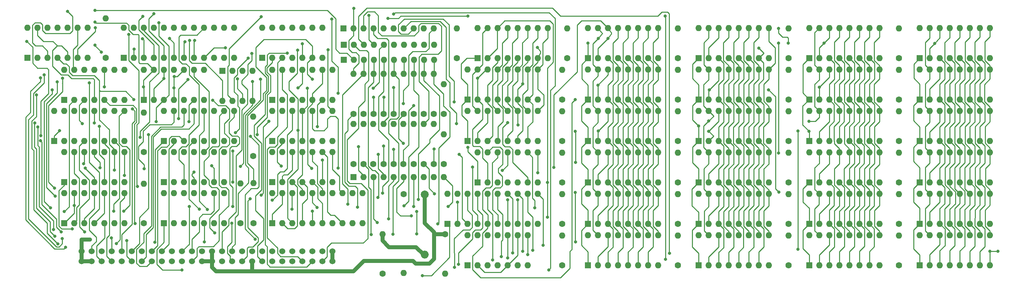
<source format=gbl>
G04 #@! TF.GenerationSoftware,KiCad,Pcbnew,(5.1.12)-1*
G04 #@! TF.CreationDate,2023-01-17T22:17:09+01:00*
G04 #@! TF.ProjectId,arcobaleno memory extension,6172636f-6261-46c6-956e-6f206d656d6f,rev?*
G04 #@! TF.SameCoordinates,Original*
G04 #@! TF.FileFunction,Copper,L4,Bot*
G04 #@! TF.FilePolarity,Positive*
%FSLAX46Y46*%
G04 Gerber Fmt 4.6, Leading zero omitted, Abs format (unit mm)*
G04 Created by KiCad (PCBNEW (5.1.12)-1) date 2023-01-17 22:17:09*
%MOMM*%
%LPD*%
G01*
G04 APERTURE LIST*
G04 #@! TA.AperFunction,ComponentPad*
%ADD10O,1.600000X1.600000*%
G04 #@! TD*
G04 #@! TA.AperFunction,ComponentPad*
%ADD11R,1.600000X1.600000*%
G04 #@! TD*
G04 #@! TA.AperFunction,ComponentPad*
%ADD12C,1.524000*%
G04 #@! TD*
G04 #@! TA.AperFunction,ComponentPad*
%ADD13C,1.600000*%
G04 #@! TD*
G04 #@! TA.AperFunction,ComponentPad*
%ADD14C,2.000000*%
G04 #@! TD*
G04 #@! TA.AperFunction,ComponentPad*
%ADD15O,2.000000X2.000000*%
G04 #@! TD*
G04 #@! TA.AperFunction,ViaPad*
%ADD16C,0.800000*%
G04 #@! TD*
G04 #@! TA.AperFunction,Conductor*
%ADD17C,0.250000*%
G04 #@! TD*
G04 #@! TA.AperFunction,Conductor*
%ADD18C,1.000000*%
G04 #@! TD*
G04 APERTURE END LIST*
D10*
X24135080Y-52649080D03*
X39375080Y-60269080D03*
X26675080Y-52649080D03*
X36835080Y-60269080D03*
X29215080Y-52649080D03*
X34295080Y-60269080D03*
X31755080Y-52649080D03*
X31755080Y-60269080D03*
X34295080Y-52649080D03*
X29215080Y-60269080D03*
X36835080Y-52649080D03*
X26675080Y-60269080D03*
X39375080Y-52649080D03*
D11*
X24135080Y-60269080D03*
D12*
X37851080Y-111831080D03*
X37851080Y-109291080D03*
X40391080Y-111831080D03*
X40391080Y-109291080D03*
X42931080Y-111831080D03*
X42931080Y-109291080D03*
X45471080Y-111831080D03*
X45471080Y-109291080D03*
X48011080Y-111831080D03*
X48011080Y-109291080D03*
X50551080Y-111831080D03*
X50551080Y-109291080D03*
X53091080Y-111831080D03*
X53091080Y-109291080D03*
X55631080Y-111831080D03*
X55631080Y-109291080D03*
X58171080Y-111831080D03*
X58171080Y-109291080D03*
X60711080Y-111831080D03*
X60711080Y-109291080D03*
X63251080Y-111831080D03*
X63251080Y-109291080D03*
X65791080Y-111831080D03*
X65791080Y-109291080D03*
X68331080Y-111831080D03*
X68331080Y-109291080D03*
X70871080Y-111831080D03*
X70871080Y-109291080D03*
X73411080Y-111831080D03*
X73411080Y-109291080D03*
X75951080Y-111831080D03*
X75951080Y-109291080D03*
X78491080Y-111831080D03*
X78491080Y-109291080D03*
X81031080Y-111831080D03*
X81031080Y-109291080D03*
X83571080Y-111831080D03*
X83571080Y-109291080D03*
X86111080Y-111831080D03*
X86111080Y-109291080D03*
X88651080Y-111831080D03*
X88651080Y-109291080D03*
X91191080Y-111831080D03*
X91191080Y-109291080D03*
X93731080Y-111831080D03*
X93731080Y-109291080D03*
X96271080Y-111831080D03*
X96271080Y-109291080D03*
X98811080Y-111831080D03*
X98811080Y-109291080D03*
X101351080Y-111831080D03*
X101351080Y-109291080D03*
D10*
X58679080Y-94559080D03*
X73919080Y-102179080D03*
X61219080Y-94559080D03*
X71379080Y-102179080D03*
X63759080Y-94559080D03*
X68839080Y-102179080D03*
X66299080Y-94559080D03*
X66299080Y-102179080D03*
X68839080Y-94559080D03*
X63759080Y-102179080D03*
X71379080Y-94559080D03*
X61219080Y-102179080D03*
X73919080Y-94559080D03*
D11*
X58679080Y-102179080D03*
D13*
X53599080Y-84145080D03*
D10*
X53599080Y-74145080D03*
D11*
X104172080Y-56926080D03*
D10*
X106712080Y-56926080D03*
X109252080Y-56926080D03*
X111792080Y-56926080D03*
X114332080Y-56926080D03*
X116872080Y-56926080D03*
X119412080Y-56926080D03*
X121952080Y-56926080D03*
X124492080Y-56926080D03*
X127032080Y-56926080D03*
X43947080Y-50269080D03*
D13*
X43947080Y-60269080D03*
X78027080Y-102131080D03*
D10*
X78027080Y-92131080D03*
X53599080Y-92179080D03*
D13*
X53599080Y-102179080D03*
X81285080Y-85161080D03*
D10*
X81285080Y-75161080D03*
D13*
X119377080Y-94771080D03*
D10*
X119377080Y-114771080D03*
X113987080Y-104961080D03*
D13*
X113987080Y-114961080D03*
X129837080Y-104971080D03*
D10*
X129837080Y-114971080D03*
D11*
X83571080Y-60269080D03*
D10*
X98811080Y-52649080D03*
X86111080Y-60269080D03*
X96271080Y-52649080D03*
X88651080Y-60269080D03*
X93731080Y-52649080D03*
X91191080Y-60269080D03*
X91191080Y-52649080D03*
X93731080Y-60269080D03*
X88651080Y-52649080D03*
X96271080Y-60269080D03*
X86111080Y-52649080D03*
X98811080Y-60269080D03*
X83571080Y-52649080D03*
D11*
X86111080Y-70937080D03*
D10*
X101351080Y-63317080D03*
X88651080Y-70937080D03*
X98811080Y-63317080D03*
X91191080Y-70937080D03*
X96271080Y-63317080D03*
X93731080Y-70937080D03*
X93731080Y-63317080D03*
X96271080Y-70937080D03*
X91191080Y-63317080D03*
X98811080Y-70937080D03*
X88651080Y-63317080D03*
X101351080Y-70937080D03*
X86111080Y-63317080D03*
X53599080Y-63317080D03*
X68839080Y-70937080D03*
X56139080Y-63317080D03*
X66299080Y-70937080D03*
X58679080Y-63317080D03*
X63759080Y-70937080D03*
X61219080Y-63317080D03*
X61219080Y-70937080D03*
X63759080Y-63317080D03*
X58679080Y-70937080D03*
X66299080Y-63317080D03*
X56139080Y-70937080D03*
X68839080Y-63317080D03*
D11*
X53599080Y-70937080D03*
X33447080Y-70931080D03*
D10*
X48687080Y-63311080D03*
X35987080Y-70931080D03*
X46147080Y-63311080D03*
X38527080Y-70931080D03*
X43607080Y-63311080D03*
X41067080Y-70931080D03*
X41067080Y-63311080D03*
X43607080Y-70931080D03*
X38527080Y-63311080D03*
X46147080Y-70931080D03*
X35987080Y-63311080D03*
X48687080Y-70931080D03*
X33447080Y-63311080D03*
X86111080Y-73731080D03*
X101351080Y-81351080D03*
X88651080Y-73731080D03*
X98811080Y-81351080D03*
X91191080Y-73731080D03*
X96271080Y-81351080D03*
X93731080Y-73731080D03*
X93731080Y-81351080D03*
X96271080Y-73731080D03*
X91191080Y-81351080D03*
X98811080Y-73731080D03*
X88651080Y-81351080D03*
X101351080Y-73731080D03*
D11*
X86111080Y-81351080D03*
D10*
X58679080Y-73731080D03*
X76459080Y-81351080D03*
X61219080Y-73731080D03*
X73919080Y-81351080D03*
X63759080Y-73731080D03*
X71379080Y-81351080D03*
X66299080Y-73731080D03*
X68839080Y-81351080D03*
X68839080Y-73731080D03*
X66299080Y-81351080D03*
X71379080Y-73731080D03*
X63759080Y-81351080D03*
X73919080Y-73731080D03*
X61219080Y-81351080D03*
X76459080Y-73731080D03*
D11*
X58679080Y-81351080D03*
X30867080Y-81341080D03*
D10*
X48647080Y-73721080D03*
X33407080Y-81341080D03*
X46107080Y-73721080D03*
X35947080Y-81341080D03*
X43567080Y-73721080D03*
X38487080Y-81341080D03*
X41027080Y-73721080D03*
X41027080Y-81341080D03*
X38487080Y-73721080D03*
X43567080Y-81341080D03*
X35947080Y-73721080D03*
X46107080Y-81341080D03*
X33407080Y-73721080D03*
X48647080Y-81341080D03*
X30867080Y-73721080D03*
X138027080Y-84221080D03*
X153267080Y-91841080D03*
X140567080Y-84221080D03*
X150727080Y-91841080D03*
X143107080Y-84221080D03*
X148187080Y-91841080D03*
X145647080Y-84221080D03*
X145647080Y-91841080D03*
X148187080Y-84221080D03*
X143107080Y-91841080D03*
X150727080Y-84221080D03*
X140567080Y-91841080D03*
X153267080Y-84221080D03*
D11*
X138027080Y-91841080D03*
X86111080Y-91765080D03*
D10*
X101351080Y-84145080D03*
X88651080Y-91765080D03*
X98811080Y-84145080D03*
X91191080Y-91765080D03*
X96271080Y-84145080D03*
X93731080Y-91765080D03*
X93731080Y-84145080D03*
X96271080Y-91765080D03*
X91191080Y-84145080D03*
X98811080Y-91765080D03*
X88651080Y-84145080D03*
X101351080Y-91765080D03*
X86111080Y-84145080D03*
D11*
X58679080Y-91765080D03*
D10*
X73919080Y-84145080D03*
X61219080Y-91765080D03*
X71379080Y-84145080D03*
X63759080Y-91765080D03*
X68839080Y-84145080D03*
X66299080Y-91765080D03*
X66299080Y-84145080D03*
X68839080Y-91765080D03*
X63759080Y-84145080D03*
X71379080Y-91765080D03*
X61219080Y-84145080D03*
X73919080Y-91765080D03*
X58679080Y-84145080D03*
X33427080Y-84131080D03*
X48667080Y-91751080D03*
X35967080Y-84131080D03*
X46127080Y-91751080D03*
X38507080Y-84131080D03*
X43587080Y-91751080D03*
X41047080Y-84131080D03*
X41047080Y-91751080D03*
X43587080Y-84131080D03*
X38507080Y-91751080D03*
X46127080Y-84131080D03*
X35967080Y-91751080D03*
X48667080Y-84131080D03*
D11*
X33427080Y-91751080D03*
D10*
X130447080Y-94721080D03*
X153307080Y-102341080D03*
X132987080Y-94721080D03*
X150767080Y-102341080D03*
X135527080Y-94721080D03*
X148227080Y-102341080D03*
X138067080Y-94721080D03*
X145687080Y-102341080D03*
X140607080Y-94721080D03*
X143147080Y-102341080D03*
X143147080Y-94721080D03*
X140607080Y-102341080D03*
X145687080Y-94721080D03*
X138067080Y-102341080D03*
X148227080Y-94721080D03*
X135527080Y-102341080D03*
X150767080Y-94721080D03*
X132987080Y-102341080D03*
X153307080Y-94721080D03*
D11*
X130447080Y-102341080D03*
X86111080Y-102179080D03*
D10*
X108971080Y-94559080D03*
X88651080Y-102179080D03*
X106431080Y-94559080D03*
X91191080Y-102179080D03*
X103891080Y-94559080D03*
X93731080Y-102179080D03*
X101351080Y-94559080D03*
X96271080Y-102179080D03*
X98811080Y-94559080D03*
X98811080Y-102179080D03*
X96271080Y-94559080D03*
X101351080Y-102179080D03*
X93731080Y-94559080D03*
X103891080Y-102179080D03*
X91191080Y-94559080D03*
X106431080Y-102179080D03*
X88651080Y-94559080D03*
X108971080Y-102179080D03*
X86111080Y-94559080D03*
D11*
X33437080Y-102161080D03*
D10*
X48677080Y-94541080D03*
X35977080Y-102161080D03*
X46137080Y-94541080D03*
X38517080Y-102161080D03*
X43597080Y-94541080D03*
X41057080Y-102161080D03*
X41057080Y-94541080D03*
X43597080Y-102161080D03*
X38517080Y-94541080D03*
X46137080Y-102161080D03*
X35977080Y-94541080D03*
X48677080Y-102161080D03*
X33437080Y-94541080D03*
D11*
X135527080Y-112841080D03*
D10*
X150767080Y-105221080D03*
X138067080Y-112841080D03*
X148227080Y-105221080D03*
X140607080Y-112841080D03*
X145687080Y-105221080D03*
X143147080Y-112841080D03*
X143147080Y-105221080D03*
X145687080Y-112841080D03*
X140607080Y-105221080D03*
X148227080Y-112841080D03*
X138067080Y-105221080D03*
X150767080Y-112841080D03*
X135527080Y-105221080D03*
X111637080Y-77021080D03*
D13*
X111637080Y-87181080D03*
X114247080Y-87181080D03*
D10*
X114247080Y-77021080D03*
D13*
X121887080Y-87201080D03*
D10*
X121887080Y-77041080D03*
X127007080Y-77031080D03*
D13*
X127007080Y-87191080D03*
X119287080Y-87221080D03*
D10*
X119287080Y-77061080D03*
X116817080Y-77011080D03*
D13*
X116817080Y-87171080D03*
D10*
X124437080Y-77021080D03*
D13*
X124437080Y-87181080D03*
D10*
X106685080Y-64333080D03*
D13*
X106685080Y-74493080D03*
X109217080Y-87201080D03*
D10*
X109217080Y-77041080D03*
D13*
X116845080Y-74493080D03*
D10*
X116845080Y-64333080D03*
X127005080Y-64333080D03*
D13*
X127005080Y-74493080D03*
D10*
X121925080Y-64333080D03*
D13*
X121925080Y-74493080D03*
X119385080Y-74493080D03*
D10*
X119385080Y-64333080D03*
X114305080Y-64333080D03*
D13*
X114305080Y-74493080D03*
X124467080Y-74491080D03*
D10*
X124467080Y-64331080D03*
D13*
X111765080Y-74493080D03*
D10*
X111765080Y-64333080D03*
X109225080Y-64333080D03*
D13*
X109225080Y-74493080D03*
X106685080Y-87193080D03*
D10*
X106685080Y-77033080D03*
D13*
X81317080Y-102181080D03*
D10*
X81317080Y-92021080D03*
X129517080Y-90491080D03*
X126977080Y-90491080D03*
X124437080Y-90491080D03*
X121897080Y-90491080D03*
X119357080Y-90491080D03*
X116817080Y-90491080D03*
X114277080Y-90491080D03*
X111737080Y-90491080D03*
X109197080Y-90491080D03*
D11*
X106657080Y-90491080D03*
X104197080Y-60801080D03*
D10*
X106737080Y-60801080D03*
X109277080Y-60801080D03*
X111817080Y-60801080D03*
X114357080Y-60801080D03*
X116897080Y-60801080D03*
X119437080Y-60801080D03*
X121977080Y-60801080D03*
X124517080Y-60801080D03*
X127057080Y-60801080D03*
X127005080Y-52841080D03*
X124465080Y-52841080D03*
X121925080Y-52841080D03*
X119385080Y-52841080D03*
X116845080Y-52841080D03*
X114305080Y-52841080D03*
X111765080Y-52841080D03*
X109225080Y-52841080D03*
X106685080Y-52841080D03*
D11*
X104145080Y-52841080D03*
X250027080Y-60341080D03*
D10*
X267807080Y-52721080D03*
X252567080Y-60341080D03*
X265267080Y-52721080D03*
X255107080Y-60341080D03*
X262727080Y-52721080D03*
X257647080Y-60341080D03*
X260187080Y-52721080D03*
X260187080Y-60341080D03*
X257647080Y-52721080D03*
X262727080Y-60341080D03*
X255107080Y-52721080D03*
X265267080Y-60341080D03*
X252567080Y-52721080D03*
X267807080Y-60341080D03*
X250027080Y-52721080D03*
D11*
X222027080Y-60341080D03*
D10*
X239807080Y-52721080D03*
X224567080Y-60341080D03*
X237267080Y-52721080D03*
X227107080Y-60341080D03*
X234727080Y-52721080D03*
X229647080Y-60341080D03*
X232187080Y-52721080D03*
X232187080Y-60341080D03*
X229647080Y-52721080D03*
X234727080Y-60341080D03*
X227107080Y-52721080D03*
X237267080Y-60341080D03*
X224567080Y-52721080D03*
X239807080Y-60341080D03*
X222027080Y-52721080D03*
D11*
X194027080Y-60341080D03*
D10*
X211807080Y-52721080D03*
X196567080Y-60341080D03*
X209267080Y-52721080D03*
X199107080Y-60341080D03*
X206727080Y-52721080D03*
X201647080Y-60341080D03*
X204187080Y-52721080D03*
X204187080Y-60341080D03*
X201647080Y-52721080D03*
X206727080Y-60341080D03*
X199107080Y-52721080D03*
X209267080Y-60341080D03*
X196567080Y-52721080D03*
X211807080Y-60341080D03*
X194027080Y-52721080D03*
X166027080Y-52721080D03*
X183807080Y-60341080D03*
X168567080Y-52721080D03*
X181267080Y-60341080D03*
X171107080Y-52721080D03*
X178727080Y-60341080D03*
X173647080Y-52721080D03*
X176187080Y-60341080D03*
X176187080Y-52721080D03*
X173647080Y-60341080D03*
X178727080Y-52721080D03*
X171107080Y-60341080D03*
X181267080Y-52721080D03*
X168567080Y-60341080D03*
X183807080Y-52721080D03*
D11*
X166027080Y-60341080D03*
D10*
X138027080Y-52721080D03*
X155807080Y-60341080D03*
X140567080Y-52721080D03*
X153267080Y-60341080D03*
X143107080Y-52721080D03*
X150727080Y-60341080D03*
X145647080Y-52721080D03*
X148187080Y-60341080D03*
X148187080Y-52721080D03*
X145647080Y-60341080D03*
X150727080Y-52721080D03*
X143107080Y-60341080D03*
X153267080Y-52721080D03*
X140567080Y-60341080D03*
X155807080Y-52721080D03*
D11*
X138027080Y-60341080D03*
D10*
X250027080Y-63221080D03*
X267807080Y-70841080D03*
X252567080Y-63221080D03*
X265267080Y-70841080D03*
X255107080Y-63221080D03*
X262727080Y-70841080D03*
X257647080Y-63221080D03*
X260187080Y-70841080D03*
X260187080Y-63221080D03*
X257647080Y-70841080D03*
X262727080Y-63221080D03*
X255107080Y-70841080D03*
X265267080Y-63221080D03*
X252567080Y-70841080D03*
X267807080Y-63221080D03*
D11*
X250027080Y-70841080D03*
D10*
X222027080Y-63221080D03*
X239807080Y-70841080D03*
X224567080Y-63221080D03*
X237267080Y-70841080D03*
X227107080Y-63221080D03*
X234727080Y-70841080D03*
X229647080Y-63221080D03*
X232187080Y-70841080D03*
X232187080Y-63221080D03*
X229647080Y-70841080D03*
X234727080Y-63221080D03*
X227107080Y-70841080D03*
X237267080Y-63221080D03*
X224567080Y-70841080D03*
X239807080Y-63221080D03*
D11*
X222027080Y-70841080D03*
D10*
X194027080Y-63221080D03*
X211807080Y-70841080D03*
X196567080Y-63221080D03*
X209267080Y-70841080D03*
X199107080Y-63221080D03*
X206727080Y-70841080D03*
X201647080Y-63221080D03*
X204187080Y-70841080D03*
X204187080Y-63221080D03*
X201647080Y-70841080D03*
X206727080Y-63221080D03*
X199107080Y-70841080D03*
X209267080Y-63221080D03*
X196567080Y-70841080D03*
X211807080Y-63221080D03*
D11*
X194027080Y-70841080D03*
X166027080Y-70841080D03*
D10*
X183807080Y-63221080D03*
X168567080Y-70841080D03*
X181267080Y-63221080D03*
X171107080Y-70841080D03*
X178727080Y-63221080D03*
X173647080Y-70841080D03*
X176187080Y-63221080D03*
X176187080Y-70841080D03*
X173647080Y-63221080D03*
X178727080Y-70841080D03*
X171107080Y-63221080D03*
X181267080Y-70841080D03*
X168567080Y-63221080D03*
X183807080Y-70841080D03*
X166027080Y-63221080D03*
D11*
X135527080Y-70830400D03*
D10*
X153307080Y-63210400D03*
X138067080Y-70830400D03*
X150767080Y-63210400D03*
X140607080Y-70830400D03*
X148227080Y-63210400D03*
X143147080Y-70830400D03*
X145687080Y-63210400D03*
X145687080Y-70830400D03*
X143147080Y-63210400D03*
X148227080Y-70830400D03*
X140607080Y-63210400D03*
X150767080Y-70830400D03*
X138067080Y-63210400D03*
X153307080Y-70830400D03*
X135527080Y-63210400D03*
D11*
X250027080Y-81341080D03*
D10*
X267807080Y-73721080D03*
X252567080Y-81341080D03*
X265267080Y-73721080D03*
X255107080Y-81341080D03*
X262727080Y-73721080D03*
X257647080Y-81341080D03*
X260187080Y-73721080D03*
X260187080Y-81341080D03*
X257647080Y-73721080D03*
X262727080Y-81341080D03*
X255107080Y-73721080D03*
X265267080Y-81341080D03*
X252567080Y-73721080D03*
X267807080Y-81341080D03*
X250027080Y-73721080D03*
D11*
X222027080Y-81341080D03*
D10*
X239807080Y-73721080D03*
X224567080Y-81341080D03*
X237267080Y-73721080D03*
X227107080Y-81341080D03*
X234727080Y-73721080D03*
X229647080Y-81341080D03*
X232187080Y-73721080D03*
X232187080Y-81341080D03*
X229647080Y-73721080D03*
X234727080Y-81341080D03*
X227107080Y-73721080D03*
X237267080Y-81341080D03*
X224567080Y-73721080D03*
X239807080Y-81341080D03*
X222027080Y-73721080D03*
D11*
X194027080Y-81341080D03*
D10*
X211807080Y-73721080D03*
X196567080Y-81341080D03*
X209267080Y-73721080D03*
X199107080Y-81341080D03*
X206727080Y-73721080D03*
X201647080Y-81341080D03*
X204187080Y-73721080D03*
X204187080Y-81341080D03*
X201647080Y-73721080D03*
X206727080Y-81341080D03*
X199107080Y-73721080D03*
X209267080Y-81341080D03*
X196567080Y-73721080D03*
X211807080Y-81341080D03*
X194027080Y-73721080D03*
D11*
X166027080Y-81341080D03*
D10*
X183807080Y-73721080D03*
X168567080Y-81341080D03*
X181267080Y-73721080D03*
X171107080Y-81341080D03*
X178727080Y-73721080D03*
X173647080Y-81341080D03*
X176187080Y-73721080D03*
X176187080Y-81341080D03*
X173647080Y-73721080D03*
X178727080Y-81341080D03*
X171107080Y-73721080D03*
X181267080Y-81341080D03*
X168567080Y-73721080D03*
X183807080Y-81341080D03*
X166027080Y-73721080D03*
X135527080Y-73721080D03*
X153307080Y-81341080D03*
X138067080Y-73721080D03*
X150767080Y-81341080D03*
X140607080Y-73721080D03*
X148227080Y-81341080D03*
X143147080Y-73721080D03*
X145687080Y-81341080D03*
X145687080Y-73721080D03*
X143147080Y-81341080D03*
X148227080Y-73721080D03*
X140607080Y-81341080D03*
X150767080Y-73721080D03*
X138067080Y-81341080D03*
X153307080Y-73721080D03*
D11*
X135527080Y-81341080D03*
D10*
X250027080Y-84221080D03*
X267807080Y-91841080D03*
X252567080Y-84221080D03*
X265267080Y-91841080D03*
X255107080Y-84221080D03*
X262727080Y-91841080D03*
X257647080Y-84221080D03*
X260187080Y-91841080D03*
X260187080Y-84221080D03*
X257647080Y-91841080D03*
X262727080Y-84221080D03*
X255107080Y-91841080D03*
X265267080Y-84221080D03*
X252567080Y-91841080D03*
X267807080Y-84221080D03*
D11*
X250027080Y-91841080D03*
D10*
X222027080Y-84221080D03*
X239807080Y-91841080D03*
X224567080Y-84221080D03*
X237267080Y-91841080D03*
X227107080Y-84221080D03*
X234727080Y-91841080D03*
X229647080Y-84221080D03*
X232187080Y-91841080D03*
X232187080Y-84221080D03*
X229647080Y-91841080D03*
X234727080Y-84221080D03*
X227107080Y-91841080D03*
X237267080Y-84221080D03*
X224567080Y-91841080D03*
X239807080Y-84221080D03*
D11*
X222027080Y-91841080D03*
D10*
X194027080Y-84221080D03*
X211807080Y-91841080D03*
X196567080Y-84221080D03*
X209267080Y-91841080D03*
X199107080Y-84221080D03*
X206727080Y-91841080D03*
X201647080Y-84221080D03*
X204187080Y-91841080D03*
X204187080Y-84221080D03*
X201647080Y-91841080D03*
X206727080Y-84221080D03*
X199107080Y-91841080D03*
X209267080Y-84221080D03*
X196567080Y-91841080D03*
X211807080Y-84221080D03*
D11*
X194027080Y-91841080D03*
D10*
X166027080Y-84221080D03*
X183807080Y-91841080D03*
X168567080Y-84221080D03*
X181267080Y-91841080D03*
X171107080Y-84221080D03*
X178727080Y-91841080D03*
X173647080Y-84221080D03*
X176187080Y-91841080D03*
X176187080Y-84221080D03*
X173647080Y-91841080D03*
X178727080Y-84221080D03*
X171107080Y-91841080D03*
X181267080Y-84221080D03*
X168567080Y-91841080D03*
X183807080Y-84221080D03*
D11*
X166027080Y-91841080D03*
X250027080Y-102341080D03*
D10*
X267807080Y-94721080D03*
X252567080Y-102341080D03*
X265267080Y-94721080D03*
X255107080Y-102341080D03*
X262727080Y-94721080D03*
X257647080Y-102341080D03*
X260187080Y-94721080D03*
X260187080Y-102341080D03*
X257647080Y-94721080D03*
X262727080Y-102341080D03*
X255107080Y-94721080D03*
X265267080Y-102341080D03*
X252567080Y-94721080D03*
X267807080Y-102341080D03*
X250027080Y-94721080D03*
D11*
X222027080Y-102341080D03*
D10*
X239807080Y-94721080D03*
X224567080Y-102341080D03*
X237267080Y-94721080D03*
X227107080Y-102341080D03*
X234727080Y-94721080D03*
X229647080Y-102341080D03*
X232187080Y-94721080D03*
X232187080Y-102341080D03*
X229647080Y-94721080D03*
X234727080Y-102341080D03*
X227107080Y-94721080D03*
X237267080Y-102341080D03*
X224567080Y-94721080D03*
X239807080Y-102341080D03*
X222027080Y-94721080D03*
D11*
X194027080Y-102341080D03*
D10*
X211807080Y-94721080D03*
X196567080Y-102341080D03*
X209267080Y-94721080D03*
X199107080Y-102341080D03*
X206727080Y-94721080D03*
X201647080Y-102341080D03*
X204187080Y-94721080D03*
X204187080Y-102341080D03*
X201647080Y-94721080D03*
X206727080Y-102341080D03*
X199107080Y-94721080D03*
X209267080Y-102341080D03*
X196567080Y-94721080D03*
X211807080Y-102341080D03*
X194027080Y-94721080D03*
D11*
X166027080Y-102341080D03*
D10*
X183807080Y-94721080D03*
X168567080Y-102341080D03*
X181267080Y-94721080D03*
X171107080Y-102341080D03*
X178727080Y-94721080D03*
X173647080Y-102341080D03*
X176187080Y-94721080D03*
X176187080Y-102341080D03*
X173647080Y-94721080D03*
X178727080Y-102341080D03*
X171107080Y-94721080D03*
X181267080Y-102341080D03*
X168567080Y-94721080D03*
X183807080Y-102341080D03*
X166027080Y-94721080D03*
X250027080Y-105221080D03*
X267807080Y-112841080D03*
X252567080Y-105221080D03*
X265267080Y-112841080D03*
X255107080Y-105221080D03*
X262727080Y-112841080D03*
X257647080Y-105221080D03*
X260187080Y-112841080D03*
X260187080Y-105221080D03*
X257647080Y-112841080D03*
X262727080Y-105221080D03*
X255107080Y-112841080D03*
X265267080Y-105221080D03*
X252567080Y-112841080D03*
X267807080Y-105221080D03*
D11*
X250027080Y-112841080D03*
D10*
X222027080Y-105221080D03*
X239807080Y-112841080D03*
X224567080Y-105221080D03*
X237267080Y-112841080D03*
X227107080Y-105221080D03*
X234727080Y-112841080D03*
X229647080Y-105221080D03*
X232187080Y-112841080D03*
X232187080Y-105221080D03*
X229647080Y-112841080D03*
X234727080Y-105221080D03*
X227107080Y-112841080D03*
X237267080Y-105221080D03*
X224567080Y-112841080D03*
X239807080Y-105221080D03*
D11*
X222027080Y-112841080D03*
D10*
X194027080Y-105221080D03*
X211807080Y-112841080D03*
X196567080Y-105221080D03*
X209267080Y-112841080D03*
X199107080Y-105221080D03*
X206727080Y-112841080D03*
X201647080Y-105221080D03*
X204187080Y-112841080D03*
X204187080Y-105221080D03*
X201647080Y-112841080D03*
X206727080Y-105221080D03*
X199107080Y-112841080D03*
X209267080Y-105221080D03*
X196567080Y-112841080D03*
X211807080Y-105221080D03*
D11*
X194027080Y-112841080D03*
X166027080Y-112841080D03*
D10*
X183807080Y-105221080D03*
X168567080Y-112841080D03*
X181267080Y-105221080D03*
X171107080Y-112841080D03*
X178727080Y-105221080D03*
X173647080Y-112841080D03*
X176187080Y-105221080D03*
X176187080Y-112841080D03*
X173647080Y-105221080D03*
X178727080Y-112841080D03*
X171107080Y-105221080D03*
X181267080Y-112841080D03*
X168567080Y-105221080D03*
X183807080Y-112841080D03*
X166027080Y-105221080D03*
D11*
X48519080Y-60269080D03*
D10*
X76459080Y-52649080D03*
X51059080Y-60269080D03*
X73919080Y-52649080D03*
X53599080Y-60269080D03*
X71379080Y-52649080D03*
X56139080Y-60269080D03*
X68839080Y-52649080D03*
X58679080Y-60269080D03*
X66299080Y-52649080D03*
X61219080Y-60269080D03*
X63759080Y-52649080D03*
X63759080Y-60269080D03*
X61219080Y-52649080D03*
X66299080Y-60269080D03*
X58679080Y-52649080D03*
X68839080Y-60269080D03*
X56139080Y-52649080D03*
X71379080Y-60269080D03*
X53599080Y-52649080D03*
X73919080Y-60269080D03*
X51059080Y-52649080D03*
X76459080Y-60269080D03*
X48519080Y-52649080D03*
D14*
X124727080Y-94891080D03*
D15*
X124727080Y-110131080D03*
D10*
X159527080Y-94841080D03*
D13*
X159527080Y-102341080D03*
X188777080Y-102341080D03*
D10*
X188777080Y-94841080D03*
D13*
X216777080Y-102341080D03*
D10*
X216777080Y-94841080D03*
D13*
X159527080Y-91841080D03*
D10*
X159527080Y-84341080D03*
X188777080Y-84341080D03*
D13*
X188777080Y-91841080D03*
X216777080Y-91841080D03*
D10*
X216777080Y-84341080D03*
X159527080Y-73841080D03*
D13*
X159527080Y-81341080D03*
X188777080Y-81341080D03*
D10*
X188777080Y-73841080D03*
X244777080Y-105341080D03*
D13*
X244777080Y-112841080D03*
D10*
X159527080Y-63341080D03*
D13*
X159527080Y-70841080D03*
X188777080Y-70841080D03*
D10*
X188777080Y-63341080D03*
X244777080Y-94841080D03*
D13*
X244777080Y-102341080D03*
X160777080Y-60341080D03*
D10*
X160777080Y-52841080D03*
X188777080Y-52841080D03*
D13*
X188777080Y-60341080D03*
X244777080Y-91841080D03*
D10*
X244777080Y-84341080D03*
X129545080Y-79693080D03*
D13*
X129545080Y-87193080D03*
X216777080Y-81341080D03*
D10*
X216777080Y-73841080D03*
D13*
X244777080Y-81341080D03*
D10*
X244777080Y-73841080D03*
X129545080Y-66993080D03*
D13*
X129545080Y-74493080D03*
X216777080Y-70841080D03*
D10*
X216777080Y-63341080D03*
X244777080Y-63341080D03*
D13*
X244777080Y-70841080D03*
X132777080Y-60341080D03*
D10*
X132777080Y-52841080D03*
X216777080Y-52841080D03*
D13*
X216777080Y-60341080D03*
X244777080Y-60341080D03*
D10*
X244777080Y-52841080D03*
X159527080Y-105341080D03*
D13*
X159527080Y-112841080D03*
X188777080Y-112841080D03*
D10*
X188777080Y-105341080D03*
X216777080Y-105341080D03*
D13*
X216777080Y-112841080D03*
D11*
X73467080Y-63541080D03*
D10*
X81087080Y-71161080D03*
X76007080Y-63541080D03*
X78547080Y-71161080D03*
X78547080Y-63541080D03*
X76007080Y-71161080D03*
X81087080Y-63541080D03*
X73467080Y-71161080D03*
D16*
X267807080Y-109321080D03*
X269847080Y-109301080D03*
X37817080Y-106281080D03*
X39937080Y-106281080D03*
X111107080Y-105011080D03*
X253817080Y-56621080D03*
X225767080Y-56531080D03*
X216747080Y-56501080D03*
X214247080Y-52801080D03*
X155722070Y-91826080D03*
X155722070Y-100626080D03*
X130657080Y-97901080D03*
X116827080Y-67801080D03*
X148277080Y-77251080D03*
X119287080Y-81911080D03*
X209247080Y-57801080D03*
X153222080Y-57651080D03*
X111767080Y-70231080D03*
X149497080Y-66901080D03*
X114317080Y-70241080D03*
X127177080Y-94741080D03*
X107687080Y-98081080D03*
X150772080Y-110101080D03*
X194022080Y-77526080D03*
X221954580Y-78868580D03*
X196597080Y-76276080D03*
X221997080Y-76326080D03*
X114287080Y-82581080D03*
X171122080Y-55351080D03*
X214297080Y-84376080D03*
X214272080Y-56501080D03*
X157407080Y-88001082D03*
X121907080Y-97951080D03*
X168597080Y-55351080D03*
X121897080Y-72381080D03*
X127057080Y-83391080D03*
X116817080Y-83461080D03*
X166047080Y-56501080D03*
X82237080Y-79761080D03*
X32217080Y-78731080D03*
X56352070Y-106981080D03*
X74237080Y-57726090D03*
X76737080Y-79231078D03*
X79967080Y-60351080D03*
X83147078Y-65641080D03*
X93697080Y-56666090D03*
X66417080Y-55861080D03*
X96267080Y-65661080D03*
X80917080Y-59191080D03*
X51117080Y-58021080D03*
X185622080Y-111276080D03*
X115407080Y-50231080D03*
X110577080Y-49511080D03*
X53317080Y-49771080D03*
X83307080Y-49851080D03*
X135647080Y-49701080D03*
X185522078Y-49701078D03*
X156077080Y-114011080D03*
X116817082Y-49191080D03*
X56127080Y-49046070D03*
X77237080Y-65571080D03*
X60057080Y-55361080D03*
X63947080Y-56211080D03*
X51927080Y-92821080D03*
X49757080Y-54301080D03*
X52637080Y-80451080D03*
X27509553Y-79986090D03*
X23947080Y-56101080D03*
X41257080Y-52671080D03*
X89857078Y-59081080D03*
X46127080Y-88721080D03*
X51067080Y-70811080D03*
X34267080Y-48511080D03*
X106697080Y-47731080D03*
X102737080Y-69211080D03*
X101177080Y-50416070D03*
X224567080Y-67741080D03*
X138067080Y-65446080D03*
X148227080Y-96251078D03*
X168547080Y-67176080D03*
X162797080Y-70851080D03*
X214322080Y-94276080D03*
X121327080Y-100351080D03*
X196747080Y-68401080D03*
X211747080Y-68401080D03*
X41187080Y-48271080D03*
X41217080Y-51191080D03*
X29947080Y-98281080D03*
X30387080Y-68391080D03*
X53517080Y-67591080D03*
X132147080Y-71431080D03*
X71027080Y-70981080D03*
X58677080Y-65491080D03*
X97547080Y-77741080D03*
X132717080Y-76921080D03*
X39787080Y-66651080D03*
X61257080Y-65011080D03*
X61219080Y-67849080D03*
X119237080Y-71831080D03*
X92617080Y-67861080D03*
X56699317Y-76446090D03*
X65023790Y-76446090D03*
X57347080Y-51336090D03*
X42837080Y-58811080D03*
X41197080Y-57031080D03*
X64747080Y-65771080D03*
X62367080Y-75696080D03*
X86117080Y-96371080D03*
X31127080Y-95331080D03*
X31647080Y-66401080D03*
X33437080Y-99221080D03*
X38027080Y-76921080D03*
X43587080Y-67661080D03*
X32937080Y-106061080D03*
X28337080Y-64591080D03*
X51367080Y-102281080D03*
X63247080Y-114041080D03*
X135627080Y-82971080D03*
X145687081Y-96221091D03*
X144322080Y-88826080D03*
X196572080Y-78876080D03*
X219147080Y-78801080D03*
X162872080Y-86776080D03*
X168647080Y-78826078D03*
X162822080Y-78876080D03*
X136797080Y-87961080D03*
X219147080Y-108801080D03*
X115507080Y-101041080D03*
X162897080Y-106891080D03*
X107937080Y-82751078D03*
X162747080Y-94401080D03*
X145672080Y-76676080D03*
X111657080Y-67961080D03*
X94947080Y-67941080D03*
X102787080Y-88211080D03*
X48617080Y-90071080D03*
X88367080Y-87701080D03*
X42347078Y-77601080D03*
X100257080Y-58261080D03*
X83257080Y-95071080D03*
X85237078Y-76371082D03*
X53647080Y-88401080D03*
X70717080Y-87631080D03*
X123087080Y-96121080D03*
X76077073Y-83921073D03*
X76077080Y-91741080D03*
X50717080Y-73211080D03*
X49247080Y-106581080D03*
X81787080Y-106211080D03*
X80562090Y-80181080D03*
X71517080Y-104631080D03*
X45397080Y-105881080D03*
X54787080Y-79721080D03*
X112857080Y-95671080D03*
X97467080Y-98161080D03*
X76107080Y-97901080D03*
X67587080Y-98641080D03*
X114037080Y-94521080D03*
X91117080Y-98651080D03*
X105217078Y-97351080D03*
X69677080Y-98666101D03*
X92587080Y-78671080D03*
X92517080Y-58351080D03*
X41067080Y-76791080D03*
X33770869Y-108279938D03*
X27367080Y-65331080D03*
X65077080Y-97941082D03*
X26377080Y-69681080D03*
X31807080Y-107421080D03*
X116627080Y-104991080D03*
X38557080Y-104361080D03*
X119447080Y-97751080D03*
X96267080Y-99111080D03*
X48497080Y-99136090D03*
X32687080Y-104401080D03*
X27427080Y-81261080D03*
X30707080Y-103761080D03*
X26687080Y-77781080D03*
X31020270Y-105444246D03*
X25987080Y-76781080D03*
X127957080Y-102381080D03*
X45977080Y-99136090D03*
X112907080Y-84741080D03*
X133417080Y-84701080D03*
X112697080Y-102001080D03*
X132987069Y-96841080D03*
X152527080Y-98271082D03*
X153272080Y-89376080D03*
X38342619Y-87096090D03*
X80477080Y-95981080D03*
X98797080Y-86181080D03*
X75877078Y-102171080D03*
X38747080Y-88191080D03*
X77997080Y-87771080D03*
X81057080Y-66301080D03*
X35447080Y-103631078D03*
X132187080Y-113341080D03*
X133247080Y-112561080D03*
X141847080Y-111471080D03*
X144072080Y-110601080D03*
X146947082Y-109746101D03*
X149477080Y-109296090D03*
X152047080Y-109026080D03*
X154687080Y-107766090D03*
X124057080Y-115441080D03*
X68867080Y-106936080D03*
X35957080Y-97686080D03*
X46587080Y-107311080D03*
X186622080Y-109751080D03*
X145697080Y-110976080D03*
X65147080Y-55831080D03*
X53267080Y-55401080D03*
X122637080Y-104871080D03*
X122667080Y-99221080D03*
X96087080Y-88301080D03*
X66277080Y-89211080D03*
X42507080Y-88106090D03*
X30997080Y-93301080D03*
X32977080Y-65441080D03*
D17*
X267807080Y-112841080D02*
X267807080Y-109321080D01*
D18*
X68331080Y-111831080D02*
X70871080Y-111831080D01*
X70871080Y-111831080D02*
X70871080Y-109291080D01*
X70871080Y-111831080D02*
X70871080Y-113355080D01*
X70871080Y-113355080D02*
X71897080Y-114381080D01*
X106667080Y-114381080D02*
X109267080Y-111781080D01*
X109267080Y-111781080D02*
X121727080Y-111781080D01*
X121727080Y-111781080D02*
X122367080Y-112421080D01*
X122367080Y-112421080D02*
X125857080Y-112421080D01*
X125857080Y-112421080D02*
X127047080Y-111231080D01*
X127047080Y-111231080D02*
X127047080Y-105091080D01*
X81031080Y-114355080D02*
X81057080Y-114381080D01*
X81031080Y-111831080D02*
X81031080Y-114355080D01*
X81057080Y-114381080D02*
X106667080Y-114381080D01*
X71897080Y-114381080D02*
X81057080Y-114381080D01*
X127167080Y-104971080D02*
X127047080Y-105091080D01*
X129837080Y-104971080D02*
X127167080Y-104971080D01*
X113987080Y-104961080D02*
X113987080Y-106611080D01*
X113987080Y-106611080D02*
X115607080Y-108231080D01*
X122507080Y-108231080D02*
X124407080Y-110131080D01*
X115607080Y-108231080D02*
X122507080Y-108231080D01*
X127047080Y-104451080D02*
X124727080Y-102131080D01*
X124727080Y-102131080D02*
X124727080Y-94891080D01*
X127047080Y-105091080D02*
X127047080Y-104451080D01*
D17*
X269827080Y-109321080D02*
X269847080Y-109301080D01*
X267807080Y-109321080D02*
X269827080Y-109321080D01*
D18*
X40391080Y-111831080D02*
X37851080Y-111831080D01*
X37851080Y-111831080D02*
X37851080Y-109291080D01*
X37851080Y-106315080D02*
X37817080Y-106281080D01*
X37851080Y-109291080D02*
X37851080Y-106315080D01*
X37817080Y-106281080D02*
X39937080Y-106281080D01*
X101351080Y-109291080D02*
X101351080Y-111831080D01*
D17*
X251442079Y-104096079D02*
X251442079Y-98486079D01*
X252567080Y-105221080D02*
X251442079Y-104096079D01*
X252567080Y-97361078D02*
X252567080Y-94721080D01*
X251442079Y-98486079D02*
X252567080Y-97361078D01*
X251442079Y-93596079D02*
X251442079Y-88066081D01*
X252567080Y-94721080D02*
X251442079Y-93596079D01*
X252567080Y-86941080D02*
X252567080Y-84221080D01*
X251442079Y-88066081D02*
X252567080Y-86941080D01*
X251442079Y-83096079D02*
X251442079Y-77726081D01*
X252567080Y-84221080D02*
X251442079Y-83096079D01*
X252567080Y-76601080D02*
X252567080Y-73721080D01*
X251442079Y-77726081D02*
X252567080Y-76601080D01*
X251442079Y-72596079D02*
X251442079Y-66836081D01*
X252567080Y-73721080D02*
X251442079Y-72596079D01*
X252567080Y-65711080D02*
X252567080Y-63221080D01*
X251442079Y-66836081D02*
X252567080Y-65711080D01*
X251442079Y-62096079D02*
X251442079Y-56356079D01*
X252567080Y-63221080D02*
X251442079Y-62096079D01*
X252567080Y-55231078D02*
X252567080Y-52721080D01*
X251442079Y-56356079D02*
X252567080Y-55231078D01*
X223442079Y-104096079D02*
X223442079Y-98496079D01*
X224567080Y-105221080D02*
X223442079Y-104096079D01*
X223442079Y-98496079D02*
X224497078Y-97441080D01*
X224497078Y-94791082D02*
X224567080Y-94721080D01*
X224497078Y-97441080D02*
X224497078Y-94791082D01*
X223442079Y-93596079D02*
X223442079Y-88146079D01*
X224567080Y-94721080D02*
X223442079Y-93596079D01*
X224567080Y-87021078D02*
X224567080Y-84221080D01*
X223442079Y-88146079D02*
X224567080Y-87021078D01*
X111067080Y-104971080D02*
X111107080Y-105011080D01*
X111067080Y-93641080D02*
X111067080Y-104971080D01*
X110437080Y-93011080D02*
X111067080Y-93641080D01*
X110437080Y-88421080D02*
X110437080Y-93011080D01*
X109217080Y-87201080D02*
X110437080Y-88421080D01*
X252567080Y-57851080D02*
X252567080Y-60341080D01*
X253817080Y-56621080D02*
X252567080Y-57851080D01*
X255117080Y-55171080D02*
X255107080Y-52721080D01*
X253817080Y-56621080D02*
X255117080Y-55171080D01*
X224567080Y-60341080D02*
X224567080Y-57731080D01*
X227107080Y-55191080D02*
X227107080Y-52721080D01*
X224567080Y-57731080D02*
X225767080Y-56531080D01*
X225767080Y-56531080D02*
X227107080Y-55191080D01*
X216747080Y-56501080D02*
X216747080Y-55301080D01*
X216747080Y-55301080D02*
X216447080Y-55001080D01*
X216447080Y-55001080D02*
X215247080Y-55001080D01*
X215247080Y-55001080D02*
X214247080Y-54001080D01*
X214247080Y-54001080D02*
X214247080Y-52801080D01*
X140567080Y-60341080D02*
X143032080Y-57876080D01*
X143032080Y-52796080D02*
X143107080Y-52721080D01*
X143032080Y-57876080D02*
X143032080Y-52796080D01*
X157177080Y-61401080D02*
X155722070Y-62856090D01*
X155722070Y-62856090D02*
X155722070Y-91826080D01*
X144952080Y-50876080D02*
X156347080Y-50876080D01*
X155722070Y-92533186D02*
X155722070Y-100626080D01*
X143107080Y-52721080D02*
X144952080Y-50876080D01*
X155722070Y-91826080D02*
X155722070Y-92533186D01*
X157177080Y-51706080D02*
X157177080Y-61401080D01*
X156347080Y-50876080D02*
X157177080Y-51706080D01*
X129517080Y-90491080D02*
X131697080Y-92671080D01*
X131697080Y-96861080D02*
X130657080Y-97901080D01*
X131697080Y-92671080D02*
X131697080Y-96861080D01*
X257647080Y-105221080D02*
X257647080Y-104181080D01*
X257647080Y-104181080D02*
X256377080Y-102911080D01*
X256377080Y-102911080D02*
X256377080Y-98521080D01*
X257647080Y-97251080D02*
X257647080Y-94721080D01*
X256377080Y-98521080D02*
X257647080Y-97251080D01*
X257647080Y-94721080D02*
X257647080Y-93671080D01*
X257647080Y-93671080D02*
X256397080Y-92421080D01*
X256397080Y-92421080D02*
X256397080Y-88151080D01*
X257647080Y-86901080D02*
X257647080Y-84221080D01*
X256397080Y-88151080D02*
X257647080Y-86901080D01*
X257647080Y-84221080D02*
X257647080Y-83211080D01*
X257647080Y-83211080D02*
X256387080Y-81951080D01*
X256387080Y-81951080D02*
X256387080Y-77861080D01*
X257647080Y-76601080D02*
X257647080Y-73721080D01*
X256387080Y-77861080D02*
X257647080Y-76601080D01*
X257647080Y-73721080D02*
X257647080Y-72744670D01*
X257647080Y-72744670D02*
X256367080Y-71464670D01*
X256367080Y-71464670D02*
X256367080Y-66921080D01*
X257647080Y-65641080D02*
X257647080Y-63221080D01*
X256367080Y-66921080D02*
X257647080Y-65641080D01*
X257647080Y-63221080D02*
X257647080Y-62244670D01*
X257647080Y-62244670D02*
X256387080Y-60984670D01*
X256387080Y-60984670D02*
X256387080Y-56401080D01*
X257647080Y-55141080D02*
X257647080Y-52721080D01*
X256387080Y-56401080D02*
X257647080Y-55141080D01*
X229647080Y-105221080D02*
X229647080Y-104244670D01*
X229647080Y-104244670D02*
X228397080Y-102994670D01*
X228397080Y-102994670D02*
X228397080Y-99041080D01*
X229647080Y-97791080D02*
X229647080Y-94721080D01*
X228397080Y-99041080D02*
X229647080Y-97791080D01*
X229647080Y-94721080D02*
X229647080Y-93744670D01*
X229647080Y-93744670D02*
X228407080Y-92504670D01*
X228407080Y-92504670D02*
X228407080Y-88351080D01*
X229647080Y-87111080D02*
X229647080Y-84221080D01*
X228407080Y-88351080D02*
X229647080Y-87111080D01*
X229647080Y-84221080D02*
X229647080Y-83281080D01*
X229647080Y-83281080D02*
X228367080Y-82001080D01*
X228367080Y-81461080D02*
X228357080Y-81451080D01*
X228367080Y-82001080D02*
X228367080Y-81461080D01*
X228357080Y-81451080D02*
X228357080Y-77671080D01*
X229647080Y-76381080D02*
X229647080Y-73721080D01*
X228357080Y-77671080D02*
X229647080Y-76381080D01*
X229647080Y-73721080D02*
X229647080Y-72744670D01*
X229647080Y-72744670D02*
X228397080Y-71494670D01*
X228397080Y-71494670D02*
X228397080Y-66891080D01*
X229647080Y-65641080D02*
X229647080Y-63221080D01*
X228397080Y-66891080D02*
X229647080Y-65641080D01*
X229647080Y-63221080D02*
X229647080Y-62244670D01*
X229647080Y-62244670D02*
X228377080Y-60974670D01*
X228377080Y-60974670D02*
X228377080Y-56281080D01*
X229647080Y-55011080D02*
X229647080Y-52721080D01*
X228377080Y-56281080D02*
X229647080Y-55011080D01*
X201647080Y-105221080D02*
X201647080Y-104244670D01*
X201647080Y-104244670D02*
X200387080Y-102984670D01*
X200387080Y-102984670D02*
X200387080Y-99191080D01*
X201647080Y-97931080D02*
X201647080Y-94721080D01*
X200387080Y-99191080D02*
X201647080Y-97931080D01*
X201647080Y-94721080D02*
X201647080Y-93744670D01*
X201647080Y-93744670D02*
X200372080Y-92469670D01*
X200372080Y-92469670D02*
X200372080Y-88426080D01*
X201647080Y-87151080D02*
X201647080Y-84221080D01*
X200372080Y-88426080D02*
X201647080Y-87151080D01*
X201647080Y-84221080D02*
X201647080Y-83244670D01*
X201647080Y-83244670D02*
X200372080Y-81969670D01*
X200372080Y-81969670D02*
X200372080Y-77776080D01*
X201647080Y-76501080D02*
X201647080Y-73721080D01*
X200372080Y-77776080D02*
X201647080Y-76501080D01*
X201647080Y-73721080D02*
X201647080Y-72744670D01*
X201647080Y-72744670D02*
X200397080Y-71494670D01*
X200397080Y-71494670D02*
X200397080Y-66951080D01*
X201647080Y-65701080D02*
X201647080Y-63221080D01*
X200397080Y-66951080D02*
X201647080Y-65701080D01*
X201647080Y-63221080D02*
X201647080Y-62244670D01*
X201647080Y-62244670D02*
X200322080Y-60919670D01*
X200322080Y-60919670D02*
X200322080Y-56451080D01*
X201647080Y-55126080D02*
X201647080Y-52721080D01*
X200322080Y-56451080D02*
X201647080Y-55126080D01*
X173647080Y-105221080D02*
X173647080Y-104244670D01*
X173647080Y-104244670D02*
X172347080Y-102944670D01*
X172347080Y-102944670D02*
X172347080Y-99051080D01*
X173647080Y-97751080D02*
X173647080Y-94721080D01*
X172347080Y-99051080D02*
X173647080Y-97751080D01*
X173647080Y-94721080D02*
X173647080Y-93744670D01*
X173647080Y-93744670D02*
X172347080Y-92444670D01*
X172347080Y-92444670D02*
X172347080Y-88501080D01*
X173647080Y-87201080D02*
X173647080Y-84221080D01*
X172347080Y-88501080D02*
X173647080Y-87201080D01*
X173647080Y-84221080D02*
X173647080Y-83244670D01*
X173647080Y-83244670D02*
X172372080Y-81969670D01*
X172372080Y-81969670D02*
X172372080Y-77901080D01*
X173647080Y-76626080D02*
X173647080Y-73721080D01*
X172372080Y-77901080D02*
X173647080Y-76626080D01*
X173647080Y-73721080D02*
X173647080Y-72744670D01*
X173647080Y-72744670D02*
X172322080Y-71419670D01*
X172322080Y-71419670D02*
X172322080Y-67251080D01*
X173647080Y-65926080D02*
X173647080Y-63221080D01*
X172322080Y-67251080D02*
X173647080Y-65926080D01*
X173647080Y-63221080D02*
X173647080Y-62244670D01*
X173647080Y-62244670D02*
X172347080Y-60944670D01*
X172347080Y-60944670D02*
X172347080Y-56526080D01*
X173647080Y-55226080D02*
X173647080Y-52721080D01*
X172347080Y-56526080D02*
X173647080Y-55226080D01*
X143147080Y-63210400D02*
X144347080Y-62010400D01*
X144347080Y-62010400D02*
X144347080Y-56501080D01*
X145647080Y-55201080D02*
X145647080Y-52721080D01*
X144347080Y-56501080D02*
X145647080Y-55201080D01*
X143147080Y-73721080D02*
X141872080Y-72446080D01*
X141872080Y-72446080D02*
X141872080Y-67201080D01*
X143147080Y-65926080D02*
X143147080Y-63210400D01*
X141872080Y-67201080D02*
X143147080Y-65926080D01*
X260187080Y-105221080D02*
X260187080Y-104161080D01*
X260187080Y-104161080D02*
X258927080Y-102901080D01*
X258927080Y-102901080D02*
X258927080Y-98461080D01*
X260187080Y-97201080D02*
X260187080Y-94721080D01*
X258927080Y-98461080D02*
X260187080Y-97201080D01*
X260187080Y-94721080D02*
X258897080Y-93431080D01*
X258897080Y-93431080D02*
X258897080Y-88151080D01*
X260187080Y-86861080D02*
X260187080Y-84221080D01*
X258897080Y-88151080D02*
X260187080Y-86861080D01*
X260187080Y-84221080D02*
X260187080Y-83231080D01*
X260187080Y-83231080D02*
X258927080Y-81971080D01*
X258927080Y-81971080D02*
X258927080Y-77811080D01*
X260187080Y-76551080D02*
X260187080Y-73721080D01*
X258927080Y-77811080D02*
X260187080Y-76551080D01*
X260187080Y-73721080D02*
X260187080Y-72744670D01*
X260187080Y-72744670D02*
X258937080Y-71494670D01*
X258937080Y-71494670D02*
X258937080Y-66931080D01*
X260187080Y-65681080D02*
X260187080Y-63221080D01*
X258937080Y-66931080D02*
X260187080Y-65681080D01*
X260187080Y-63221080D02*
X260187080Y-62244670D01*
X260187080Y-62244670D02*
X258917080Y-60974670D01*
X258917080Y-60974670D02*
X258917080Y-56381080D01*
X260187080Y-55111080D02*
X260187080Y-52721080D01*
X258917080Y-56381080D02*
X260187080Y-55111080D01*
X232187080Y-105221080D02*
X232187080Y-104244670D01*
X232187080Y-104244670D02*
X230937080Y-102994670D01*
X230937080Y-102994670D02*
X230937080Y-99061080D01*
X232187080Y-97811080D02*
X232187080Y-94721080D01*
X230937080Y-99061080D02*
X232187080Y-97811080D01*
X232187080Y-94721080D02*
X232187080Y-93744670D01*
X232187080Y-93744670D02*
X230897080Y-92454670D01*
X230897080Y-92454670D02*
X230897080Y-88341080D01*
X232187080Y-87051080D02*
X232187080Y-84221080D01*
X230897080Y-88341080D02*
X232187080Y-87051080D01*
X232187080Y-84221080D02*
X232167080Y-84201080D01*
X232167080Y-84201080D02*
X232167080Y-83291080D01*
X232167080Y-83291080D02*
X230907080Y-82031080D01*
X230907080Y-82031080D02*
X230907080Y-77691080D01*
X232187080Y-76411080D02*
X232187080Y-73721080D01*
X230907080Y-77691080D02*
X232187080Y-76411080D01*
X232187080Y-73721080D02*
X232187080Y-72744670D01*
X232187080Y-72744670D02*
X230907080Y-71464670D01*
X230907080Y-71464670D02*
X230907080Y-66951080D01*
X232187080Y-65671080D02*
X232187080Y-63221080D01*
X230907080Y-66951080D02*
X232187080Y-65671080D01*
X232187080Y-63221080D02*
X232187080Y-62244670D01*
X232187080Y-62244670D02*
X230917080Y-60974670D01*
X230917080Y-60974670D02*
X230917080Y-56311080D01*
X232187080Y-55041080D02*
X232187080Y-52721080D01*
X230917080Y-56311080D02*
X232187080Y-55041080D01*
X204187080Y-105221080D02*
X204187080Y-104244670D01*
X204187080Y-104244670D02*
X202937080Y-102994670D01*
X202937080Y-102994670D02*
X202937080Y-99021080D01*
X204187080Y-97771080D02*
X204187080Y-94721080D01*
X202937080Y-99021080D02*
X204187080Y-97771080D01*
X204187080Y-94721080D02*
X204187080Y-93744670D01*
X204187080Y-93744670D02*
X202917080Y-92474670D01*
X202917080Y-92474670D02*
X202917080Y-88341080D01*
X204187080Y-87071080D02*
X204187080Y-84221080D01*
X202917080Y-88341080D02*
X204187080Y-87071080D01*
X204187080Y-84221080D02*
X204187080Y-83244670D01*
X204187080Y-83244670D02*
X202872080Y-81929670D01*
X202872080Y-81929670D02*
X202872080Y-77851080D01*
X204187080Y-76536080D02*
X204187080Y-73721080D01*
X202872080Y-77851080D02*
X204187080Y-76536080D01*
X204187080Y-73721080D02*
X204187080Y-72744670D01*
X204187080Y-72744670D02*
X202897080Y-71454670D01*
X202897080Y-71454670D02*
X202897080Y-66951080D01*
X204187080Y-65661080D02*
X204187080Y-63221080D01*
X202897080Y-66951080D02*
X204187080Y-65661080D01*
X204187080Y-63221080D02*
X204187080Y-62244670D01*
X204187080Y-62244670D02*
X202897080Y-60954670D01*
X202897080Y-60954670D02*
X202897080Y-56401080D01*
X204187080Y-55111080D02*
X204187080Y-52721080D01*
X202897080Y-56401080D02*
X204187080Y-55111080D01*
X176187080Y-105221080D02*
X176187080Y-104244670D01*
X176187080Y-104244670D02*
X174897080Y-102954670D01*
X174897080Y-102954670D02*
X174897080Y-99026080D01*
X176187080Y-97736080D02*
X176187080Y-94721080D01*
X174897080Y-99026080D02*
X176187080Y-97736080D01*
X176187080Y-94721080D02*
X176187080Y-93744670D01*
X176187080Y-93744670D02*
X174897080Y-92454670D01*
X174897080Y-92454670D02*
X174897080Y-88476080D01*
X176187080Y-87186080D02*
X176187080Y-84221080D01*
X174897080Y-88476080D02*
X176187080Y-87186080D01*
X176187080Y-84221080D02*
X176187080Y-83244670D01*
X176187080Y-83244670D02*
X174897080Y-81954670D01*
X174897080Y-81954670D02*
X174897080Y-77876080D01*
X176187080Y-76586080D02*
X176187080Y-73721080D01*
X174897080Y-77876080D02*
X176187080Y-76586080D01*
X176187080Y-73721080D02*
X176187080Y-72744670D01*
X176187080Y-72744670D02*
X174897080Y-71454670D01*
X174897080Y-71454670D02*
X174897080Y-67151080D01*
X176187080Y-65861080D02*
X176187080Y-63221080D01*
X174897080Y-67151080D02*
X176187080Y-65861080D01*
X176187080Y-63221080D02*
X176187080Y-62244670D01*
X176187080Y-62244670D02*
X174897080Y-60954670D01*
X174897080Y-60954670D02*
X174897080Y-56501080D01*
X176187080Y-55211080D02*
X176187080Y-52721080D01*
X174897080Y-56501080D02*
X176187080Y-55211080D01*
X145687080Y-63210400D02*
X146872080Y-62025400D01*
X146872080Y-62025400D02*
X146872080Y-56526080D01*
X148187080Y-55211080D02*
X148187080Y-52721080D01*
X146872080Y-56526080D02*
X148187080Y-55211080D01*
X145687080Y-73721080D02*
X144372080Y-72406080D01*
X144372080Y-72406080D02*
X144372080Y-67301080D01*
X145687080Y-65986080D02*
X145687080Y-63210400D01*
X144372080Y-67301080D02*
X145687080Y-65986080D01*
X116845080Y-74493080D02*
X116845080Y-67819080D01*
X116845080Y-67819080D02*
X116827080Y-67801080D01*
X262727080Y-94721080D02*
X261467080Y-93461080D01*
X261467080Y-93461080D02*
X261467080Y-88141080D01*
X262727080Y-86881080D02*
X262727080Y-84221080D01*
X261467080Y-88141080D02*
X262727080Y-86881080D01*
X262707080Y-97501080D02*
X262727080Y-94721080D01*
X261467080Y-98691080D02*
X262707080Y-97501080D01*
X261467080Y-102891080D02*
X261467080Y-98691080D01*
X262727080Y-104151080D02*
X261467080Y-102891080D01*
X262727080Y-105221080D02*
X262727080Y-104151080D01*
X262727080Y-84221080D02*
X262727080Y-83201080D01*
X262727080Y-83201080D02*
X261477080Y-81951080D01*
X261477080Y-81951080D02*
X261477080Y-77731080D01*
X262727080Y-76481080D02*
X262727080Y-73721080D01*
X261477080Y-77731080D02*
X262727080Y-76481080D01*
X262727080Y-73721080D02*
X262727080Y-72701080D01*
X262727080Y-72701080D02*
X261447080Y-71421080D01*
X261447080Y-71421080D02*
X261447080Y-66931080D01*
X262727080Y-65651080D02*
X262727080Y-63221080D01*
X261447080Y-66931080D02*
X262727080Y-65651080D01*
X262727080Y-63221080D02*
X262727080Y-62244670D01*
X262727080Y-62244670D02*
X261477080Y-60994670D01*
X261477080Y-60994670D02*
X261477080Y-56311080D01*
X262727080Y-55061080D02*
X262727080Y-52721080D01*
X261477080Y-56311080D02*
X262727080Y-55061080D01*
X234727080Y-105221080D02*
X234727080Y-104244670D01*
X234727080Y-104244670D02*
X233477080Y-102994670D01*
X233477080Y-102994670D02*
X233477080Y-99001080D01*
X234727080Y-97751080D02*
X234727080Y-94721080D01*
X233477080Y-99001080D02*
X234727080Y-97751080D01*
X234727080Y-94721080D02*
X234727080Y-93744670D01*
X234727080Y-93744670D02*
X233467080Y-92484670D01*
X233467080Y-92484670D02*
X233467080Y-88131080D01*
X234727080Y-86871080D02*
X234727080Y-84221080D01*
X233467080Y-88131080D02*
X234727080Y-86871080D01*
X234727080Y-84221080D02*
X234727080Y-83244670D01*
X234727080Y-83244670D02*
X233417080Y-81934670D01*
X233417080Y-81934670D02*
X233417080Y-77711080D01*
X234727080Y-76401080D02*
X234727080Y-73721080D01*
X233417080Y-77711080D02*
X234727080Y-76401080D01*
X234727080Y-73721080D02*
X234727080Y-72744670D01*
X234727080Y-72744670D02*
X233447080Y-71464670D01*
X233447080Y-71464670D02*
X233447080Y-66901080D01*
X234727080Y-65621080D02*
X234727080Y-63221080D01*
X233447080Y-66901080D02*
X234727080Y-65621080D01*
X234727080Y-63221080D02*
X234727080Y-62244670D01*
X234727080Y-62244670D02*
X233457080Y-60974670D01*
X233457080Y-60974670D02*
X233457080Y-56301080D01*
X234727080Y-55031080D02*
X234727080Y-52721080D01*
X233457080Y-56301080D02*
X234727080Y-55031080D01*
X206727080Y-105221080D02*
X206727080Y-104244670D01*
X206727080Y-104244670D02*
X205447080Y-102964670D01*
X205447080Y-102964670D02*
X205447080Y-99011080D01*
X206727080Y-97731080D02*
X206727080Y-94721080D01*
X205447080Y-99011080D02*
X206727080Y-97731080D01*
X206727080Y-94721080D02*
X206727080Y-93744670D01*
X206727080Y-93744670D02*
X205477080Y-92494670D01*
X205477080Y-92494670D02*
X205477080Y-88361080D01*
X206727080Y-87111080D02*
X206727080Y-84221080D01*
X205477080Y-88361080D02*
X206727080Y-87111080D01*
X206727080Y-84221080D02*
X206727080Y-83244670D01*
X206727080Y-83244670D02*
X205447080Y-81964670D01*
X205447080Y-81964670D02*
X205447080Y-77801080D01*
X206727080Y-76521080D02*
X206727080Y-73721080D01*
X205447080Y-77801080D02*
X206727080Y-76521080D01*
X206727080Y-73721080D02*
X206727080Y-72744670D01*
X206727080Y-72744670D02*
X205422080Y-71439670D01*
X205422080Y-71439670D02*
X205422080Y-66951080D01*
X206727080Y-65646080D02*
X206727080Y-63221080D01*
X205422080Y-66951080D02*
X206727080Y-65646080D01*
X206727080Y-63221080D02*
X206727080Y-62244670D01*
X206727080Y-62244670D02*
X205422080Y-60939670D01*
X205422080Y-60939670D02*
X205422080Y-56401080D01*
X206727080Y-55096080D02*
X206727080Y-52721080D01*
X205422080Y-56401080D02*
X206727080Y-55096080D01*
X178727080Y-105221080D02*
X178727080Y-104244670D01*
X178727080Y-104244670D02*
X177447080Y-102964670D01*
X177447080Y-102964670D02*
X177447080Y-99001080D01*
X178727080Y-97721080D02*
X178727080Y-94721080D01*
X177447080Y-99001080D02*
X178727080Y-97721080D01*
X178727080Y-94721080D02*
X178727080Y-93744670D01*
X178727080Y-93744670D02*
X177422080Y-92439670D01*
X177422080Y-92439670D02*
X177422080Y-88476080D01*
X178727080Y-87171080D02*
X178727080Y-84221080D01*
X177422080Y-88476080D02*
X178727080Y-87171080D01*
X178727080Y-84221080D02*
X178727080Y-83244670D01*
X178727080Y-83244670D02*
X177447080Y-81964670D01*
X177447080Y-81964670D02*
X177447080Y-77801080D01*
X178727080Y-76521080D02*
X178727080Y-73721080D01*
X177447080Y-77801080D02*
X178727080Y-76521080D01*
X178727080Y-73721080D02*
X178727080Y-72731080D01*
X178727080Y-72731080D02*
X177422080Y-71426080D01*
X177422080Y-71426080D02*
X177422080Y-67176080D01*
X178727080Y-65871080D02*
X178727080Y-63221080D01*
X177422080Y-67176080D02*
X178727080Y-65871080D01*
X178727080Y-63221080D02*
X178727080Y-62244670D01*
X178727080Y-62244670D02*
X177422080Y-60939670D01*
X177422080Y-60939670D02*
X177422080Y-56501080D01*
X178727080Y-55196080D02*
X178727080Y-52721080D01*
X177422080Y-56501080D02*
X178727080Y-55196080D01*
X148227080Y-63210400D02*
X149447080Y-61990400D01*
X149447080Y-61990400D02*
X149447080Y-56476080D01*
X150727080Y-55196080D02*
X150727080Y-52721080D01*
X149447080Y-56476080D02*
X150727080Y-55196080D01*
X148227080Y-73721080D02*
X146947080Y-72441080D01*
X146947080Y-72441080D02*
X146947080Y-67376080D01*
X148227080Y-66096080D02*
X148227080Y-63210400D01*
X146947080Y-67376080D02*
X148227080Y-66096080D01*
X148227080Y-77201080D02*
X148277080Y-77251080D01*
X148227080Y-73721080D02*
X148227080Y-77201080D01*
X118087080Y-80711080D02*
X119287080Y-81911080D01*
X119385080Y-74493080D02*
X119385080Y-74643080D01*
X119385080Y-74643080D02*
X118087080Y-75941080D01*
X118087080Y-75941080D02*
X118087080Y-80711080D01*
X265267080Y-94721080D02*
X265267080Y-93731080D01*
X265267080Y-93731080D02*
X264067080Y-92531080D01*
X264067080Y-92531080D02*
X264067080Y-88081080D01*
X265267080Y-86881080D02*
X265267080Y-84221080D01*
X264067080Y-88081080D02*
X265267080Y-86881080D01*
X265277080Y-97541080D02*
X265267080Y-94721080D01*
X264017080Y-98851080D02*
X265277080Y-97541080D01*
X263997080Y-102841080D02*
X264017080Y-98851080D01*
X265267080Y-104111080D02*
X263997080Y-102841080D01*
X265267080Y-105221080D02*
X265267080Y-104111080D01*
X265267080Y-84221080D02*
X265267080Y-83161080D01*
X265267080Y-83161080D02*
X264017080Y-81911080D01*
X264017080Y-81911080D02*
X264017080Y-77691080D01*
X265267080Y-76441080D02*
X265267080Y-73721080D01*
X264017080Y-77691080D02*
X265267080Y-76441080D01*
X265267080Y-73721080D02*
X265267080Y-72744670D01*
X265267080Y-72744670D02*
X264007080Y-71484670D01*
X264007080Y-71484670D02*
X264007080Y-66881080D01*
X265267080Y-65621080D02*
X265267080Y-63221080D01*
X264007080Y-66881080D02*
X265267080Y-65621080D01*
X265267080Y-63221080D02*
X265267080Y-62244670D01*
X265267080Y-62244670D02*
X263977080Y-60954670D01*
X263977080Y-60954670D02*
X263977080Y-56291080D01*
X265267080Y-55001080D02*
X265267080Y-52721080D01*
X263977080Y-56291080D02*
X265267080Y-55001080D01*
X237267080Y-105221080D02*
X237267080Y-104244670D01*
X237267080Y-104244670D02*
X236007080Y-102984670D01*
X236007080Y-102984670D02*
X236007080Y-98961080D01*
X237267080Y-97701080D02*
X237267080Y-94721080D01*
X236007080Y-98961080D02*
X237267080Y-97701080D01*
X237267080Y-94721080D02*
X237267080Y-93744670D01*
X237267080Y-93744670D02*
X235997080Y-92474670D01*
X235997080Y-92474670D02*
X235997080Y-88361080D01*
X237267080Y-87091080D02*
X237267080Y-84221080D01*
X235997080Y-88361080D02*
X237267080Y-87091080D01*
X237267080Y-84221080D02*
X237267080Y-83244670D01*
X237267080Y-83244670D02*
X236007080Y-81984670D01*
X236007080Y-81984670D02*
X236007080Y-77611080D01*
X237267080Y-76351080D02*
X237267080Y-73721080D01*
X236007080Y-77611080D02*
X237267080Y-76351080D01*
X237267080Y-73721080D02*
X237267080Y-72744670D01*
X237267080Y-72744670D02*
X236007080Y-71484670D01*
X236007080Y-71484670D02*
X236007080Y-66851080D01*
X237267080Y-65591080D02*
X237267080Y-63221080D01*
X236007080Y-66851080D02*
X237267080Y-65591080D01*
X237267080Y-63221080D02*
X237267080Y-62244670D01*
X237267080Y-62244670D02*
X235997080Y-60974670D01*
X235997080Y-60974670D02*
X235997080Y-56321080D01*
X237267080Y-55051080D02*
X237267080Y-52721080D01*
X235997080Y-56321080D02*
X237267080Y-55051080D01*
X209267080Y-105221080D02*
X209267080Y-104244670D01*
X209267080Y-104244670D02*
X208027080Y-103004670D01*
X208027080Y-103004670D02*
X208027080Y-98961080D01*
X209267080Y-97721080D02*
X209267080Y-94721080D01*
X208027080Y-98961080D02*
X209267080Y-97721080D01*
X209267080Y-94721080D02*
X209267080Y-93744670D01*
X209267080Y-93744670D02*
X207997080Y-92474670D01*
X207997080Y-92474670D02*
X207997080Y-88421080D01*
X209267080Y-87151080D02*
X209267080Y-84221080D01*
X207997080Y-88421080D02*
X209267080Y-87151080D01*
X209267080Y-84221080D02*
X209267080Y-83244670D01*
X209267080Y-83244670D02*
X207997080Y-81974670D01*
X207997080Y-81974670D02*
X207997080Y-77826080D01*
X209267080Y-76556080D02*
X209267080Y-73721080D01*
X207997080Y-77826080D02*
X209267080Y-76556080D01*
X209267080Y-73721080D02*
X209267080Y-72744670D01*
X209267080Y-72744670D02*
X207972080Y-71449670D01*
X207972080Y-71449670D02*
X207972080Y-66951080D01*
X209267080Y-65656080D02*
X209267080Y-63221080D01*
X207972080Y-66951080D02*
X209267080Y-65656080D01*
X209267080Y-63221080D02*
X209267080Y-62244670D01*
X209267080Y-62244670D02*
X207997080Y-60974670D01*
X207997080Y-60974670D02*
X207997080Y-56376080D01*
X209267080Y-55106080D02*
X209267080Y-52721080D01*
X207997080Y-56376080D02*
X209267080Y-55106080D01*
X181267080Y-105221080D02*
X181267080Y-104244670D01*
X181267080Y-104244670D02*
X179947080Y-102924670D01*
X179947080Y-102924670D02*
X179947080Y-98976080D01*
X181267080Y-97656080D02*
X181267080Y-94721080D01*
X179947080Y-98976080D02*
X181267080Y-97656080D01*
X181267080Y-94721080D02*
X181267080Y-93744670D01*
X181267080Y-93744670D02*
X179972080Y-92449670D01*
X179972080Y-92449670D02*
X179972080Y-88451080D01*
X181267080Y-87156080D02*
X181267080Y-84221080D01*
X179972080Y-88451080D02*
X181267080Y-87156080D01*
X181267080Y-84221080D02*
X181267080Y-83244670D01*
X181267080Y-83244670D02*
X179972080Y-81949670D01*
X179972080Y-81949670D02*
X179972080Y-77751080D01*
X181267080Y-76456080D02*
X181267080Y-73721080D01*
X179972080Y-77751080D02*
X181267080Y-76456080D01*
X181267080Y-73721080D02*
X181267080Y-72744670D01*
X181267080Y-72744670D02*
X179947080Y-71424670D01*
X179947080Y-71424670D02*
X179947080Y-67126080D01*
X181267080Y-65806080D02*
X181267080Y-63221080D01*
X179947080Y-67126080D02*
X181267080Y-65806080D01*
X181267080Y-63221080D02*
X181267080Y-62244670D01*
X181267080Y-62244670D02*
X179972080Y-60949670D01*
X179972080Y-60949670D02*
X179972080Y-56501080D01*
X181267080Y-55206080D02*
X181267080Y-52721080D01*
X179972080Y-56501080D02*
X181267080Y-55206080D01*
X150767080Y-63210400D02*
X151997080Y-61980400D01*
X151997080Y-61980400D02*
X151997080Y-56501080D01*
X153267080Y-55231080D02*
X153267080Y-52721080D01*
X151997080Y-56501080D02*
X153267080Y-55231080D01*
X150767080Y-73721080D02*
X149472080Y-72426080D01*
X149472080Y-72426080D02*
X149472080Y-69576080D01*
X150767080Y-68281080D02*
X150767080Y-63210400D01*
X149472080Y-69576080D02*
X150767080Y-68281080D01*
X267807080Y-84221080D02*
X267807080Y-83111080D01*
X267807080Y-83111080D02*
X266557080Y-81861080D01*
X266557080Y-81861080D02*
X266557080Y-77691080D01*
X267807080Y-76441080D02*
X267807080Y-73721080D01*
X266557080Y-77691080D02*
X267807080Y-76441080D01*
X267807080Y-105221080D02*
X267807080Y-104161080D01*
X267807080Y-104161080D02*
X266557080Y-102911080D01*
X266557080Y-102911080D02*
X266557080Y-98851080D01*
X267807080Y-97601080D02*
X267807080Y-94721080D01*
X266557080Y-98851080D02*
X267807080Y-97601080D01*
X267807080Y-94721080D02*
X267807080Y-93671080D01*
X266682079Y-92546079D02*
X266682079Y-88316081D01*
X267807080Y-93671080D02*
X266682079Y-92546079D01*
X267807080Y-87191080D02*
X267807080Y-84221080D01*
X266682079Y-88316081D02*
X267807080Y-87191080D01*
X267807080Y-73721080D02*
X267807080Y-72744670D01*
X266392081Y-71329671D02*
X266392081Y-67036081D01*
X267807080Y-72744670D02*
X266392081Y-71329671D01*
X267807080Y-65621082D02*
X267807080Y-63221080D01*
X266392081Y-67036081D02*
X267807080Y-65621082D01*
X267807080Y-63221080D02*
X267807080Y-62244670D01*
X267807080Y-62244670D02*
X266537080Y-60974670D01*
X266537080Y-60974670D02*
X266537080Y-56221080D01*
X267807080Y-54951080D02*
X267807080Y-52721080D01*
X266537080Y-56221080D02*
X267807080Y-54951080D01*
X239807080Y-105221080D02*
X239807080Y-104244670D01*
X239807080Y-104244670D02*
X238537080Y-102974670D01*
X238537080Y-102974670D02*
X238537080Y-98971080D01*
X239807080Y-97701080D02*
X239807080Y-94721080D01*
X238537080Y-98971080D02*
X239807080Y-97701080D01*
X239807080Y-94721080D02*
X239807080Y-93744670D01*
X239807080Y-93744670D02*
X238547080Y-92484670D01*
X238547080Y-92484670D02*
X238547080Y-88531080D01*
X239807080Y-87271080D02*
X239807080Y-84221080D01*
X238547080Y-88531080D02*
X239807080Y-87271080D01*
X239807080Y-84221080D02*
X239807080Y-83244670D01*
X239807080Y-83244670D02*
X238537080Y-81974670D01*
X238537080Y-81974670D02*
X238537080Y-77671080D01*
X239807080Y-76401080D02*
X239807080Y-73721080D01*
X238537080Y-77671080D02*
X239807080Y-76401080D01*
X239807080Y-73721080D02*
X239807080Y-72744670D01*
X239807080Y-72744670D02*
X238517080Y-71454670D01*
X238517080Y-71454670D02*
X238517080Y-66921080D01*
X239807080Y-65631080D02*
X239807080Y-63221080D01*
X238517080Y-66921080D02*
X239807080Y-65631080D01*
X239807080Y-63221080D02*
X239807080Y-62244670D01*
X239807080Y-62244670D02*
X238517080Y-60954670D01*
X238517080Y-60954670D02*
X238517080Y-56331080D01*
X239807080Y-55041080D02*
X239807080Y-52721080D01*
X238517080Y-56331080D02*
X239807080Y-55041080D01*
X211807080Y-105221080D02*
X211807080Y-104244670D01*
X211807080Y-104244670D02*
X210537080Y-102974670D01*
X210537080Y-102974670D02*
X210537080Y-99061080D01*
X211807080Y-97791080D02*
X211807080Y-94721080D01*
X210537080Y-99061080D02*
X211807080Y-97791080D01*
X211807080Y-94721080D02*
X211807080Y-93744670D01*
X211807080Y-93744670D02*
X210547080Y-92484670D01*
X210547080Y-92484670D02*
X210547080Y-88411080D01*
X211807080Y-87151080D02*
X211807080Y-84221080D01*
X210547080Y-88411080D02*
X211807080Y-87151080D01*
X211807080Y-76466080D02*
X211807080Y-73721080D01*
X210497080Y-77776080D02*
X211807080Y-76466080D01*
X210497080Y-81934670D02*
X210497080Y-77776080D01*
X211807080Y-83244670D02*
X210497080Y-81934670D01*
X211807080Y-84221080D02*
X211807080Y-83244670D01*
X183807080Y-105221080D02*
X183807080Y-104244670D01*
X183807080Y-104244670D02*
X182522080Y-102959670D01*
X182522080Y-102959670D02*
X182522080Y-98976080D01*
X183807080Y-97691080D02*
X183807080Y-94721080D01*
X182522080Y-98976080D02*
X183807080Y-97691080D01*
X183807080Y-94721080D02*
X183807080Y-93744670D01*
X183807080Y-93744670D02*
X182522080Y-92459670D01*
X182522080Y-92459670D02*
X182522080Y-88476080D01*
X183807080Y-87191080D02*
X183807080Y-84221080D01*
X182522080Y-88476080D02*
X183807080Y-87191080D01*
X183807080Y-84221080D02*
X183807080Y-83244670D01*
X183807080Y-83244670D02*
X182497080Y-81934670D01*
X182497080Y-81934670D02*
X182497080Y-77826080D01*
X183807080Y-76516080D02*
X183807080Y-73721080D01*
X182497080Y-77826080D02*
X183807080Y-76516080D01*
X183807080Y-73721080D02*
X183807080Y-72744670D01*
X183807080Y-72744670D02*
X182497080Y-71434670D01*
X182497080Y-71434670D02*
X182497080Y-67151080D01*
X183807080Y-65841080D02*
X183807080Y-63221080D01*
X182497080Y-67151080D02*
X183807080Y-65841080D01*
X183807080Y-63221080D02*
X183807080Y-62244670D01*
X183807080Y-62244670D02*
X182522080Y-60959670D01*
X182522080Y-60959670D02*
X182522080Y-56476080D01*
X183807080Y-55191080D02*
X183807080Y-52721080D01*
X182522080Y-56476080D02*
X183807080Y-55191080D01*
X155597080Y-52931080D02*
X155807080Y-52721080D01*
X153307080Y-63210400D02*
X154547080Y-61970400D01*
X154547080Y-61970400D02*
X154547080Y-56551080D01*
X155807080Y-55291080D02*
X155807080Y-52721080D01*
X154547080Y-56551080D02*
X155807080Y-55291080D01*
X153307080Y-63210400D02*
X153307080Y-68186080D01*
X153307080Y-68186080D02*
X154797080Y-69676080D01*
X154797080Y-72231080D02*
X153307080Y-73721080D01*
X154797080Y-69676080D02*
X154797080Y-72231080D01*
X211807080Y-65641080D02*
X211807080Y-63221080D01*
X210522080Y-71304710D02*
X210522080Y-66926080D01*
X210522080Y-66926080D02*
X211807080Y-65641080D01*
X211807080Y-72589710D02*
X210522080Y-71304710D01*
X211807080Y-73721080D02*
X211807080Y-72589710D01*
X213422080Y-61606080D02*
X211807080Y-63221080D01*
X213422080Y-57726080D02*
X213422080Y-61606080D01*
X211807080Y-56111080D02*
X213422080Y-57726080D01*
X211807080Y-52721080D02*
X211807080Y-56111080D01*
X265267080Y-102773080D02*
X265267080Y-102341080D01*
X265267080Y-112841080D02*
X265267080Y-109341080D01*
X265267080Y-109341080D02*
X266547080Y-108061080D01*
X266547080Y-103621080D02*
X265267080Y-102341080D01*
X266547080Y-108061080D02*
X266547080Y-103621080D01*
X265267080Y-91841080D02*
X265267080Y-88211080D01*
X265267080Y-88211080D02*
X266527080Y-86951080D01*
X266527080Y-82601080D02*
X265267080Y-81341080D01*
X266527080Y-86951080D02*
X266527080Y-82601080D01*
X265267080Y-102341080D02*
X265267080Y-98871080D01*
X265267080Y-98871080D02*
X266517080Y-97621080D01*
X266517080Y-93091080D02*
X265267080Y-91841080D01*
X266517080Y-97621080D02*
X266517080Y-93091080D01*
X265267080Y-81341080D02*
X265267080Y-77731080D01*
X265267080Y-77731080D02*
X266527080Y-76471080D01*
X266527080Y-72101080D02*
X265267080Y-70841080D01*
X266527080Y-76471080D02*
X266527080Y-72101080D01*
X265267080Y-70841080D02*
X265267080Y-66891080D01*
X265267080Y-66891080D02*
X266527080Y-65631080D01*
X266527080Y-61601080D02*
X265267080Y-60341080D01*
X266527080Y-65631080D02*
X266527080Y-61601080D01*
X237267080Y-112841080D02*
X237267080Y-109351080D01*
X237267080Y-109351080D02*
X238507080Y-108111080D01*
X238507080Y-103581080D02*
X237267080Y-102341080D01*
X238507080Y-108111080D02*
X238507080Y-103581080D01*
X237267080Y-102341080D02*
X237267080Y-98951080D01*
X237267080Y-98951080D02*
X238487080Y-97731080D01*
X238487080Y-93061080D02*
X237267080Y-91841080D01*
X238487080Y-97731080D02*
X238487080Y-93061080D01*
X237267080Y-91841080D02*
X237267080Y-88311080D01*
X237267080Y-88311080D02*
X238547080Y-87031080D01*
X238547080Y-82621080D02*
X237267080Y-81341080D01*
X238547080Y-87031080D02*
X238547080Y-82621080D01*
X237267080Y-81341080D02*
X237267080Y-77671080D01*
X237267080Y-77671080D02*
X238527080Y-76411080D01*
X238527080Y-72101080D02*
X237267080Y-70841080D01*
X238527080Y-76411080D02*
X238527080Y-72101080D01*
X237267080Y-70841080D02*
X237267080Y-66921080D01*
X237267080Y-66921080D02*
X238557080Y-65631080D01*
X238557080Y-61631080D02*
X237267080Y-60341080D01*
X238557080Y-65631080D02*
X238557080Y-61631080D01*
X209267080Y-112841080D02*
X209267080Y-109491080D01*
X209267080Y-109491080D02*
X210537080Y-108221080D01*
X210537080Y-103611080D02*
X209267080Y-102341080D01*
X210537080Y-108221080D02*
X210537080Y-103611080D01*
X209267080Y-102341080D02*
X209267080Y-99021080D01*
X209267080Y-99021080D02*
X210537080Y-97751080D01*
X210537080Y-93111080D02*
X209267080Y-91841080D01*
X210537080Y-97751080D02*
X210537080Y-93111080D01*
X209267080Y-91841080D02*
X209267080Y-88411080D01*
X209937080Y-87741080D02*
X209937080Y-87721080D01*
X209267080Y-88411080D02*
X209937080Y-87741080D01*
X209937080Y-87721080D02*
X210517080Y-87141080D01*
X210517080Y-82591080D02*
X209267080Y-81341080D01*
X210517080Y-87141080D02*
X210517080Y-82591080D01*
X209267080Y-60341080D02*
X210547080Y-59061080D01*
X210547080Y-59061080D02*
X210507080Y-59061080D01*
X210507080Y-59061080D02*
X209247080Y-57801080D01*
X209267080Y-81341080D02*
X209267080Y-77756080D01*
X209267080Y-77756080D02*
X210522080Y-76501080D01*
X210522080Y-72096080D02*
X209267080Y-70841080D01*
X210522080Y-76501080D02*
X210522080Y-72096080D01*
X181267080Y-112841080D02*
X181267080Y-109431080D01*
X181267080Y-109431080D02*
X182497080Y-108201080D01*
X182497080Y-103571080D02*
X181267080Y-102341080D01*
X182497080Y-108201080D02*
X182497080Y-103571080D01*
X181267080Y-102341080D02*
X181267080Y-98906080D01*
X181267080Y-98906080D02*
X182497080Y-97676080D01*
X182497080Y-93071080D02*
X181267080Y-91841080D01*
X182497080Y-97676080D02*
X182497080Y-93071080D01*
X181267080Y-91841080D02*
X181267080Y-88431080D01*
X181267080Y-88431080D02*
X182522080Y-87176080D01*
X182522080Y-82596080D02*
X181267080Y-81341080D01*
X182522080Y-87176080D02*
X182522080Y-82596080D01*
X181267080Y-81341080D02*
X181267080Y-77781080D01*
X181267080Y-77781080D02*
X182522080Y-76526080D01*
X182522080Y-72096080D02*
X181267080Y-70841080D01*
X182522080Y-76526080D02*
X182522080Y-72096080D01*
X181267080Y-70841080D02*
X181267080Y-67056080D01*
X181267080Y-67056080D02*
X182497080Y-65826080D01*
X182497080Y-61571080D02*
X181267080Y-60341080D01*
X182497080Y-65826080D02*
X182497080Y-61571080D01*
X153997080Y-58626080D02*
X153222080Y-57651080D01*
X153997080Y-58951080D02*
X153997080Y-58626080D01*
X153267080Y-60341080D02*
X153997080Y-58951080D01*
X153267080Y-61346810D02*
X153267080Y-60341080D01*
X151997080Y-69600400D02*
X151997080Y-62616810D01*
X151997080Y-62616810D02*
X153267080Y-61346810D01*
X150767080Y-70830400D02*
X151997080Y-69600400D01*
X150767080Y-70830400D02*
X151997080Y-72060400D01*
X151997080Y-72060400D02*
X151997080Y-76501080D01*
X150767080Y-77731080D02*
X150767080Y-81341080D01*
X151997080Y-76501080D02*
X150767080Y-77731080D01*
X209267080Y-70841080D02*
X209267080Y-66931080D01*
X209267080Y-66931080D02*
X210497080Y-65701080D01*
X210497080Y-65701080D02*
X210497080Y-61571080D01*
X210497080Y-61571080D02*
X209267080Y-60341080D01*
X111765080Y-70233080D02*
X111767080Y-70231080D01*
X111765080Y-74493080D02*
X111765080Y-70233080D01*
X262727080Y-112841080D02*
X262727080Y-109261080D01*
X262727080Y-109261080D02*
X263967080Y-108021080D01*
X263967080Y-103581080D02*
X262727080Y-102341080D01*
X263967080Y-108021080D02*
X263967080Y-103581080D01*
X262727080Y-91841080D02*
X262727080Y-88141080D01*
X262727080Y-88141080D02*
X263987080Y-86881080D01*
X263987080Y-82601080D02*
X262727080Y-81341080D01*
X263987080Y-86881080D02*
X263987080Y-82601080D01*
X262727080Y-102341080D02*
X262727080Y-98831080D01*
X262727080Y-98831080D02*
X263987080Y-97571080D01*
X262740670Y-91841080D02*
X262727080Y-91841080D01*
X263987080Y-93087490D02*
X262740670Y-91841080D01*
X263987080Y-97571080D02*
X263987080Y-93087490D01*
X262727080Y-81341080D02*
X262727080Y-77731080D01*
X262727080Y-77731080D02*
X263957080Y-76501080D01*
X263957080Y-72071080D02*
X262727080Y-70841080D01*
X263957080Y-76501080D02*
X263957080Y-72071080D01*
X262727080Y-70841080D02*
X262727080Y-66931080D01*
X262727080Y-66931080D02*
X263977080Y-65681080D01*
X263977080Y-61591080D02*
X262727080Y-60341080D01*
X263977080Y-65681080D02*
X263977080Y-61591080D01*
X234727080Y-112841080D02*
X234727080Y-109291080D01*
X234727080Y-109291080D02*
X235987080Y-108031080D01*
X235987080Y-103601080D02*
X234727080Y-102341080D01*
X235987080Y-108031080D02*
X235987080Y-103601080D01*
X234727080Y-102341080D02*
X234727080Y-99001080D01*
X234727080Y-99001080D02*
X236007080Y-97721080D01*
X236007080Y-93121080D02*
X234727080Y-91841080D01*
X236007080Y-97721080D02*
X236007080Y-93121080D01*
X234727080Y-91841080D02*
X234727080Y-88251080D01*
X234727080Y-88251080D02*
X235947080Y-87031080D01*
X235947080Y-82561080D02*
X234727080Y-81341080D01*
X235947080Y-87031080D02*
X235947080Y-82561080D01*
X234727080Y-81341080D02*
X234727080Y-77671080D01*
X234727080Y-77671080D02*
X235997080Y-76401080D01*
X235997080Y-72111080D02*
X234727080Y-70841080D01*
X235997080Y-76401080D02*
X235997080Y-72111080D01*
X234727080Y-70841080D02*
X234727080Y-66911080D01*
X234727080Y-66911080D02*
X236027080Y-65611080D01*
X236027080Y-61641080D02*
X234727080Y-60341080D01*
X236027080Y-65611080D02*
X236027080Y-61641080D01*
X206727080Y-112841080D02*
X206727080Y-109481080D01*
X206727080Y-109481080D02*
X207967080Y-108241080D01*
X207967080Y-103581080D02*
X206727080Y-102341080D01*
X207967080Y-108241080D02*
X207967080Y-103581080D01*
X206727080Y-102341080D02*
X206727080Y-98971080D01*
X206727080Y-98971080D02*
X207977080Y-97721080D01*
X207977080Y-93091080D02*
X206727080Y-91841080D01*
X207977080Y-97721080D02*
X207977080Y-93091080D01*
X206727080Y-91841080D02*
X206727080Y-88341080D01*
X206727080Y-88341080D02*
X207997080Y-87071080D01*
X207997080Y-82611080D02*
X206727080Y-81341080D01*
X207997080Y-87071080D02*
X207997080Y-82611080D01*
X206727080Y-81341080D02*
X206727080Y-77821080D01*
X206727080Y-77821080D02*
X207972080Y-76576080D01*
X207972080Y-72086080D02*
X206727080Y-70841080D01*
X207972080Y-76576080D02*
X207972080Y-72086080D01*
X206727080Y-70841080D02*
X206727080Y-66921080D01*
X206727080Y-66921080D02*
X207997080Y-65651080D01*
X207997080Y-61611080D02*
X206727080Y-60341080D01*
X207997080Y-65651080D02*
X207997080Y-61611080D01*
X178727080Y-112841080D02*
X178727080Y-109471080D01*
X178727080Y-109471080D02*
X179972080Y-108226080D01*
X179972080Y-103586080D02*
X178727080Y-102341080D01*
X179972080Y-108226080D02*
X179972080Y-103586080D01*
X178727080Y-102341080D02*
X178727080Y-98971080D01*
X178727080Y-98971080D02*
X179972080Y-97726080D01*
X179972080Y-93086080D02*
X178727080Y-91841080D01*
X179972080Y-97726080D02*
X179972080Y-93086080D01*
X178727080Y-91841080D02*
X178727080Y-88446080D01*
X178727080Y-88446080D02*
X179972080Y-87201080D01*
X179972080Y-82586080D02*
X178727080Y-81341080D01*
X179972080Y-87201080D02*
X179972080Y-82586080D01*
X178727080Y-81341080D02*
X178727080Y-77771080D01*
X178727080Y-77771080D02*
X179972080Y-76526080D01*
X179972080Y-72086080D02*
X178727080Y-70841080D01*
X179972080Y-76526080D02*
X179972080Y-72086080D01*
X178727080Y-70841080D02*
X178727080Y-67121080D01*
X178727080Y-67121080D02*
X179972080Y-65876080D01*
X179972080Y-61586080D02*
X178727080Y-60341080D01*
X179972080Y-65876080D02*
X179972080Y-61586080D01*
X148227080Y-70830400D02*
X148227080Y-68196080D01*
X149497080Y-66926080D02*
X149497080Y-66901080D01*
X148227080Y-68196080D02*
X149497080Y-66926080D01*
X150727080Y-61346810D02*
X150727080Y-60341080D01*
X149497080Y-62576810D02*
X150727080Y-61346810D01*
X149497080Y-66901080D02*
X149497080Y-62576810D01*
X148227080Y-71817490D02*
X148227080Y-70830400D01*
X149472080Y-73062490D02*
X148227080Y-71817490D01*
X149472080Y-78751080D02*
X149472080Y-73062490D01*
X148227080Y-79996080D02*
X149472080Y-78751080D01*
X148227080Y-81341080D02*
X148227080Y-79996080D01*
X114305080Y-70253080D02*
X114317080Y-70241080D01*
X114305080Y-74493080D02*
X114305080Y-70253080D01*
X260187080Y-112841080D02*
X260187080Y-109221080D01*
X260187080Y-109221080D02*
X261417080Y-107991080D01*
X261417080Y-103571080D02*
X260187080Y-102341080D01*
X261417080Y-107991080D02*
X261417080Y-103571080D01*
X260227080Y-91881080D02*
X260187080Y-91841080D01*
X260187080Y-91841080D02*
X260187080Y-88151080D01*
X260187080Y-88151080D02*
X261467080Y-86871080D01*
X261467080Y-82621080D02*
X260187080Y-81341080D01*
X261467080Y-86871080D02*
X261467080Y-82621080D01*
X260187080Y-102341080D02*
X260187080Y-98561080D01*
X260187080Y-98561080D02*
X261437080Y-97311080D01*
X260187080Y-92817490D02*
X260187080Y-91841080D01*
X261437080Y-94067490D02*
X260187080Y-92817490D01*
X261437080Y-97311080D02*
X261437080Y-94067490D01*
X260187080Y-81341080D02*
X260187080Y-77761080D01*
X260187080Y-77761080D02*
X261407080Y-76541080D01*
X261407080Y-72061080D02*
X260187080Y-70841080D01*
X261407080Y-76541080D02*
X261407080Y-72061080D01*
X260187080Y-70841080D02*
X260187080Y-66941080D01*
X260187080Y-66941080D02*
X261467080Y-65661080D01*
X261467080Y-61621080D02*
X260187080Y-60341080D01*
X261467080Y-65661080D02*
X261467080Y-61621080D01*
X232187080Y-112841080D02*
X232187080Y-109381080D01*
X232187080Y-109381080D02*
X233457080Y-108111080D01*
X233457080Y-103611080D02*
X232187080Y-102341080D01*
X233457080Y-108111080D02*
X233457080Y-103611080D01*
X232187080Y-102341080D02*
X232187080Y-99011080D01*
X232187080Y-99011080D02*
X233447080Y-97751080D01*
X233447080Y-93101080D02*
X232187080Y-91841080D01*
X233447080Y-97751080D02*
X233447080Y-93101080D01*
X232187080Y-91841080D02*
X232187080Y-88301080D01*
X232187080Y-88301080D02*
X233447080Y-87041080D01*
X233447080Y-82601080D02*
X232187080Y-81341080D01*
X233447080Y-87041080D02*
X233447080Y-82601080D01*
X232187080Y-81341080D02*
X232187080Y-77671080D01*
X232187080Y-77671080D02*
X233417080Y-76441080D01*
X233417080Y-72071080D02*
X232187080Y-70841080D01*
X233417080Y-76441080D02*
X233417080Y-72071080D01*
X232187080Y-70841080D02*
X232187080Y-66971080D01*
X232187080Y-66971080D02*
X233447080Y-65711080D01*
X233447080Y-61601080D02*
X232187080Y-60341080D01*
X233447080Y-65711080D02*
X233447080Y-61601080D01*
X204187080Y-112841080D02*
X204187080Y-109501080D01*
X204187080Y-109501080D02*
X205417080Y-108271080D01*
X205417080Y-103571080D02*
X204187080Y-102341080D01*
X205417080Y-108271080D02*
X205417080Y-103571080D01*
X204187080Y-102341080D02*
X204187080Y-99031080D01*
X204187080Y-99031080D02*
X205467080Y-97751080D01*
X205467080Y-93121080D02*
X204187080Y-91841080D01*
X205467080Y-97751080D02*
X205467080Y-93121080D01*
X204187080Y-91841080D02*
X204187080Y-88331080D01*
X204187080Y-88331080D02*
X205457080Y-87061080D01*
X205457080Y-82611080D02*
X204187080Y-81341080D01*
X205457080Y-87061080D02*
X205457080Y-82611080D01*
X204187080Y-81341080D02*
X204187080Y-77786080D01*
X204187080Y-77786080D02*
X205447080Y-76526080D01*
X205447080Y-72101080D02*
X204187080Y-70841080D01*
X205447080Y-76526080D02*
X205447080Y-72101080D01*
X204187080Y-70841080D02*
X204187080Y-66911080D01*
X204187080Y-66911080D02*
X205447080Y-65651080D01*
X205447080Y-61601080D02*
X204187080Y-60341080D01*
X205447080Y-65651080D02*
X205447080Y-61601080D01*
X176187080Y-112841080D02*
X176187080Y-109486080D01*
X176187080Y-109486080D02*
X177397080Y-108276080D01*
X177397080Y-103551080D02*
X176187080Y-102341080D01*
X177397080Y-108276080D02*
X177397080Y-103551080D01*
X176187080Y-102341080D02*
X176187080Y-98961080D01*
X176187080Y-98961080D02*
X177447080Y-97701080D01*
X177447080Y-93101080D02*
X176187080Y-91841080D01*
X177447080Y-97701080D02*
X177447080Y-93101080D01*
X176187080Y-91841080D02*
X176187080Y-88411080D01*
X176187080Y-88411080D02*
X177447080Y-87151080D01*
X177447080Y-82601080D02*
X176187080Y-81341080D01*
X177447080Y-87151080D02*
X177447080Y-82601080D01*
X176187080Y-81341080D02*
X176187080Y-77811080D01*
X176187080Y-77811080D02*
X177422080Y-76576080D01*
X177422080Y-72076080D02*
X176187080Y-70841080D01*
X177422080Y-76576080D02*
X177422080Y-72076080D01*
X176187080Y-70841080D02*
X176187080Y-67161080D01*
X176187080Y-67161080D02*
X177447080Y-65901080D01*
X177447080Y-61601080D02*
X176187080Y-60341080D01*
X177447080Y-65901080D02*
X177447080Y-61601080D01*
X145687080Y-70830400D02*
X145687080Y-67266080D01*
X148187080Y-61346810D02*
X148187080Y-60341080D01*
X146922080Y-62611810D02*
X148187080Y-61346810D01*
X146922080Y-66031080D02*
X146922080Y-62611810D01*
X145687080Y-67266080D02*
X146922080Y-66031080D01*
X145687080Y-71817490D02*
X145687080Y-70830400D01*
X146947080Y-73077490D02*
X145687080Y-71817490D01*
X146947080Y-78751080D02*
X146947080Y-73077490D01*
X145687080Y-80011080D02*
X146947080Y-78751080D01*
X145687080Y-81341080D02*
X145687080Y-80011080D01*
X257647080Y-112841080D02*
X257647080Y-109091080D01*
X257647080Y-109091080D02*
X258887080Y-107851080D01*
X258887080Y-103581080D02*
X257647080Y-102341080D01*
X258887080Y-107851080D02*
X258887080Y-103581080D01*
X257647080Y-102341080D02*
X257647080Y-98621080D01*
X259017080Y-97251080D02*
X259017080Y-94221080D01*
X257647080Y-98621080D02*
X259017080Y-97251080D01*
X257647080Y-92851080D02*
X257647080Y-91841080D01*
X259017080Y-94221080D02*
X257647080Y-92851080D01*
X257647080Y-91841080D02*
X257647080Y-88181080D01*
X257647080Y-88181080D02*
X258927080Y-86901080D01*
X258927080Y-82621080D02*
X257647080Y-81341080D01*
X258927080Y-86901080D02*
X258927080Y-82621080D01*
X257647080Y-81341080D02*
X257647080Y-77901080D01*
X257647080Y-77901080D02*
X258917080Y-76631080D01*
X258917080Y-72111080D02*
X257647080Y-70841080D01*
X258917080Y-76631080D02*
X258917080Y-72111080D01*
X257647080Y-70841080D02*
X257647080Y-66871080D01*
X257647080Y-66871080D02*
X258917080Y-65601080D01*
X258917080Y-61611080D02*
X257647080Y-60341080D01*
X258917080Y-65601080D02*
X258917080Y-61611080D01*
X229647080Y-112841080D02*
X229647080Y-109401080D01*
X229647080Y-109401080D02*
X230927080Y-108121080D01*
X230927080Y-103621080D02*
X229647080Y-102341080D01*
X230927080Y-108121080D02*
X230927080Y-103621080D01*
X229647080Y-102341080D02*
X229647080Y-99161080D01*
X229647080Y-99161080D02*
X230907080Y-97901080D01*
X230907080Y-93101080D02*
X229647080Y-91841080D01*
X230907080Y-97901080D02*
X230907080Y-93101080D01*
X125747080Y-93311080D02*
X127177080Y-94741080D01*
X124487080Y-87171080D02*
X125747080Y-88431080D01*
X125747080Y-88431080D02*
X125747080Y-93311080D01*
X255107080Y-112841080D02*
X255107080Y-109141080D01*
X255107080Y-109141080D02*
X256397080Y-107851080D01*
X256397080Y-103631080D02*
X255107080Y-102341080D01*
X256397080Y-107851080D02*
X256397080Y-103631080D01*
X255107080Y-102341080D02*
X255107080Y-98481080D01*
X255107080Y-98481080D02*
X256347080Y-97241080D01*
X256347080Y-93081080D02*
X255107080Y-91841080D01*
X256347080Y-97241080D02*
X256347080Y-93081080D01*
X255107080Y-91841080D02*
X255107080Y-88171080D01*
X255107080Y-88171080D02*
X256357080Y-86921080D01*
X256357080Y-82591080D02*
X255107080Y-81341080D01*
X256357080Y-86921080D02*
X256357080Y-82591080D01*
X255107080Y-81341080D02*
X255107080Y-77821080D01*
X255107080Y-77821080D02*
X256367080Y-76561080D01*
X256367080Y-72101080D02*
X255107080Y-70841080D01*
X256367080Y-76561080D02*
X256367080Y-72101080D01*
X255107080Y-70841080D02*
X255107080Y-66941080D01*
X255107080Y-66941080D02*
X256377080Y-65671080D01*
X256377080Y-61611080D02*
X255107080Y-60341080D01*
X256377080Y-65671080D02*
X256377080Y-61611080D01*
X227107080Y-112841080D02*
X227107080Y-109471080D01*
X227107080Y-109471080D02*
X228377080Y-108201080D01*
X228377080Y-103611080D02*
X227107080Y-102341080D01*
X228377080Y-108201080D02*
X228377080Y-103611080D01*
X227107080Y-102341080D02*
X227107080Y-98901080D01*
X227107080Y-98901080D02*
X228357080Y-97651080D01*
X228357080Y-93091080D02*
X227107080Y-91841080D01*
X228357080Y-97651080D02*
X228357080Y-93091080D01*
X107782081Y-97986079D02*
X107687080Y-98081080D01*
X107697080Y-98071080D02*
X107687080Y-98081080D01*
X107697080Y-93401080D02*
X107697080Y-98071080D01*
X107037080Y-92741080D02*
X107697080Y-93401080D01*
X105437080Y-92741080D02*
X107037080Y-92741080D01*
X104427080Y-79521080D02*
X104427080Y-91731080D01*
X104427080Y-91731080D02*
X105437080Y-92741080D01*
X105187080Y-78761080D02*
X104427080Y-79521080D01*
X105187080Y-75991080D02*
X105187080Y-78761080D01*
X106685080Y-74493080D02*
X105187080Y-75991080D01*
X250027080Y-112841080D02*
X250027080Y-110251080D01*
X250027080Y-110251080D02*
X248467080Y-108691080D01*
X248467080Y-103901080D02*
X250027080Y-102341080D01*
X248467080Y-108691080D02*
X248467080Y-103901080D01*
X250027080Y-102341080D02*
X250027080Y-98361080D01*
X250027080Y-98361080D02*
X248467080Y-96801080D01*
X248467080Y-93401080D02*
X250027080Y-91841080D01*
X248467080Y-96801080D02*
X248467080Y-93401080D01*
X250027080Y-91841080D02*
X250027080Y-88131080D01*
X250027080Y-88131080D02*
X248437080Y-86541080D01*
X248437080Y-82931080D02*
X250027080Y-81341080D01*
X248437080Y-86541080D02*
X248437080Y-82931080D01*
X250027080Y-81341080D02*
X250027080Y-77791080D01*
X250027080Y-77791080D02*
X248457080Y-76221080D01*
X248457080Y-72411080D02*
X250027080Y-70841080D01*
X248457080Y-76221080D02*
X248457080Y-72411080D01*
X250027080Y-70841080D02*
X250027080Y-66941080D01*
X250027080Y-66941080D02*
X248517080Y-65431080D01*
X248517080Y-61851080D02*
X250027080Y-60341080D01*
X248517080Y-65431080D02*
X248517080Y-61851080D01*
X222027080Y-112841080D02*
X222027080Y-110221080D01*
X222027080Y-110221080D02*
X220407080Y-108601080D01*
X220407080Y-103961080D02*
X222027080Y-102341080D01*
X220407080Y-108601080D02*
X220407080Y-103961080D01*
X222027080Y-102341080D02*
X222027080Y-98391080D01*
X222027080Y-98391080D02*
X220447080Y-96811080D01*
X220447080Y-93421080D02*
X222027080Y-91841080D01*
X220447080Y-96811080D02*
X220447080Y-93421080D01*
X150767080Y-105221080D02*
X150767080Y-110096080D01*
X150767080Y-110096080D02*
X150772080Y-110101080D01*
X250027080Y-112841080D02*
X250027080Y-112081080D01*
X222027080Y-81341080D02*
X222027080Y-78941080D01*
X222027080Y-78941080D02*
X221954580Y-78868580D01*
X220397080Y-72471080D02*
X222027080Y-70841080D01*
X220397080Y-77311080D02*
X220397080Y-72471080D01*
X222027080Y-70841080D02*
X222027080Y-70811080D01*
X222027080Y-70811080D02*
X220407080Y-69191080D01*
X220407080Y-61961080D02*
X222027080Y-60341080D01*
X220407080Y-69191080D02*
X220407080Y-61961080D01*
X194027080Y-112841080D02*
X194027080Y-109811080D01*
X194027080Y-109811080D02*
X192387080Y-108171080D01*
X192387080Y-103981080D02*
X194027080Y-102341080D01*
X192387080Y-108171080D02*
X192387080Y-103981080D01*
X194027080Y-102341080D02*
X194027080Y-99401080D01*
X194027080Y-99401080D02*
X192357080Y-97731080D01*
X192357080Y-93511080D02*
X194027080Y-91841080D01*
X192357080Y-97731080D02*
X192357080Y-93511080D01*
X194027080Y-91841080D02*
X194027080Y-91831080D01*
X194027080Y-91841080D02*
X194027080Y-88381080D01*
X194027080Y-88381080D02*
X192472080Y-86826080D01*
X192472080Y-82896080D02*
X194027080Y-81341080D01*
X192472080Y-86826080D02*
X192472080Y-82896080D01*
X194027080Y-77531080D02*
X194022080Y-77526080D01*
X194027080Y-81341080D02*
X194027080Y-77531080D01*
X194022080Y-77526080D02*
X192472080Y-75976080D01*
X192472080Y-72396080D02*
X194027080Y-70841080D01*
X192472080Y-75976080D02*
X192472080Y-72396080D01*
X194027080Y-70841080D02*
X194027080Y-67081080D01*
X194027080Y-67081080D02*
X192472080Y-65526080D01*
X192472080Y-61896080D02*
X194027080Y-60341080D01*
X192472080Y-65526080D02*
X192472080Y-61896080D01*
X221929580Y-78843580D02*
X220397080Y-77311080D01*
X221954580Y-78868580D02*
X221929580Y-78843580D01*
X227107080Y-81341080D02*
X227107080Y-77641080D01*
X227107080Y-77641080D02*
X228357080Y-76391080D01*
X228357080Y-72091080D02*
X227107080Y-70841080D01*
X228357080Y-76391080D02*
X228357080Y-72091080D01*
X227107080Y-70841080D02*
X227107080Y-66941080D01*
X227107080Y-66941080D02*
X228367080Y-65681080D01*
X228367080Y-61601080D02*
X227107080Y-60341080D01*
X228367080Y-65681080D02*
X228367080Y-61601080D01*
X199107080Y-112841080D02*
X199107080Y-109561080D01*
X199107080Y-109561080D02*
X200347080Y-108321080D01*
X200347080Y-103581080D02*
X199107080Y-102341080D01*
X200347080Y-108321080D02*
X200347080Y-103581080D01*
X199107080Y-102341080D02*
X199107080Y-99171080D01*
X199107080Y-99171080D02*
X200377080Y-97901080D01*
X200377080Y-93111080D02*
X199107080Y-91841080D01*
X200377080Y-97901080D02*
X200377080Y-93111080D01*
X199107080Y-91841080D02*
X199107080Y-88441080D01*
X199107080Y-88441080D02*
X200397080Y-87151080D01*
X200397080Y-82631080D02*
X199107080Y-81341080D01*
X200397080Y-87151080D02*
X200397080Y-82631080D01*
X199107080Y-81341080D02*
X199107080Y-77791080D01*
X199107080Y-77791080D02*
X200347080Y-76551080D01*
X200347080Y-72081080D02*
X199107080Y-70841080D01*
X200347080Y-76551080D02*
X200347080Y-72081080D01*
X199107080Y-70841080D02*
X199107080Y-67016080D01*
X199107080Y-67016080D02*
X200347080Y-65776080D01*
X200347080Y-61581080D02*
X199107080Y-60341080D01*
X200347080Y-65776080D02*
X200347080Y-61581080D01*
X229647080Y-81341080D02*
X229647080Y-77691080D01*
X229647080Y-77691080D02*
X230897080Y-76441080D01*
X230897080Y-72091080D02*
X229647080Y-70841080D01*
X230897080Y-76441080D02*
X230897080Y-72091080D01*
X229647080Y-70841080D02*
X229647080Y-66961080D01*
X229647080Y-66961080D02*
X230917080Y-65691080D01*
X230917080Y-61611080D02*
X229647080Y-60341080D01*
X230917080Y-65691080D02*
X230917080Y-61611080D01*
X201647080Y-112841080D02*
X201647080Y-109551080D01*
X201647080Y-109551080D02*
X202927080Y-108271080D01*
X202927080Y-103621080D02*
X201647080Y-102341080D01*
X202927080Y-108271080D02*
X202927080Y-103621080D01*
X201647080Y-102341080D02*
X201647080Y-99141080D01*
X201647080Y-99141080D02*
X202887080Y-97901080D01*
X202887080Y-93081080D02*
X201647080Y-91841080D01*
X202887080Y-97901080D02*
X202887080Y-93081080D01*
X201647080Y-91841080D02*
X201647080Y-88411080D01*
X201647080Y-88411080D02*
X202907080Y-87151080D01*
X202907080Y-82601080D02*
X201647080Y-81341080D01*
X202907080Y-87151080D02*
X202907080Y-82601080D01*
X201647080Y-81341080D02*
X201647080Y-77801080D01*
X201647080Y-77801080D02*
X202897080Y-76551080D01*
X202897080Y-72091080D02*
X201647080Y-70841080D01*
X202897080Y-76551080D02*
X202897080Y-72091080D01*
X201647080Y-70841080D02*
X201647080Y-66901080D01*
X201647080Y-66901080D02*
X202897080Y-65651080D01*
X202897080Y-61591080D02*
X201647080Y-60341080D01*
X202897080Y-65651080D02*
X202897080Y-61591080D01*
X223442079Y-72596079D02*
X223442079Y-66946079D01*
X224567080Y-73721080D02*
X223442079Y-72596079D01*
X224567080Y-65821078D02*
X224567080Y-63221080D01*
X223442079Y-66946079D02*
X224567080Y-65821078D01*
X224567080Y-52971080D02*
X224567080Y-52721080D01*
X223442079Y-53846081D02*
X224567080Y-52721080D01*
X223442079Y-62096079D02*
X223442079Y-53846081D01*
X224567080Y-63221080D02*
X223442079Y-62096079D01*
X195442079Y-104096079D02*
X195442079Y-99096081D01*
X196567080Y-105221080D02*
X195442079Y-104096079D01*
X196567080Y-97971080D02*
X196567080Y-94721080D01*
X195442079Y-99096081D02*
X196567080Y-97971080D01*
X196567080Y-94721080D02*
X195347080Y-93501080D01*
X195347080Y-93501080D02*
X195347080Y-88351080D01*
X196567080Y-87131080D02*
X196567080Y-84221080D01*
X195347080Y-88351080D02*
X196567080Y-87131080D01*
X196567080Y-73721080D02*
X197822080Y-74976080D01*
X197822080Y-74976080D02*
X197822080Y-75051080D01*
X197822080Y-75051080D02*
X196597080Y-76276080D01*
X196567080Y-84221080D02*
X195297080Y-82951080D01*
X195297080Y-77576080D02*
X196597080Y-76276080D01*
X195297080Y-82951080D02*
X195297080Y-77576080D01*
X196567080Y-73721080D02*
X195322080Y-72476080D01*
X195322080Y-72476080D02*
X195322080Y-67076080D01*
X196567080Y-65831080D02*
X196567080Y-63221080D01*
X195322080Y-67076080D02*
X196567080Y-65831080D01*
X196567080Y-63221080D02*
X195347080Y-62001080D01*
X195347080Y-62001080D02*
X195347080Y-56426080D01*
X196567080Y-55206080D02*
X196567080Y-52721080D01*
X195347080Y-56426080D02*
X196567080Y-55206080D01*
X223572080Y-76326080D02*
X221997080Y-76326080D01*
X224567080Y-75331080D02*
X223572080Y-76326080D01*
X224567080Y-73721080D02*
X224567080Y-75331080D01*
X114247080Y-82621080D02*
X114287080Y-82581080D01*
X114247080Y-87181080D02*
X114247080Y-82621080D01*
X252567080Y-91841080D02*
X252567080Y-89421080D01*
X255107080Y-86881080D02*
X255107080Y-84221080D01*
X252567080Y-89421080D02*
X255107080Y-86881080D01*
X196567080Y-60341080D02*
X196567080Y-57681080D01*
X199107080Y-55141080D02*
X199107080Y-52721080D01*
X196567080Y-57681080D02*
X199107080Y-55141080D01*
X168567080Y-57906080D02*
X171122080Y-55351080D01*
X168567080Y-60341080D02*
X168567080Y-57906080D01*
X171922080Y-54151080D02*
X171122080Y-55351080D01*
X171897080Y-53951080D02*
X171922080Y-54151080D01*
X171107080Y-52721080D02*
X171897080Y-53951080D01*
X140567080Y-84221080D02*
X141887080Y-82901080D01*
X141887080Y-82901080D02*
X143747080Y-82901080D01*
X143747080Y-82901080D02*
X144397080Y-83551080D01*
X144397080Y-83551080D02*
X144397080Y-87251080D01*
X144397080Y-87251080D02*
X143347080Y-88301080D01*
X143347080Y-88301080D02*
X143347080Y-89326080D01*
X143227080Y-100081080D02*
X143227080Y-102341080D01*
X144372080Y-92626080D02*
X143797080Y-93201080D01*
X143347080Y-89326080D02*
X144372080Y-90351080D01*
X144372080Y-90351080D02*
X144372080Y-92626080D01*
X143797080Y-93201080D02*
X142547080Y-93201080D01*
X142547080Y-93201080D02*
X141897080Y-93851080D01*
X141897080Y-98751080D02*
X143227080Y-100081080D01*
X141897080Y-93851080D02*
X141897080Y-98751080D01*
X214297080Y-56526080D02*
X214272080Y-56501080D01*
X214297080Y-84376080D02*
X214297080Y-56526080D01*
X164417080Y-50841080D02*
X163257080Y-52001080D01*
X171107080Y-52721080D02*
X169227080Y-50841080D01*
X169227080Y-50841080D02*
X164417080Y-50841080D01*
X163257080Y-52001080D02*
X163257080Y-63781080D01*
X163257080Y-63781080D02*
X157407080Y-69631080D01*
X157407080Y-69631080D02*
X157407080Y-88001082D01*
X121897080Y-97941080D02*
X121907080Y-97951080D01*
X121897080Y-90491080D02*
X121897080Y-97941080D01*
X168567080Y-105221080D02*
X167297080Y-103951080D01*
X167297080Y-103951080D02*
X167297080Y-98951080D01*
X168567080Y-97681080D02*
X168567080Y-94721080D01*
X167297080Y-98951080D02*
X168567080Y-97681080D01*
X168567080Y-94721080D02*
X167297080Y-93451080D01*
X167297080Y-93451080D02*
X167297080Y-88551080D01*
X168567080Y-87281080D02*
X168567080Y-84221080D01*
X167297080Y-88551080D02*
X168567080Y-87281080D01*
X168567080Y-84221080D02*
X167247080Y-82901080D01*
X167247080Y-82901080D02*
X167247080Y-77951080D01*
X168567080Y-76631080D02*
X168567080Y-73721080D01*
X167247080Y-77951080D02*
X168567080Y-76631080D01*
X168567080Y-73721080D02*
X167247080Y-72401080D01*
X167247080Y-72401080D02*
X167247080Y-66151080D01*
X168567080Y-64831080D02*
X168567080Y-63221080D01*
X167247080Y-66151080D02*
X168567080Y-64831080D01*
X168567080Y-63221080D02*
X167272080Y-61926080D01*
X167272080Y-56676080D02*
X168597080Y-55351080D01*
X167272080Y-61926080D02*
X167272080Y-56676080D01*
X169672080Y-54101080D02*
X168597080Y-55351080D01*
X168567080Y-52721080D02*
X169672080Y-54101080D01*
X138067080Y-63210400D02*
X139297080Y-61980400D01*
X139297080Y-53991080D02*
X140567080Y-52721080D01*
X139297080Y-61980400D02*
X139297080Y-53991080D01*
X138067080Y-73721080D02*
X136822080Y-72476080D01*
X136822080Y-64455400D02*
X138067080Y-63210400D01*
X136822080Y-72476080D02*
X136822080Y-64455400D01*
X120617080Y-73661080D02*
X121897080Y-72381080D01*
X120617080Y-82331080D02*
X120617080Y-73661080D01*
X119287080Y-83661080D02*
X120617080Y-82331080D01*
X119287080Y-87221080D02*
X119287080Y-83661080D01*
X173647080Y-112841080D02*
X173647080Y-109626080D01*
X173647080Y-109626080D02*
X174897080Y-108376080D01*
X174897080Y-103591080D02*
X173647080Y-102341080D01*
X174897080Y-108376080D02*
X174897080Y-103591080D01*
X173647080Y-102341080D02*
X173647080Y-99001080D01*
X173647080Y-99001080D02*
X174897080Y-97751080D01*
X174897080Y-93091080D02*
X173647080Y-91841080D01*
X174897080Y-97751080D02*
X174897080Y-93091080D01*
X173647080Y-91841080D02*
X173647080Y-88426080D01*
X173647080Y-88426080D02*
X174897080Y-87176080D01*
X174897080Y-82591080D02*
X173647080Y-81341080D01*
X174897080Y-87176080D02*
X174897080Y-82591080D01*
X173647080Y-81341080D02*
X173647080Y-77826080D01*
X173647080Y-77826080D02*
X174897080Y-76576080D01*
X174897080Y-72091080D02*
X173647080Y-70841080D01*
X174897080Y-76576080D02*
X174897080Y-72091080D01*
X173647080Y-70841080D02*
X173647080Y-67151080D01*
X173647080Y-67151080D02*
X174897080Y-65901080D01*
X174897080Y-61591080D02*
X173647080Y-60341080D01*
X174897080Y-65901080D02*
X174897080Y-61591080D01*
X145647080Y-61346810D02*
X145647080Y-60341080D01*
X144397080Y-62596810D02*
X145647080Y-61346810D01*
X144397080Y-65976080D02*
X144397080Y-62596810D01*
X143147080Y-67226080D02*
X144397080Y-65976080D01*
X143147080Y-70830400D02*
X143147080Y-67226080D01*
X143147080Y-71817490D02*
X143147080Y-70830400D01*
X144472080Y-73142490D02*
X143147080Y-71817490D01*
X144472080Y-76401080D02*
X144472080Y-73142490D01*
X143197080Y-77676080D02*
X144472080Y-76401080D01*
X143197080Y-81291080D02*
X143197080Y-77676080D01*
X143147080Y-81341080D02*
X143197080Y-81291080D01*
X127007080Y-87191080D02*
X127007080Y-83441080D01*
X127007080Y-83441080D02*
X127057080Y-83391080D01*
X116847080Y-87176080D02*
X116822080Y-87201080D01*
X171107080Y-112841080D02*
X171107080Y-109491080D01*
X171107080Y-109491080D02*
X172347080Y-108251080D01*
X172347080Y-103581080D02*
X171107080Y-102341080D01*
X172347080Y-108251080D02*
X172347080Y-103581080D01*
X171107080Y-102341080D02*
X171107080Y-98966080D01*
X171107080Y-98966080D02*
X172347080Y-97726080D01*
X172347080Y-93081080D02*
X171107080Y-91841080D01*
X172347080Y-97726080D02*
X172347080Y-93081080D01*
X171107080Y-91841080D02*
X171107080Y-88541080D01*
X171107080Y-88541080D02*
X172347080Y-87301080D01*
X172347080Y-82581080D02*
X171107080Y-81341080D01*
X172347080Y-87301080D02*
X172347080Y-82581080D01*
X171107080Y-81341080D02*
X171107080Y-77866080D01*
X171107080Y-77866080D02*
X172347080Y-76626080D01*
X172347080Y-72081080D02*
X171107080Y-70841080D01*
X172347080Y-76626080D02*
X172347080Y-72081080D01*
X171107080Y-70841080D02*
X171107080Y-67216080D01*
X171107080Y-67216080D02*
X172347080Y-65976080D01*
X172347080Y-61581080D02*
X171107080Y-60341080D01*
X172347080Y-65976080D02*
X172347080Y-61581080D01*
X140607080Y-70830400D02*
X140607080Y-67211080D01*
X140607080Y-67211080D02*
X141847080Y-65971080D01*
X141847080Y-65971080D02*
X141847080Y-62676080D01*
X143107080Y-61416080D02*
X143107080Y-60341080D01*
X141847080Y-62676080D02*
X143107080Y-61416080D01*
X140607080Y-71817490D02*
X140607080Y-70830400D01*
X141872080Y-73082490D02*
X140607080Y-71817490D01*
X141872080Y-80076080D02*
X141872080Y-73082490D01*
X140607080Y-81341080D02*
X141872080Y-80076080D01*
X116817080Y-87171080D02*
X116817080Y-83461080D01*
X166027080Y-112841080D02*
X166027080Y-109446080D01*
X166027080Y-109446080D02*
X164372080Y-107791080D01*
X164372080Y-103996080D02*
X166027080Y-102341080D01*
X164372080Y-107791080D02*
X164372080Y-103996080D01*
X166027080Y-102341080D02*
X166027080Y-98881080D01*
X166027080Y-98881080D02*
X164372080Y-97226080D01*
X164372080Y-93496080D02*
X166027080Y-91841080D01*
X164372080Y-97226080D02*
X164372080Y-93496080D01*
X166027080Y-91841080D02*
X166027080Y-88581080D01*
X166027080Y-88581080D02*
X164397080Y-86951080D01*
X164397080Y-82971080D02*
X166027080Y-81341080D01*
X164397080Y-86951080D02*
X164397080Y-82971080D01*
X166027080Y-81341080D02*
X166027080Y-77906080D01*
X166027080Y-77906080D02*
X164422080Y-76301080D01*
X164422080Y-72446080D02*
X166027080Y-70841080D01*
X164422080Y-76301080D02*
X164422080Y-72446080D01*
X166027080Y-70841080D02*
X166027080Y-67181080D01*
X166027080Y-67181080D02*
X164447080Y-65601080D01*
X164447080Y-61921080D02*
X166027080Y-60341080D01*
X164447080Y-65601080D02*
X164447080Y-61921080D01*
X166027080Y-56521080D02*
X166047080Y-56501080D01*
X166027080Y-60341080D02*
X166027080Y-56521080D01*
X138027080Y-60341080D02*
X135357080Y-60341080D01*
X135357080Y-60341080D02*
X133947080Y-61751080D01*
X133947080Y-61751080D02*
X133947080Y-65451080D01*
X135527080Y-67031080D02*
X135527080Y-70830400D01*
X133947080Y-65451080D02*
X135527080Y-67031080D01*
X135527080Y-81341080D02*
X135527080Y-76256080D01*
X135527080Y-76256080D02*
X134097080Y-74826080D01*
X134097080Y-72260400D02*
X135527080Y-70830400D01*
X134097080Y-74826080D02*
X134097080Y-72260400D01*
X86111080Y-60269080D02*
X86111080Y-61407080D01*
X86111080Y-61407080D02*
X84747080Y-62771080D01*
X84747080Y-62771080D02*
X84747080Y-63891080D01*
X84747080Y-63891080D02*
X85617080Y-64761080D01*
X85617080Y-64761080D02*
X85617080Y-68871080D01*
X85617080Y-68871080D02*
X84797080Y-69691080D01*
X84797080Y-69691080D02*
X84797080Y-75301080D01*
X82237080Y-77861080D02*
X82237080Y-79761080D01*
X84797080Y-75301080D02*
X82237080Y-77861080D01*
X30867080Y-80081080D02*
X32217080Y-78731080D01*
X30867080Y-81341080D02*
X30867080Y-80081080D01*
X56447080Y-106886070D02*
X56352070Y-106981080D01*
X56447080Y-83583080D02*
X56447080Y-106886070D01*
X58679080Y-81351080D02*
X56447080Y-83583080D01*
X85517080Y-113261080D02*
X94841080Y-113261080D01*
X84337080Y-107661080D02*
X84777080Y-108101080D01*
X84777080Y-108101080D02*
X84777080Y-112521080D01*
X84337080Y-80651080D02*
X84337080Y-107661080D01*
X94841080Y-113261080D02*
X96271080Y-111831080D01*
X87417080Y-77571080D02*
X84337080Y-80651080D01*
X84777080Y-112521080D02*
X85517080Y-113261080D01*
X87417080Y-61503080D02*
X87417080Y-77571080D01*
X88651080Y-60269080D02*
X87417080Y-61503080D01*
X68839080Y-60269080D02*
X71382070Y-57726090D01*
X71382070Y-57726090D02*
X74237080Y-57726090D01*
X76427080Y-65308078D02*
X77247080Y-64488078D01*
X77247080Y-63071080D02*
X79967080Y-60351080D01*
X76427080Y-68881080D02*
X76427080Y-65308078D01*
X77327080Y-69781080D02*
X76427080Y-68881080D01*
X77327080Y-72461080D02*
X77327080Y-69781080D01*
X77787080Y-72921080D02*
X77327080Y-72461080D01*
X77247080Y-64488078D02*
X77247080Y-63071080D01*
X77787080Y-78181078D02*
X77787080Y-72921080D01*
X76737080Y-79231078D02*
X77787080Y-78181078D01*
X93731080Y-60269080D02*
X93731080Y-56700090D01*
X93731080Y-56700090D02*
X93697080Y-56666090D01*
X79277080Y-74794670D02*
X79277080Y-87348078D01*
X80097080Y-91941080D02*
X77427080Y-94611080D01*
X83147078Y-65641080D02*
X83147078Y-70924672D01*
X76667080Y-107497450D02*
X75951080Y-108213450D01*
X77427080Y-100001080D02*
X76667080Y-100761080D01*
X76667080Y-100761080D02*
X76667080Y-107497450D01*
X77427080Y-94611080D02*
X77427080Y-100001080D01*
X75951080Y-108213450D02*
X75951080Y-109291080D01*
X80097080Y-88168078D02*
X80097080Y-91941080D01*
X83147078Y-70924672D02*
X79277080Y-74794670D01*
X79277080Y-87348078D02*
X80097080Y-88168078D01*
X66299080Y-60269080D02*
X66299080Y-55979080D01*
X66299080Y-55979080D02*
X66417080Y-55861080D01*
X96271080Y-60269080D02*
X94997080Y-61543080D01*
X94997080Y-61543080D02*
X94997080Y-64391080D01*
X94997080Y-64391080D02*
X96267080Y-65661080D01*
X94537080Y-55601080D02*
X96271080Y-57335080D01*
X83957080Y-55601080D02*
X94537080Y-55601080D01*
X81927080Y-57631080D02*
X83957080Y-55601080D01*
X81927080Y-62511080D02*
X81927080Y-57631080D01*
X84647080Y-65231080D02*
X81927080Y-62511080D01*
X84647080Y-68521080D02*
X84647080Y-65231080D01*
X79837080Y-74871080D02*
X83807080Y-70901080D01*
X96271080Y-57335080D02*
X96271080Y-60269080D01*
X83807080Y-69361080D02*
X84647080Y-68521080D01*
X79837080Y-86961080D02*
X79837080Y-74871080D01*
X81317080Y-88441080D02*
X79837080Y-86961080D01*
X83807080Y-70901080D02*
X83807080Y-69361080D01*
X81317080Y-92021080D02*
X81317080Y-88441080D01*
X79837080Y-71951080D02*
X79837080Y-68341080D01*
X76917080Y-85071080D02*
X78347080Y-83641080D01*
X76917080Y-91576078D02*
X76917080Y-85071080D01*
X76902079Y-92671081D02*
X76902079Y-91591079D01*
X78347080Y-73441080D02*
X79837080Y-71951080D01*
X78337080Y-65981080D02*
X79878489Y-64439671D01*
X76917080Y-99311080D02*
X76917080Y-92686082D01*
X75067080Y-102696082D02*
X75067080Y-101161080D01*
X80917080Y-60901080D02*
X80917080Y-59191080D01*
X76902079Y-91591079D02*
X76917080Y-91576078D01*
X73411080Y-109291080D02*
X73411080Y-104352082D01*
X73411080Y-104352082D02*
X75067080Y-102696082D01*
X76917080Y-92686082D02*
X76902079Y-92671081D01*
X79837080Y-68341080D02*
X78337080Y-66841080D01*
X75067080Y-101161080D02*
X76917080Y-99311080D01*
X78347080Y-83641080D02*
X78347080Y-73441080D01*
X78337080Y-66841080D02*
X78337080Y-65981080D01*
X79878489Y-64439671D02*
X79878489Y-61939671D01*
X79878489Y-61939671D02*
X80917080Y-60901080D01*
X51059080Y-58079080D02*
X51117080Y-58021080D01*
X51059080Y-60269080D02*
X51059080Y-58079080D01*
X110522080Y-55656080D02*
X111792080Y-56926080D01*
X110522080Y-50676080D02*
X110522080Y-51126080D01*
X110522080Y-51126080D02*
X110522080Y-55656080D01*
X110522080Y-51126080D02*
X110522080Y-49566080D01*
X110522080Y-49566080D02*
X110577080Y-49511080D01*
X52317080Y-50771080D02*
X53317080Y-49771080D01*
X52317080Y-53178076D02*
X52317080Y-50771080D01*
X56139080Y-57000076D02*
X52317080Y-53178076D01*
X56139080Y-60269080D02*
X56139080Y-57000076D01*
X75147080Y-58011080D02*
X83307080Y-49851080D01*
X75147080Y-62101080D02*
X75147080Y-58011080D01*
X74797080Y-62451080D02*
X75147080Y-62101080D01*
X74797080Y-69721080D02*
X74797080Y-62451080D01*
X76047080Y-70971080D02*
X74797080Y-69721080D01*
X115407080Y-50231080D02*
X118092080Y-50231080D01*
X118092080Y-50231080D02*
X118622080Y-49701080D01*
X118622080Y-49701080D02*
X135647080Y-49701080D01*
X185622080Y-49801080D02*
X185522078Y-49701078D01*
X185622080Y-111276080D02*
X185622080Y-49801080D01*
X58679080Y-57233080D02*
X54827080Y-53381080D01*
X58679080Y-60269080D02*
X58679080Y-57233080D01*
X54827080Y-53381080D02*
X54827080Y-50346070D01*
X54827080Y-50346070D02*
X56127080Y-49046070D01*
X78587080Y-70971080D02*
X78587080Y-69381080D01*
X78587080Y-69381080D02*
X77237080Y-68031080D01*
X77237080Y-68031080D02*
X77237080Y-65571080D01*
X156222080Y-48801080D02*
X117207082Y-48801080D01*
X157677080Y-50256080D02*
X156222080Y-48801080D01*
X157677080Y-67361080D02*
X157677080Y-50256080D01*
X117207082Y-48801080D02*
X116817082Y-49191080D01*
X156547080Y-68491080D02*
X157677080Y-67361080D01*
X156547080Y-113541080D02*
X156547080Y-68491080D01*
X156077080Y-114011080D02*
X156547080Y-113541080D01*
X61219080Y-60269080D02*
X61219080Y-56523080D01*
X61219080Y-56523080D02*
X60057080Y-55361080D01*
X99997080Y-110645080D02*
X98811080Y-111831080D01*
X101077080Y-107201080D02*
X99997080Y-108281080D01*
X109127080Y-107201080D02*
X101077080Y-107201080D01*
X110267080Y-93791080D02*
X110267080Y-106061080D01*
X106712080Y-56926080D02*
X108207080Y-58421080D01*
X99997080Y-108281080D02*
X99997080Y-110645080D01*
X109517080Y-71191080D02*
X107947080Y-72761080D01*
X108207080Y-58421080D02*
X109977080Y-58421080D01*
X109977080Y-58421080D02*
X110497080Y-58941080D01*
X110497080Y-65971080D02*
X109517080Y-66951080D01*
X110497080Y-58941080D02*
X110497080Y-65971080D01*
X109517080Y-66951080D02*
X109517080Y-71191080D01*
X105747080Y-92121080D02*
X108597080Y-92121080D01*
X107947080Y-72761080D02*
X107947080Y-78096080D01*
X107947080Y-78096080D02*
X105017080Y-81026080D01*
X105017080Y-81026080D02*
X105017080Y-91391080D01*
X110267080Y-106061080D02*
X109127080Y-107201080D01*
X105017080Y-91391080D02*
X105747080Y-92121080D01*
X108597080Y-92121080D02*
X110267080Y-93791080D01*
X63759080Y-56399080D02*
X63947080Y-56211080D01*
X63759080Y-60269080D02*
X63759080Y-56399080D01*
X49757080Y-54301080D02*
X49757080Y-54301080D01*
X51762080Y-92656080D02*
X51927080Y-92821080D01*
X51762080Y-77242491D02*
X51762080Y-92656080D01*
X52287091Y-76717480D02*
X51762080Y-77242491D01*
X52287091Y-63441091D02*
X52287091Y-76717480D01*
X49757080Y-60911080D02*
X52287091Y-63441091D01*
X49757080Y-54301080D02*
X49757080Y-60911080D01*
X53599080Y-53418768D02*
X53599080Y-52649080D01*
X57357080Y-57176768D02*
X53599080Y-53418768D01*
X57357080Y-64035078D02*
X57357080Y-57176768D01*
X55014079Y-66378079D02*
X57357080Y-64035078D01*
X55014079Y-76528396D02*
X55014079Y-66378079D01*
X52637080Y-78905395D02*
X55014079Y-76528396D01*
X52637080Y-80451080D02*
X52637080Y-78905395D01*
X62427080Y-54931080D02*
X62887080Y-54471080D01*
X63327080Y-61811080D02*
X62427080Y-60911080D01*
X63759080Y-91765080D02*
X63759080Y-87389080D01*
X63217080Y-82811080D02*
X64202670Y-82811080D01*
X67017080Y-54471080D02*
X68839080Y-52649080D01*
X67517080Y-67071080D02*
X65057080Y-64611080D01*
X65057080Y-62591080D02*
X64277080Y-61811080D01*
X62457080Y-86087080D02*
X62457080Y-83571080D01*
X64202670Y-82811080D02*
X65017080Y-81996670D01*
X64277080Y-61811080D02*
X63327080Y-61811080D01*
X62457080Y-83571080D02*
X63217080Y-82811080D01*
X62427080Y-60911080D02*
X62427080Y-54931080D01*
X65017080Y-81996670D02*
X65017080Y-79821080D01*
X65017080Y-79821080D02*
X67517080Y-77321080D01*
X62887080Y-54471080D02*
X67017080Y-54471080D01*
X67517080Y-77321080D02*
X67517080Y-67071080D01*
X63759080Y-87389080D02*
X62457080Y-86087080D01*
X65057080Y-64611080D02*
X65057080Y-62591080D01*
X70097080Y-68801080D02*
X66299080Y-65003080D01*
X66299080Y-65003080D02*
X66299080Y-63317080D01*
X70097080Y-82887080D02*
X70097080Y-68801080D01*
X68839080Y-84145080D02*
X70097080Y-82887080D01*
X27509553Y-79986090D02*
X27509553Y-71298607D01*
X27509553Y-71298607D02*
X29477080Y-69331080D01*
X29477080Y-69331080D02*
X29477080Y-63281080D01*
X29477080Y-63281080D02*
X29077080Y-62881080D01*
X25417080Y-61631080D02*
X25417080Y-57571080D01*
X29077080Y-62881080D02*
X26667080Y-62881080D01*
X25417080Y-57571080D02*
X23947080Y-56101080D01*
X26667080Y-62881080D02*
X25417080Y-61631080D01*
X41257080Y-53601080D02*
X41257080Y-52671080D01*
X36835080Y-58023080D02*
X41257080Y-53601080D01*
X36835080Y-60269080D02*
X36835080Y-58023080D01*
X85287080Y-59081080D02*
X89857078Y-59081080D01*
X84827080Y-59541080D02*
X85287080Y-59081080D01*
X84827080Y-62054670D02*
X84827080Y-59541080D01*
X84297071Y-62584679D02*
X84827080Y-62054670D01*
X84297071Y-64131071D02*
X84297071Y-62584679D01*
X85097080Y-64931080D02*
X84297071Y-64131071D01*
X85097080Y-68711080D02*
X85097080Y-64931080D01*
X81817080Y-98921080D02*
X81817080Y-95231080D01*
X82377080Y-110637080D02*
X82377080Y-107891080D01*
X83867080Y-106401080D02*
X83867080Y-100971080D01*
X84297071Y-69511089D02*
X85097080Y-68711080D01*
X82377080Y-107891080D02*
X83867080Y-106401080D01*
X81817080Y-95231080D02*
X83367080Y-93681080D01*
X83867080Y-100971080D02*
X81817080Y-98921080D01*
X83367080Y-93681080D02*
X83367080Y-81964082D01*
X83367080Y-81964082D02*
X81512079Y-80109081D01*
X84297071Y-74541089D02*
X84297071Y-69511089D01*
X81512079Y-80109081D02*
X81512079Y-77326081D01*
X83571080Y-111831080D02*
X82377080Y-110637080D01*
X81512079Y-77326081D02*
X84297071Y-74541089D01*
X30547080Y-56101080D02*
X31607080Y-57161080D01*
X28147080Y-56101080D02*
X30547080Y-56101080D01*
X26675080Y-54629080D02*
X28147080Y-56101080D01*
X31607080Y-57161080D02*
X31607080Y-57261080D01*
X26675080Y-52649080D02*
X26675080Y-54629080D01*
X34295080Y-58759080D02*
X34295080Y-60269080D01*
X32737080Y-57201080D02*
X34295080Y-58759080D01*
X31667080Y-57201080D02*
X32737080Y-57201080D01*
X31607080Y-57261080D02*
X31667080Y-57201080D01*
X40757080Y-65501080D02*
X41067080Y-65811080D01*
X35247080Y-65501080D02*
X40757080Y-65501080D01*
X34307080Y-64561080D02*
X35247080Y-65501080D01*
X30457080Y-62351080D02*
X32667080Y-64561080D01*
X30457080Y-58401080D02*
X30457080Y-62351080D01*
X32667080Y-64561080D02*
X34307080Y-64561080D01*
X31597080Y-57261080D02*
X30457080Y-58401080D01*
X41067080Y-65811080D02*
X41067080Y-70931080D01*
X31607080Y-57261080D02*
X31597080Y-57261080D01*
X111765080Y-54359080D02*
X111765080Y-52841080D01*
X112727080Y-55321080D02*
X111765080Y-54359080D01*
X114997082Y-55321080D02*
X112727080Y-55321080D01*
X115557080Y-55881078D02*
X114997082Y-55321080D01*
X115557080Y-75241080D02*
X115557080Y-55881078D01*
X114247080Y-76551080D02*
X115557080Y-75241080D01*
X114247080Y-77021080D02*
X114247080Y-76551080D01*
X46127080Y-84131080D02*
X46127080Y-88721080D01*
X44817080Y-82151080D02*
X46127080Y-83461080D01*
X44817080Y-78461080D02*
X44817080Y-82151080D01*
X42347080Y-75991080D02*
X44817080Y-78461080D01*
X46127080Y-83461080D02*
X46127080Y-84131080D01*
X42347080Y-68501080D02*
X42347080Y-75991080D01*
X48957080Y-68701080D02*
X51067080Y-70811080D01*
X42597078Y-68701080D02*
X48957080Y-68701080D01*
X41017080Y-64711080D02*
X42347080Y-66041080D01*
X42347080Y-66041080D02*
X42347080Y-68451082D01*
X35507080Y-64711080D02*
X41017080Y-64711080D01*
X34677080Y-63881080D02*
X35507080Y-64711080D01*
X34677080Y-62501080D02*
X34677080Y-63881080D01*
X42347080Y-68451082D02*
X42597078Y-68701080D01*
X33927080Y-61751080D02*
X34677080Y-62501080D01*
X33237080Y-61751080D02*
X33927080Y-61751080D01*
X31755080Y-60269080D02*
X33237080Y-61751080D01*
X88651080Y-68345080D02*
X88651080Y-63317080D01*
X87397080Y-108471080D02*
X84797080Y-105871080D01*
X89917080Y-77821080D02*
X89917080Y-69611080D01*
X92501080Y-110601080D02*
X88177080Y-110601080D01*
X93731080Y-111831080D02*
X92501080Y-110601080D01*
X88177080Y-110601080D02*
X87397080Y-109821080D01*
X87397080Y-109821080D02*
X87397080Y-108471080D01*
X85367080Y-82851080D02*
X86796082Y-82851080D01*
X84797080Y-83421080D02*
X85367080Y-82851080D01*
X84797080Y-105871080D02*
X84797080Y-83421080D01*
X86796082Y-82851080D02*
X87417080Y-82230082D01*
X87417080Y-80321080D02*
X89917080Y-77821080D01*
X87417080Y-82230082D02*
X87417080Y-80321080D01*
X89917080Y-69611080D02*
X88651080Y-68345080D01*
X36835080Y-57053080D02*
X36835080Y-52649080D01*
X35710079Y-58178081D02*
X36835080Y-57053080D01*
X35710079Y-63034079D02*
X35710079Y-58178081D01*
X35987080Y-63311080D02*
X35710079Y-63034079D01*
X106685080Y-64333080D02*
X106685080Y-62953080D01*
X106685080Y-62953080D02*
X108027080Y-61611080D01*
X108027080Y-61611080D02*
X108027080Y-59661080D01*
X108027080Y-59661080D02*
X107307080Y-58941080D01*
X107307080Y-58941080D02*
X106307080Y-58941080D01*
X106307080Y-58941080D02*
X105467080Y-58101080D01*
X105467080Y-58101080D02*
X105467080Y-55831080D01*
X106147080Y-55151080D02*
X106685080Y-54613080D01*
X106685080Y-54613080D02*
X106685080Y-52841080D01*
X105467080Y-55831080D02*
X106147080Y-55151080D01*
X106685080Y-52841080D02*
X106685080Y-47743080D01*
X106685080Y-47743080D02*
X106697080Y-47731080D01*
X29215080Y-58529080D02*
X29215080Y-60269080D01*
X34267080Y-48511080D02*
X35547080Y-49791080D01*
X35547080Y-49791080D02*
X35547080Y-53391080D01*
X27397080Y-51351080D02*
X26018080Y-51351080D01*
X35547080Y-53391080D02*
X34837080Y-54101080D01*
X34837080Y-54101080D02*
X28712080Y-54101080D01*
X27917080Y-53306080D02*
X27917080Y-51871080D01*
X28712080Y-54101080D02*
X27917080Y-53306080D01*
X27917080Y-51871080D02*
X27397080Y-51351080D01*
X26018080Y-51351080D02*
X25377080Y-51992080D01*
X25377080Y-51992080D02*
X25377080Y-56431080D01*
X25377080Y-56431080D02*
X26157080Y-57211080D01*
X26157080Y-57211080D02*
X27897080Y-57211080D01*
X27897080Y-57211080D02*
X29215080Y-58529080D01*
X101177080Y-61101080D02*
X101177080Y-50416070D01*
X102737080Y-69211080D02*
X102737080Y-62661080D01*
X102737080Y-62661080D02*
X101177080Y-61101080D01*
X252567080Y-70841080D02*
X252567080Y-68161080D01*
X255107080Y-65621080D02*
X255107080Y-63221080D01*
X252567080Y-68161080D02*
X255107080Y-65621080D01*
X227107080Y-63221080D02*
X227107080Y-65201080D01*
X224567080Y-67741080D02*
X224567080Y-67741080D01*
X227107080Y-65201080D02*
X224567080Y-67741080D01*
X224567080Y-67741080D02*
X224567080Y-70841080D01*
X138067080Y-70830400D02*
X138067080Y-65446080D01*
X140302760Y-63210400D02*
X140607080Y-63210400D01*
X138067080Y-65446080D02*
X140302760Y-63210400D01*
X148227080Y-101209710D02*
X148227080Y-96251078D01*
X148227080Y-102341080D02*
X148227080Y-101209710D01*
X140567080Y-86896080D02*
X140567080Y-91841080D01*
X139347080Y-85676080D02*
X140567080Y-86896080D01*
X139347080Y-83401080D02*
X139347080Y-85676080D01*
X138622080Y-82676080D02*
X139347080Y-83401080D01*
X136797080Y-82406080D02*
X137067080Y-82676080D01*
X137067080Y-82676080D02*
X138622080Y-82676080D01*
X139347080Y-75864670D02*
X136797080Y-78414670D01*
X136797080Y-78414670D02*
X136797080Y-82406080D01*
X139347080Y-72110400D02*
X139347080Y-75864670D01*
X138067080Y-70830400D02*
X139347080Y-72110400D01*
X252567080Y-102341080D02*
X252567080Y-99421080D01*
X255107080Y-96881080D02*
X255107080Y-94721080D01*
X252567080Y-99421080D02*
X255107080Y-96881080D01*
X168567080Y-67196080D02*
X168547080Y-67176080D01*
X168567080Y-70841080D02*
X168567080Y-67196080D01*
X171107080Y-64616080D02*
X168547080Y-67176080D01*
X171107080Y-63221080D02*
X171107080Y-64616080D01*
X139322080Y-94051080D02*
X139322080Y-98701080D01*
X140147080Y-93226080D02*
X139322080Y-94051080D01*
X141222080Y-93226080D02*
X140147080Y-93226080D01*
X141822080Y-92626080D02*
X141222080Y-93226080D01*
X141822080Y-86821080D02*
X141822080Y-92626080D01*
X140687080Y-100066080D02*
X140687080Y-102341080D01*
X139322080Y-98701080D02*
X140687080Y-100066080D01*
X143107080Y-85536080D02*
X141822080Y-86821080D01*
X143107080Y-84221080D02*
X143107080Y-85536080D01*
X117577080Y-99351080D02*
X118577080Y-100351080D01*
X117577080Y-93402450D02*
X117577080Y-99351080D01*
X118577080Y-100351080D02*
X121327080Y-100351080D01*
X119357080Y-91622450D02*
X117577080Y-93402450D01*
X119357080Y-90491080D02*
X119357080Y-91622450D01*
X161967091Y-108757480D02*
X161967091Y-71681069D01*
X161397080Y-113626080D02*
X161397080Y-109327491D01*
X138862080Y-115991080D02*
X159032080Y-115991080D01*
X161397080Y-109327491D02*
X161967091Y-108757480D01*
X136822080Y-113951080D02*
X138862080Y-115991080D01*
X161967091Y-71681069D02*
X162797080Y-70851080D01*
X136822080Y-110501080D02*
X136822080Y-113951080D01*
X159032080Y-115991080D02*
X161397080Y-113626080D01*
X139347080Y-107976080D02*
X136822080Y-110501080D01*
X139347080Y-104732450D02*
X139347080Y-107976080D01*
X140607080Y-103472450D02*
X139347080Y-104732450D01*
X140607080Y-102341080D02*
X140607080Y-103472450D01*
X199107080Y-66041080D02*
X196747080Y-68401080D01*
X199107080Y-63221080D02*
X199107080Y-66041080D01*
X196567080Y-70841080D02*
X196567080Y-68581080D01*
X196567080Y-68581080D02*
X196747080Y-68401080D01*
X213472080Y-70126080D02*
X211747080Y-68401080D01*
X213472080Y-93426080D02*
X213472080Y-70126080D01*
X214322080Y-94276080D02*
X213472080Y-93426080D01*
X53507080Y-70845080D02*
X53599080Y-70937080D01*
X43597080Y-99621080D02*
X43597080Y-94541080D01*
X41057080Y-102161080D02*
X43597080Y-99621080D01*
X53517080Y-65939080D02*
X53517080Y-67591080D01*
X53599080Y-67673080D02*
X53517080Y-67591080D01*
X53599080Y-70937080D02*
X53599080Y-67673080D01*
X56139080Y-63317080D02*
X53517080Y-65939080D01*
X30387080Y-69371080D02*
X30387080Y-68391080D01*
X28377080Y-71381080D02*
X30387080Y-69371080D01*
X28377080Y-96711080D02*
X28377080Y-71381080D01*
X29947080Y-98281080D02*
X28377080Y-96711080D01*
X104997080Y-59061080D02*
X103127080Y-59061080D01*
X102157080Y-58091080D02*
X102157080Y-50363068D01*
X106737080Y-60801080D02*
X104997080Y-59061080D01*
X100065092Y-48271080D02*
X41187080Y-48271080D01*
X102157080Y-50363068D02*
X100065092Y-48271080D01*
X103127080Y-59061080D02*
X102157080Y-58091080D01*
X54523080Y-61701080D02*
X56139080Y-63317080D01*
X54347080Y-61681080D02*
X54367080Y-61701080D01*
X52547080Y-61681080D02*
X54347080Y-61681080D01*
X52307080Y-54501080D02*
X52307080Y-61441080D01*
X52137080Y-54331080D02*
X52307080Y-54501080D01*
X50847080Y-54331080D02*
X52137080Y-54331080D01*
X49737080Y-53221080D02*
X50847080Y-54331080D01*
X54367080Y-61701080D02*
X54523080Y-61701080D01*
X49737080Y-51991080D02*
X49737080Y-53221080D01*
X49207080Y-51461080D02*
X49737080Y-51991080D01*
X52307080Y-61441080D02*
X52547080Y-61681080D01*
X41487080Y-51461080D02*
X49207080Y-51461080D01*
X41217080Y-51191080D02*
X41487080Y-51461080D01*
X130857080Y-51881080D02*
X130857080Y-64911080D01*
X129377080Y-50401080D02*
X130857080Y-51881080D01*
X132147080Y-66201080D02*
X132147080Y-71431080D01*
X118037080Y-51871080D02*
X119507080Y-50401080D01*
X118037080Y-53581080D02*
X118037080Y-51871080D01*
X119507080Y-50401080D02*
X129377080Y-50401080D01*
X118667080Y-54211080D02*
X118037080Y-53581080D01*
X120555080Y-54211080D02*
X118667080Y-54211080D01*
X130857080Y-64911080D02*
X132147080Y-66201080D01*
X121925080Y-52841080D02*
X120555080Y-54211080D01*
X58679080Y-65489080D02*
X58677080Y-65491080D01*
X58679080Y-63317080D02*
X58679080Y-65489080D01*
X56139080Y-70937080D02*
X56139080Y-68029080D01*
X56139080Y-68029080D02*
X58677080Y-65491080D01*
X67047080Y-110575080D02*
X65791080Y-111831080D01*
X67507080Y-108061080D02*
X67047080Y-108521080D01*
X71167080Y-108061080D02*
X67507080Y-108061080D01*
X72617080Y-106611080D02*
X71167080Y-108061080D01*
X72617080Y-100181080D02*
X72617080Y-106611080D01*
X75067080Y-97731080D02*
X72617080Y-100181080D01*
X75067080Y-93801080D02*
X75067080Y-97731080D01*
X74417080Y-93151080D02*
X75067080Y-93801080D01*
X73277080Y-93151080D02*
X74417080Y-93151080D01*
X71027080Y-70981080D02*
X72447080Y-72401080D01*
X75237080Y-73321080D02*
X75237080Y-75664670D01*
X67047080Y-108521080D02*
X67047080Y-110575080D01*
X72447080Y-72401080D02*
X74317080Y-72401080D01*
X73977070Y-76924680D02*
X73977070Y-79361070D01*
X74317080Y-72401080D02*
X75237080Y-73321080D01*
X75237080Y-75664670D02*
X73977070Y-76924680D01*
X73977070Y-79361070D02*
X75207080Y-80591080D01*
X75207080Y-82181080D02*
X74577080Y-82811080D01*
X75207080Y-80591080D02*
X75207080Y-82181080D01*
X74577080Y-82811080D02*
X73397080Y-82811080D01*
X73397080Y-82811080D02*
X72637080Y-83571080D01*
X72637080Y-83571080D02*
X72637080Y-92511080D01*
X72637080Y-92511080D02*
X73277080Y-93151080D01*
X97547080Y-72201080D02*
X98811080Y-70937080D01*
X97547080Y-77741080D02*
X97547080Y-77741080D01*
X97547080Y-77741080D02*
X97547080Y-72201080D01*
X121225080Y-51001080D02*
X119385080Y-52841080D01*
X128587080Y-51001080D02*
X121225080Y-51001080D01*
X130147080Y-52561080D02*
X128587080Y-51001080D01*
X130147080Y-65651080D02*
X130147080Y-52561080D01*
X131017080Y-66521080D02*
X130147080Y-65651080D01*
X131017080Y-72631080D02*
X131017080Y-66521080D01*
X132717080Y-74331080D02*
X131017080Y-72631080D01*
X132717080Y-76921080D02*
X132717080Y-74331080D01*
X61297080Y-70859080D02*
X61219080Y-70937080D01*
X61219080Y-70937080D02*
X61219080Y-67849080D01*
X61219080Y-65049080D02*
X61257080Y-65011080D01*
X63759080Y-63317080D02*
X62065080Y-65011080D01*
X62065080Y-65011080D02*
X61257080Y-65011080D01*
X61219080Y-67849080D02*
X61219080Y-65049080D01*
X39747080Y-86731080D02*
X39747080Y-66691080D01*
X42317080Y-89301080D02*
X39747080Y-86731080D01*
X42317080Y-98551080D02*
X42317080Y-89301080D01*
X39777080Y-101091080D02*
X42317080Y-98551080D01*
X41537080Y-105701080D02*
X39777080Y-103941080D01*
X39777080Y-103941080D02*
X39777080Y-101091080D01*
X41537080Y-106801080D02*
X41537080Y-105701080D01*
X40391080Y-107947080D02*
X41537080Y-106801080D01*
X39747080Y-66691080D02*
X39787080Y-66651080D01*
X40391080Y-109291080D02*
X40391080Y-107947080D01*
X124947080Y-58691080D02*
X125757080Y-57881080D01*
X121617080Y-58691080D02*
X124947080Y-58691080D01*
X125757080Y-57881080D02*
X125757080Y-54089080D01*
X120657080Y-59651080D02*
X121617080Y-58691080D01*
X120657080Y-67141080D02*
X120657080Y-59651080D01*
X125757080Y-54089080D02*
X127005080Y-52841080D01*
X119237080Y-68561080D02*
X120657080Y-67141080D01*
X119237080Y-71831080D02*
X119237080Y-68561080D01*
X93731080Y-66747080D02*
X92617080Y-67861080D01*
X93731080Y-63317080D02*
X93731080Y-66747080D01*
X109225080Y-49573080D02*
X109225080Y-52841080D01*
X110197080Y-48601080D02*
X109225080Y-49573080D01*
X112957080Y-49561080D02*
X111997080Y-48601080D01*
X112957080Y-53791080D02*
X112957080Y-49561080D01*
X113827080Y-54661080D02*
X112957080Y-53791080D01*
X122027080Y-54661080D02*
X113827080Y-54661080D01*
X124437080Y-77021080D02*
X125717080Y-75741080D01*
X128047080Y-59301080D02*
X128887080Y-58461080D01*
X125717080Y-75741080D02*
X125717080Y-68751080D01*
X123187080Y-53501080D02*
X122027080Y-54661080D01*
X125717080Y-68751080D02*
X123207080Y-66241080D01*
X123207080Y-66241080D02*
X123207080Y-60061080D01*
X123207080Y-60061080D02*
X123967080Y-59301080D01*
X128187080Y-51541080D02*
X123717080Y-51541080D01*
X123967080Y-59301080D02*
X128047080Y-59301080D01*
X128887080Y-58461080D02*
X128887080Y-52241080D01*
X111997080Y-48601080D02*
X110197080Y-48601080D01*
X128887080Y-52241080D02*
X128187080Y-51541080D01*
X123717080Y-51541080D02*
X123187080Y-52071080D01*
X123187080Y-52071080D02*
X123187080Y-53501080D01*
X58679080Y-70937080D02*
X56699317Y-72916843D01*
X56699317Y-72916843D02*
X56699317Y-76446090D01*
X66299080Y-70937080D02*
X65023790Y-72212370D01*
X65023790Y-72212370D02*
X65023790Y-76446090D01*
X57347080Y-54746765D02*
X57347080Y-51336090D01*
X59887080Y-57286765D02*
X57347080Y-54746765D01*
X59887080Y-69729080D02*
X59887080Y-57286765D01*
X58679080Y-70937080D02*
X59887080Y-69729080D01*
X41197080Y-57171080D02*
X41197080Y-57031080D01*
X42837080Y-58811080D02*
X41197080Y-57171080D01*
X62367080Y-68151080D02*
X62367080Y-75696080D01*
X64747080Y-65771080D02*
X62367080Y-68151080D01*
X87397080Y-95091080D02*
X86117080Y-96371080D01*
X89067080Y-89101080D02*
X88087080Y-89101080D01*
X89887080Y-88281080D02*
X89067080Y-89101080D01*
X89887080Y-79851080D02*
X89887080Y-88281080D01*
X88087080Y-89101080D02*
X87397080Y-89791080D01*
X91191080Y-78547080D02*
X89887080Y-79851080D01*
X87397080Y-89791080D02*
X87397080Y-95091080D01*
X91191080Y-73731080D02*
X91191080Y-78547080D01*
X31647080Y-69161080D02*
X31647080Y-66401080D01*
X28917080Y-71891080D02*
X31647080Y-69161080D01*
X28917080Y-93121080D02*
X28917080Y-71891080D01*
X31127080Y-95331080D02*
X28917080Y-93121080D01*
X33437080Y-99221080D02*
X33437080Y-99221080D01*
X34647080Y-98011080D02*
X33437080Y-99221080D01*
X34647080Y-72271080D02*
X34647080Y-98011080D01*
X35987080Y-70931080D02*
X34647080Y-72271080D01*
X37197080Y-76091080D02*
X38027080Y-76921080D01*
X37197080Y-72261080D02*
X37197080Y-76091080D01*
X38527080Y-70931080D02*
X37197080Y-72261080D01*
X43607080Y-67641080D02*
X43587080Y-67661080D01*
X43607080Y-63311080D02*
X43607080Y-67641080D01*
X25597080Y-69361080D02*
X28337080Y-66621080D01*
X32937080Y-106061080D02*
X32937080Y-107364082D01*
X28337080Y-66621080D02*
X28337080Y-64591080D01*
X32937080Y-107364082D02*
X32155081Y-108146081D01*
X32155081Y-108146081D02*
X31459079Y-108146081D01*
X31459079Y-108146081D02*
X24387080Y-101074082D01*
X24387080Y-101074082D02*
X24387080Y-75941080D01*
X24387080Y-75941080D02*
X25597080Y-74731080D01*
X25597080Y-74731080D02*
X25597080Y-69361080D01*
X51157080Y-77091080D02*
X51157080Y-102071080D01*
X51747080Y-76501080D02*
X51157080Y-77091080D01*
X51747080Y-73188078D02*
X51747080Y-76501080D01*
X50870082Y-72311080D02*
X51747080Y-73188078D01*
X44987080Y-72311080D02*
X50870082Y-72311080D01*
X51157080Y-102071080D02*
X51367080Y-102281080D01*
X43607080Y-70931080D02*
X44987080Y-72311080D01*
X58337080Y-114041080D02*
X63247080Y-114041080D01*
X56847080Y-112551080D02*
X58337080Y-114041080D01*
X56847080Y-108821080D02*
X56847080Y-112551080D01*
X58679080Y-106989080D02*
X56847080Y-108821080D01*
X58679080Y-102179080D02*
X58679080Y-106989080D01*
X252567080Y-81341080D02*
X252567080Y-79021080D01*
X255107080Y-76481080D02*
X255107080Y-73721080D01*
X252567080Y-79021080D02*
X255107080Y-76481080D01*
X224567080Y-81341080D02*
X224567080Y-78961080D01*
X227107080Y-76421080D02*
X227107080Y-73721080D01*
X224567080Y-78961080D02*
X227107080Y-76421080D01*
X140607080Y-76666080D02*
X140607080Y-73721080D01*
X138067080Y-79206080D02*
X140607080Y-76666080D01*
X138067080Y-81341080D02*
X138067080Y-79206080D01*
X135627080Y-84081080D02*
X135627080Y-82971080D01*
X138027080Y-86481080D02*
X135627080Y-84081080D01*
X138027080Y-91841080D02*
X138027080Y-86481080D01*
X145687080Y-102341080D02*
X145687081Y-101209709D01*
X145687081Y-101209709D02*
X145687081Y-96221091D01*
X252567080Y-112841080D02*
X252567080Y-110151080D01*
X255107080Y-107611080D02*
X255107080Y-105221080D01*
X252567080Y-110151080D02*
X255107080Y-107611080D01*
X196567080Y-81341080D02*
X197822080Y-80086080D01*
X197822080Y-80086080D02*
X197807080Y-80086080D01*
X196597080Y-78876080D02*
X196572080Y-78876080D01*
X197807080Y-80086080D02*
X196597080Y-78876080D01*
X199107080Y-76341080D02*
X196572080Y-78876080D01*
X199107080Y-73721080D02*
X199107080Y-76341080D01*
X145647080Y-84221080D02*
X145647080Y-87501080D01*
X145647080Y-87501080D02*
X144322080Y-88826080D01*
X171107080Y-76366078D02*
X168647080Y-78826078D01*
X171107080Y-73721080D02*
X171107080Y-76366078D01*
X168567080Y-81341080D02*
X168567080Y-78906078D01*
X168567080Y-78906078D02*
X168647080Y-78826078D01*
X162872080Y-78926080D02*
X162822080Y-78876080D01*
X162872080Y-86776080D02*
X162872080Y-78926080D01*
X138067080Y-102341080D02*
X138067080Y-100121080D01*
X138067080Y-100121080D02*
X136797080Y-98851080D01*
X136797080Y-98851080D02*
X136797080Y-87961080D01*
X219147080Y-108801080D02*
X219147080Y-78801080D01*
X115507080Y-92771080D02*
X115507080Y-101041080D01*
X116817080Y-91461080D02*
X115507080Y-92771080D01*
X116817080Y-90491080D02*
X116817080Y-91461080D01*
X224567080Y-112841080D02*
X224567080Y-110191080D01*
X227107080Y-107651080D02*
X227107080Y-105221080D01*
X224567080Y-110191080D02*
X227107080Y-107651080D01*
X196567080Y-112841080D02*
X196567080Y-110741080D01*
X199107080Y-108201080D02*
X199107080Y-105221080D01*
X196567080Y-110741080D02*
X199107080Y-108201080D01*
X168567080Y-112841080D02*
X168567080Y-110631080D01*
X171107080Y-108091080D02*
X171107080Y-105221080D01*
X168567080Y-110631080D02*
X171107080Y-108091080D01*
X109197080Y-90031080D02*
X109197080Y-90491080D01*
X107937080Y-88771080D02*
X109197080Y-90031080D01*
X107937080Y-82751078D02*
X107937080Y-88771080D01*
X35967080Y-89571080D02*
X35967080Y-84131080D01*
X37247080Y-90851080D02*
X35967080Y-89571080D01*
X37247080Y-97531080D02*
X37247080Y-90851080D01*
X36577080Y-101561080D02*
X36577080Y-98201080D01*
X36577080Y-98201080D02*
X37247080Y-97531080D01*
X35977080Y-102161080D02*
X36577080Y-101561080D01*
X162887080Y-106831080D02*
X162747080Y-106691080D01*
X162747080Y-106691080D02*
X162747080Y-94401080D01*
X150727080Y-90581080D02*
X150727080Y-91841080D01*
X146922080Y-86776080D02*
X150727080Y-90581080D01*
X146922080Y-83501080D02*
X146922080Y-86776080D01*
X146222080Y-82801080D02*
X146922080Y-83501080D01*
X144397080Y-82151080D02*
X145047080Y-82801080D01*
X145047080Y-82801080D02*
X146222080Y-82801080D01*
X144397080Y-77951080D02*
X144397080Y-82151080D01*
X145672080Y-76676080D02*
X144397080Y-77951080D01*
X93731080Y-81351080D02*
X93731080Y-73731080D01*
X113180079Y-58078081D02*
X113180079Y-66438081D01*
X113180079Y-66438081D02*
X111657080Y-67961080D01*
X114332080Y-56926080D02*
X113180079Y-58078081D01*
X93731080Y-73731080D02*
X94947080Y-72515080D01*
X94947080Y-72515080D02*
X94947080Y-67941080D01*
X96271080Y-73731080D02*
X96271080Y-78205080D01*
X96271080Y-78205080D02*
X96757080Y-78691080D01*
X96757080Y-78691080D02*
X99167080Y-78691080D01*
X99167080Y-78691080D02*
X100087080Y-77771080D01*
X100087080Y-77771080D02*
X100087080Y-75781080D01*
X100087080Y-75781080D02*
X100787080Y-75081080D01*
X100787080Y-75081080D02*
X102097080Y-75081080D01*
X102787080Y-75771080D02*
X102787080Y-88211080D01*
X102097080Y-75081080D02*
X102787080Y-75771080D01*
X48667080Y-90021080D02*
X48617080Y-90071080D01*
X48667080Y-84131080D02*
X48667080Y-90021080D01*
X87377080Y-86711080D02*
X88367080Y-87701080D01*
X87377080Y-83281080D02*
X87377080Y-86711080D01*
X88651080Y-82007080D02*
X87377080Y-83281080D01*
X88651080Y-81351080D02*
X88651080Y-82007080D01*
X43587080Y-85991080D02*
X42347078Y-84751078D01*
X43587080Y-91751080D02*
X43587080Y-85991080D01*
X42347078Y-84751078D02*
X42347078Y-77601080D01*
X100137080Y-58381080D02*
X100257080Y-58261080D01*
X100137080Y-72517080D02*
X100137080Y-58381080D01*
X101351080Y-73731080D02*
X100137080Y-72517080D01*
X38517080Y-102161080D02*
X38517080Y-100971080D01*
X41057080Y-98431080D02*
X41057080Y-94541080D01*
X38517080Y-100971080D02*
X41057080Y-98431080D01*
X83817080Y-77791080D02*
X85237078Y-76371082D01*
X83817080Y-94511080D02*
X83817080Y-77791080D01*
X83257080Y-95071080D02*
X83817080Y-94511080D01*
X60577080Y-77191080D02*
X61219080Y-76549080D01*
X61219080Y-76549080D02*
X61219080Y-73731080D01*
X55067080Y-77191080D02*
X60577080Y-77191080D01*
X53427080Y-78831080D02*
X55067080Y-77191080D01*
X53427080Y-81541080D02*
X53427080Y-78831080D01*
X52227080Y-85931080D02*
X52227080Y-82741080D01*
X53647080Y-87351080D02*
X52227080Y-85931080D01*
X52227080Y-82741080D02*
X53427080Y-81541080D01*
X53647080Y-88401080D02*
X53647080Y-87351080D01*
X71379080Y-91765080D02*
X71379080Y-88293080D01*
X71379080Y-88293080D02*
X70717080Y-87631080D01*
X124517080Y-64281080D02*
X124467080Y-64331080D01*
X124517080Y-60801080D02*
X124517080Y-64281080D01*
X123117080Y-84621080D02*
X123117080Y-96091080D01*
X125957080Y-81781080D02*
X123117080Y-84621080D01*
X125957080Y-80941080D02*
X125957080Y-81781080D01*
X123117080Y-96091080D02*
X123087080Y-96121080D01*
X128420079Y-69944079D02*
X128420079Y-78478081D01*
X124467080Y-65991080D02*
X128420079Y-69944079D01*
X128420079Y-78478081D02*
X125957080Y-80941080D01*
X124467080Y-64331080D02*
X124467080Y-65991080D01*
X76077073Y-83921073D02*
X76077073Y-91741073D01*
X76077073Y-91741073D02*
X76077080Y-91741080D01*
X51247080Y-73741080D02*
X50717080Y-73211080D01*
X51247080Y-76271080D02*
X51247080Y-73741080D01*
X50607080Y-76911080D02*
X51247080Y-76271080D01*
X48011080Y-105017080D02*
X50607080Y-102421080D01*
X50607080Y-102421080D02*
X50607080Y-76911080D01*
X48011080Y-109291080D02*
X48011080Y-105017080D01*
X49247080Y-110527080D02*
X49247080Y-106581080D01*
X50551080Y-111831080D02*
X49247080Y-110527080D01*
X82707080Y-82326070D02*
X80562090Y-80181080D01*
X82707080Y-92931080D02*
X82707080Y-82326070D01*
X82247080Y-93391080D02*
X82707080Y-92931080D01*
X79197080Y-103621080D02*
X79197080Y-94971080D01*
X81787080Y-106211080D02*
X79197080Y-103621080D01*
X80777080Y-93391080D02*
X82247080Y-93391080D01*
X79197080Y-94971080D02*
X80777080Y-93391080D01*
X72697080Y-82451080D02*
X72697080Y-74953080D01*
X72327080Y-82821080D02*
X72697080Y-82451080D01*
X70897080Y-82821080D02*
X72327080Y-82821080D01*
X71517080Y-104631080D02*
X70254079Y-103368079D01*
X70254079Y-103368079D02*
X70254079Y-100964081D01*
X70254079Y-100964081D02*
X72627080Y-98591080D01*
X72627080Y-93701080D02*
X72037080Y-93111080D01*
X68787080Y-89941080D02*
X68787080Y-86491080D01*
X70097080Y-85181080D02*
X70097080Y-83621080D01*
X72037080Y-93111080D02*
X70717080Y-93111080D01*
X70717080Y-93111080D02*
X70077080Y-92471080D01*
X72697080Y-74953080D02*
X73919080Y-73731080D01*
X70077080Y-91231080D02*
X68787080Y-89941080D01*
X70077080Y-92471080D02*
X70077080Y-91231080D01*
X72627080Y-98591080D02*
X72627080Y-93701080D01*
X68787080Y-86491080D02*
X70097080Y-85181080D01*
X70097080Y-83621080D02*
X70897080Y-82821080D01*
X45471080Y-109291080D02*
X45471080Y-105955080D01*
X45471080Y-105955080D02*
X45397080Y-105881080D01*
X54787080Y-98381080D02*
X54787080Y-79721080D01*
X52474079Y-100694081D02*
X54787080Y-98381080D01*
X52474079Y-107368081D02*
X52474079Y-100694081D01*
X50551080Y-109291080D02*
X52474079Y-107368081D01*
X111817080Y-64281080D02*
X111765080Y-64333080D01*
X111817080Y-60801080D02*
X111817080Y-64281080D01*
X111765080Y-64333080D02*
X111765080Y-66463080D01*
X111765080Y-66463080D02*
X110407080Y-67821080D01*
X110407080Y-67821080D02*
X110407080Y-87721080D01*
X110407080Y-87721080D02*
X111447080Y-88761080D01*
X111447080Y-88761080D02*
X112057080Y-88761080D01*
X112057080Y-88761080D02*
X112997080Y-89701080D01*
X112997080Y-89701080D02*
X112997080Y-95531080D01*
X112997080Y-95531080D02*
X112857080Y-95671080D01*
X96271080Y-96965080D02*
X97467080Y-98161080D01*
X96271080Y-94559080D02*
X96271080Y-96965080D01*
X75307080Y-83221080D02*
X75307080Y-92341080D01*
X75847080Y-82681080D02*
X75307080Y-83221080D01*
X77787080Y-81941080D02*
X77047080Y-82681080D01*
X76107080Y-93141080D02*
X76107080Y-97901080D01*
X75307080Y-92341080D02*
X76107080Y-93141080D01*
X77787080Y-80531080D02*
X77787080Y-81941080D01*
X77307080Y-80051080D02*
X77787080Y-80531080D01*
X77047080Y-82681080D02*
X75847080Y-82681080D01*
X75127080Y-79281080D02*
X75897080Y-80051080D01*
X75897080Y-80051080D02*
X77307080Y-80051080D01*
X75127080Y-76621080D02*
X75127080Y-79281080D01*
X76459080Y-75289080D02*
X75127080Y-76621080D01*
X76459080Y-73731080D02*
X76459080Y-75289080D01*
X114357080Y-64281080D02*
X114305080Y-64333080D01*
X114357080Y-60801080D02*
X114357080Y-64281080D01*
X65037080Y-96091080D02*
X67587080Y-98641080D01*
X65037080Y-82613080D02*
X65037080Y-96091080D01*
X66299080Y-81351080D02*
X65037080Y-82613080D01*
X114305080Y-64333080D02*
X114305080Y-68779080D01*
X115557080Y-91361080D02*
X114037080Y-92881080D01*
X114305080Y-68779080D02*
X113037080Y-70047080D01*
X113037080Y-78531080D02*
X115557080Y-81051080D01*
X113037080Y-70047080D02*
X113037080Y-78531080D01*
X114037080Y-92881080D02*
X114037080Y-94521080D01*
X115557080Y-81051080D02*
X115557080Y-91361080D01*
X63757080Y-73733080D02*
X63759080Y-73731080D01*
X63227070Y-77801090D02*
X63757080Y-77271080D01*
X55512081Y-102836079D02*
X55512081Y-80129669D01*
X57840660Y-77801090D02*
X63227070Y-77801090D01*
X53547080Y-104801080D02*
X55512081Y-102836079D01*
X53547080Y-107001080D02*
X53547080Y-104801080D01*
X51747080Y-108801080D02*
X53547080Y-107001080D01*
X51747080Y-112301080D02*
X51747080Y-108801080D01*
X63757080Y-77271080D02*
X63757080Y-73733080D01*
X52547080Y-113101080D02*
X51747080Y-112301080D01*
X55512081Y-80129669D02*
X57840660Y-77801090D01*
X54361080Y-113101080D02*
X52547080Y-113101080D01*
X55631080Y-111831080D02*
X54361080Y-113101080D01*
X62549080Y-80141080D02*
X63759080Y-81351080D01*
X60587080Y-80141080D02*
X62549080Y-80141080D01*
X57077080Y-83801080D02*
X58037080Y-82841080D01*
X59997080Y-80731080D02*
X60587080Y-80141080D01*
X58037080Y-82841080D02*
X59374082Y-82841080D01*
X59374082Y-82841080D02*
X59997080Y-82218082D01*
X55631080Y-109291080D02*
X57077080Y-107845080D01*
X57077080Y-107845080D02*
X57077080Y-83801080D01*
X59997080Y-82218082D02*
X59997080Y-80731080D01*
X54178081Y-110744079D02*
X53091080Y-111831080D01*
X54178081Y-105040079D02*
X54178081Y-110744079D01*
X55977070Y-103241090D02*
X54178081Y-105040079D01*
X57997080Y-78281080D02*
X55977070Y-80301090D01*
X55977070Y-80301090D02*
X55977070Y-103241090D01*
X64967080Y-78281080D02*
X57997080Y-78281080D01*
X66299080Y-76949080D02*
X64967080Y-78281080D01*
X66299080Y-73731080D02*
X66299080Y-76949080D01*
X61219080Y-82119080D02*
X61219080Y-81351080D01*
X59947080Y-83391080D02*
X61219080Y-82119080D01*
X59947080Y-107515080D02*
X59947080Y-83391080D01*
X58171080Y-109291080D02*
X59947080Y-107515080D01*
X109277080Y-64281080D02*
X109225080Y-64333080D01*
X109277080Y-60801080D02*
X109277080Y-64281080D01*
X91117080Y-94633080D02*
X91191080Y-94559080D01*
X91117080Y-98651080D02*
X91117080Y-94633080D01*
X105217078Y-93551078D02*
X105217078Y-97351080D01*
X103867080Y-92201080D02*
X105217078Y-93551078D01*
X103867080Y-69691080D02*
X103867080Y-92201080D01*
X109225080Y-64333080D02*
X103867080Y-69691080D01*
X68839080Y-78749080D02*
X67587080Y-80001080D01*
X68839080Y-73731080D02*
X68839080Y-78749080D01*
X67587080Y-80001080D02*
X67587080Y-96576101D01*
X67587080Y-96576101D02*
X69677080Y-98666101D01*
X119437080Y-64281080D02*
X119385080Y-64333080D01*
X119437080Y-60801080D02*
X119437080Y-64281080D01*
X89957080Y-91071080D02*
X92587080Y-88441080D01*
X89957080Y-100945080D02*
X89957080Y-91071080D01*
X92587080Y-88441080D02*
X92587080Y-78671080D01*
X91191080Y-102179080D02*
X89957080Y-100945080D01*
X41027080Y-76751080D02*
X41067080Y-76791080D01*
X41027080Y-73721080D02*
X41027080Y-76751080D01*
X92447080Y-58421080D02*
X92517080Y-58351080D01*
X92447080Y-64161080D02*
X92447080Y-58421080D01*
X90347080Y-66261080D02*
X92447080Y-64161080D01*
X90347080Y-68428078D02*
X90347080Y-66261080D01*
X92587080Y-70668078D02*
X90347080Y-68428078D01*
X92587080Y-78671080D02*
X92587080Y-70668078D01*
X27367080Y-66301080D02*
X27367080Y-65331080D01*
X24907080Y-74091080D02*
X24907080Y-68761080D01*
X24907080Y-68761080D02*
X27367080Y-66301080D01*
X23657080Y-101361080D02*
X23657080Y-75341080D01*
X30975937Y-108679937D02*
X23657080Y-101361080D01*
X33370870Y-108679937D02*
X30975937Y-108679937D01*
X23657080Y-75341080D02*
X24907080Y-74091080D01*
X33770869Y-108279938D02*
X33370870Y-108679937D01*
X63251080Y-109291080D02*
X65077080Y-107465080D01*
X65077080Y-107465080D02*
X65077080Y-97941082D01*
X29127080Y-102201080D02*
X29127080Y-104741080D01*
X29127080Y-104741080D02*
X31807080Y-107421080D01*
X25697080Y-98771080D02*
X29127080Y-102201080D01*
X25697080Y-83751080D02*
X25697080Y-98771080D01*
X25217080Y-83271080D02*
X25697080Y-83751080D01*
X25217080Y-76291080D02*
X25217080Y-83271080D01*
X26377080Y-75131080D02*
X25217080Y-76291080D01*
X26377080Y-69681080D02*
X26377080Y-75131080D01*
X116897080Y-64281080D02*
X116845080Y-64333080D01*
X116897080Y-60801080D02*
X116897080Y-64281080D01*
X117645079Y-65133079D02*
X116845080Y-64333080D01*
X118157080Y-65645080D02*
X117645079Y-65133079D01*
X117537080Y-75761080D02*
X118157080Y-75141080D01*
X116047080Y-75761080D02*
X117537080Y-75761080D01*
X115547080Y-76261080D02*
X116047080Y-75761080D01*
X118157080Y-75141080D02*
X118157080Y-65645080D01*
X115547080Y-79391080D02*
X115547080Y-76261080D01*
X118097080Y-81941080D02*
X115547080Y-79391080D01*
X118097080Y-91431080D02*
X118097080Y-81941080D01*
X116627080Y-92901080D02*
X118097080Y-91431080D01*
X116627080Y-104991080D02*
X116627080Y-92901080D01*
X37247080Y-82581080D02*
X38487080Y-81341080D01*
X37247080Y-88741078D02*
X37247080Y-82581080D01*
X39747080Y-91241078D02*
X37247080Y-88741078D01*
X39747080Y-96001080D02*
X39747080Y-91241078D01*
X37282081Y-98466079D02*
X39747080Y-96001080D01*
X37282081Y-103086081D02*
X37282081Y-98466079D01*
X38557080Y-104361080D02*
X37282081Y-103086081D01*
X121977080Y-64281080D02*
X121925080Y-64333080D01*
X121977080Y-60801080D02*
X121977080Y-64281080D01*
X120627080Y-96571080D02*
X119447080Y-97751080D01*
X120627080Y-85441080D02*
X120627080Y-96571080D01*
X123187080Y-82881080D02*
X120627080Y-85441080D01*
X123187080Y-69751080D02*
X123187080Y-82881080D01*
X121925080Y-68489080D02*
X123187080Y-69751080D01*
X121925080Y-64333080D02*
X121925080Y-68489080D01*
X96271080Y-99115080D02*
X96267080Y-99111080D01*
X96271080Y-102179080D02*
X96271080Y-99115080D01*
X50047080Y-97586090D02*
X48497080Y-99136090D01*
X50047080Y-83561080D02*
X50047080Y-97586090D01*
X49207080Y-82721080D02*
X50047080Y-83561080D01*
X48123490Y-82721080D02*
X49207080Y-82721080D01*
X47337080Y-81934670D02*
X48123490Y-82721080D01*
X47337080Y-75031080D02*
X47337080Y-81934670D01*
X48647080Y-73721080D02*
X47337080Y-75031080D01*
X32687080Y-104401080D02*
X32687080Y-104401080D01*
X27767080Y-81601080D02*
X27427080Y-81261080D01*
X27767080Y-97461080D02*
X27767080Y-81601080D01*
X31477080Y-101171080D02*
X27767080Y-97461080D01*
X31477080Y-103191080D02*
X31477080Y-101171080D01*
X32687080Y-104401080D02*
X31477080Y-103191080D01*
X26687080Y-82461080D02*
X26687080Y-77781080D01*
X27097080Y-82871080D02*
X26687080Y-82461080D01*
X27097080Y-97941080D02*
X27097080Y-82871080D01*
X30707080Y-101551080D02*
X27097080Y-97941080D01*
X30707080Y-103761080D02*
X30707080Y-101551080D01*
X43693080Y-82087080D02*
X43693080Y-81351080D01*
X44857080Y-105231080D02*
X44857080Y-83251080D01*
X44857080Y-83251080D02*
X43693080Y-82087080D01*
X44187080Y-105901080D02*
X44857080Y-105231080D01*
X44187080Y-110547080D02*
X44187080Y-105901080D01*
X45471080Y-111831080D02*
X44187080Y-110547080D01*
X25917080Y-82861080D02*
X25917080Y-76851080D01*
X26407080Y-83351080D02*
X25917080Y-82861080D01*
X26407080Y-98401080D02*
X26407080Y-83351080D01*
X29847080Y-101841080D02*
X26407080Y-98401080D01*
X29847080Y-104271056D02*
X29847080Y-101841080D01*
X25917080Y-76851080D02*
X25987080Y-76781080D01*
X31020270Y-105444246D02*
X29847080Y-104271056D01*
X127057080Y-64281080D02*
X127005080Y-64333080D01*
X127057080Y-60801080D02*
X127057080Y-64281080D01*
X128257080Y-102081080D02*
X127957080Y-102381080D01*
X128257080Y-83131080D02*
X128257080Y-102081080D01*
X131017080Y-74011080D02*
X131017080Y-80371080D01*
X129463080Y-72457080D02*
X131017080Y-74011080D01*
X129463080Y-69441080D02*
X129463080Y-72457080D01*
X131017080Y-80371080D02*
X128257080Y-83131080D01*
X127005080Y-66983080D02*
X129463080Y-69441080D01*
X127005080Y-64333080D02*
X127005080Y-66983080D01*
X45977080Y-97311080D02*
X45977080Y-99136090D01*
X47347080Y-95941080D02*
X45977080Y-97311080D01*
X47347080Y-82581080D02*
X47347080Y-95941080D01*
X46107080Y-81341080D02*
X47347080Y-82581080D01*
X224567080Y-91841080D02*
X224567080Y-89621080D01*
X227107080Y-87081080D02*
X227107080Y-84221080D01*
X224567080Y-89621080D02*
X227107080Y-87081080D01*
X196567080Y-91841080D02*
X196567080Y-89681080D01*
X199107080Y-87141080D02*
X199107080Y-84221080D01*
X196567080Y-89681080D02*
X199107080Y-87141080D01*
X168567080Y-91841080D02*
X168567080Y-89831080D01*
X171107080Y-87291080D02*
X171107080Y-84221080D01*
X168567080Y-89831080D02*
X171107080Y-87291080D01*
X112907080Y-88351080D02*
X112907080Y-84741080D01*
X114277080Y-89721080D02*
X112907080Y-88351080D01*
X114277080Y-90491080D02*
X114277080Y-89721080D01*
X134197080Y-85481080D02*
X133417080Y-84701080D01*
X135527080Y-102341080D02*
X134197080Y-101011080D01*
X134197080Y-101011080D02*
X134197080Y-85481080D01*
X224567080Y-102341080D02*
X224567080Y-99801080D01*
X227107080Y-97261080D02*
X227107080Y-94721080D01*
X224567080Y-99801080D02*
X227107080Y-97261080D01*
X196567080Y-102341080D02*
X196567080Y-100341080D01*
X199107080Y-97801080D02*
X199107080Y-94721080D01*
X196567080Y-100341080D02*
X199107080Y-97801080D01*
X168567080Y-102341080D02*
X168567080Y-100206080D01*
X171107080Y-97666080D02*
X171107080Y-94721080D01*
X168567080Y-100206080D02*
X171107080Y-97666080D01*
X111737080Y-90491080D02*
X111737080Y-101041080D01*
X111737080Y-101041080D02*
X112697080Y-102001080D01*
X132987080Y-102341080D02*
X132987080Y-96841091D01*
X132987080Y-96841091D02*
X132987069Y-96841080D01*
X152547080Y-98251082D02*
X152527080Y-98271082D01*
X152547080Y-96411080D02*
X152547080Y-98251082D01*
X151977080Y-95841080D02*
X152547080Y-96411080D01*
X151977080Y-85471080D02*
X151977080Y-95841080D01*
X150727080Y-84221080D02*
X151977080Y-85471080D01*
X153267080Y-89371080D02*
X153272080Y-89376080D01*
X153267080Y-84221080D02*
X153267080Y-89371080D01*
X38507080Y-84131080D02*
X38507080Y-86931629D01*
X38507080Y-86931629D02*
X38342619Y-87096090D01*
X79937080Y-103288078D02*
X79937080Y-96521080D01*
X82512081Y-105863079D02*
X79937080Y-103288078D01*
X82512081Y-106866079D02*
X82512081Y-105863079D01*
X80074081Y-108204079D02*
X81174081Y-108204079D01*
X81174081Y-108204079D02*
X82512081Y-106866079D01*
X79747080Y-108531080D02*
X80074081Y-108204079D01*
X79747080Y-110575080D02*
X79747080Y-108531080D01*
X79937080Y-96521080D02*
X80477080Y-95981080D01*
X78491080Y-111831080D02*
X79747080Y-110575080D01*
X101351080Y-88555080D02*
X101351080Y-84145080D01*
X103091081Y-90295081D02*
X101351080Y-88555080D01*
X103091081Y-93759081D02*
X103091081Y-90295081D01*
X103891080Y-94559080D02*
X103091081Y-93759081D01*
X88647080Y-91761080D02*
X88651080Y-91765080D01*
X89007080Y-89881080D02*
X88647080Y-90241080D01*
X89987080Y-89881080D02*
X89007080Y-89881080D01*
X88647080Y-90241080D02*
X88647080Y-91761080D01*
X91191080Y-88677080D02*
X89987080Y-89881080D01*
X91191080Y-84145080D02*
X91191080Y-88677080D01*
X100047080Y-85381080D02*
X98811080Y-84145080D01*
X100047080Y-99281080D02*
X100047080Y-85381080D01*
X100887080Y-100121080D02*
X100047080Y-99281080D01*
X101833080Y-100121080D02*
X100887080Y-100121080D01*
X103891080Y-102179080D02*
X101833080Y-100121080D01*
X92457080Y-93031080D02*
X91191080Y-91765080D01*
X92457080Y-102811080D02*
X92457080Y-93031080D01*
X91737080Y-103531080D02*
X92457080Y-102811080D01*
X90003080Y-103531080D02*
X91737080Y-103531080D01*
X88651080Y-102179080D02*
X90003080Y-103531080D01*
X96271080Y-86495080D02*
X96271080Y-84145080D01*
X97497080Y-92113710D02*
X97497080Y-87721080D01*
X97497080Y-87721080D02*
X96271080Y-86495080D01*
X98811080Y-93427710D02*
X97497080Y-92113710D01*
X98811080Y-94559080D02*
X98811080Y-93427710D01*
X95007080Y-93041080D02*
X93731080Y-91765080D01*
X95007080Y-96001080D02*
X95007080Y-93041080D01*
X93731080Y-97277080D02*
X95007080Y-96001080D01*
X93731080Y-102179080D02*
X93731080Y-97277080D01*
X93731080Y-89877080D02*
X93731080Y-84145080D01*
X92487080Y-91121080D02*
X93731080Y-89877080D01*
X92487080Y-92381080D02*
X92487080Y-91121080D01*
X93731080Y-93625080D02*
X92487080Y-92381080D01*
X93731080Y-94559080D02*
X93731080Y-93625080D01*
X98811080Y-102179080D02*
X98811080Y-97185080D01*
X98811080Y-97185080D02*
X97557080Y-95931080D01*
X97557080Y-93051080D02*
X96271080Y-91765080D01*
X97557080Y-95931080D02*
X97557080Y-93051080D01*
X98811080Y-86195080D02*
X98797080Y-86181080D01*
X98811080Y-91765080D02*
X98811080Y-86195080D01*
X86111080Y-102179080D02*
X86111080Y-99887080D01*
X88651080Y-97347080D02*
X88651080Y-94559080D01*
X86111080Y-99887080D02*
X88651080Y-97347080D01*
X75877080Y-106961080D02*
X75877080Y-102171082D01*
X75877080Y-102171082D02*
X75877078Y-102171080D01*
X74727080Y-108111080D02*
X75877080Y-106961080D01*
X74727080Y-109821080D02*
X74727080Y-108111080D01*
X75467080Y-110561080D02*
X74727080Y-109821080D01*
X75951080Y-111831080D02*
X75467080Y-111347080D01*
X75447080Y-111327080D02*
X75447080Y-110615080D01*
X75951080Y-111831080D02*
X75447080Y-111327080D01*
X81127080Y-70971080D02*
X81127080Y-72221080D01*
X81127080Y-72221080D02*
X78807080Y-74541080D01*
X78807080Y-74541080D02*
X78807080Y-86961080D01*
X78807080Y-86961080D02*
X77997080Y-87771080D01*
X81127080Y-70971080D02*
X81127080Y-66371080D01*
X81127080Y-66371080D02*
X81057080Y-66301080D01*
X38747080Y-88301080D02*
X38747080Y-88191080D01*
X41047080Y-90601080D02*
X38747080Y-88301080D01*
X41047080Y-91751080D02*
X41047080Y-90601080D01*
X32810082Y-103631078D02*
X35447080Y-103631078D01*
X32102082Y-102923078D02*
X32810082Y-103631078D01*
X32102082Y-93916078D02*
X32102082Y-102923078D01*
X33427080Y-92591080D02*
X32102082Y-93916078D01*
X33427080Y-91751080D02*
X33427080Y-92591080D01*
X135527080Y-98881080D02*
X135527080Y-94721080D01*
X136107080Y-103841080D02*
X136747080Y-103201080D01*
X134432080Y-103841080D02*
X136107080Y-103841080D01*
X136747080Y-100101080D02*
X135527080Y-98881080D01*
X132172080Y-106101080D02*
X134432080Y-103841080D01*
X136747080Y-103201080D02*
X136747080Y-100101080D01*
X132187080Y-113341080D02*
X132172080Y-106101080D01*
X138067080Y-98746080D02*
X138067080Y-94721080D01*
X139347080Y-100026080D02*
X138067080Y-98746080D01*
X138802080Y-103871080D02*
X139347080Y-103326080D01*
X137452080Y-103871080D02*
X138802080Y-103871080D01*
X136797080Y-104526080D02*
X137452080Y-103871080D01*
X136797080Y-106126080D02*
X136797080Y-104526080D01*
X133247080Y-109676080D02*
X136797080Y-106126080D01*
X139347080Y-103326080D02*
X139347080Y-100026080D01*
X133247080Y-112561080D02*
X133247080Y-109676080D01*
X141847080Y-111471080D02*
X141847080Y-99951080D01*
X141847080Y-99951080D02*
X140607080Y-98711080D01*
X140607080Y-98711080D02*
X140607080Y-94721080D01*
X144072080Y-110601080D02*
X144072080Y-106751080D01*
X144072080Y-106751080D02*
X144397080Y-106426080D01*
X144397080Y-106426080D02*
X144397080Y-99951080D01*
X144397080Y-99951080D02*
X143147080Y-98701080D01*
X143147080Y-98701080D02*
X143147080Y-94721080D01*
X146947082Y-95981082D02*
X146947082Y-109746101D01*
X145687080Y-94721080D02*
X146947082Y-95981082D01*
X149477080Y-95971080D02*
X149477080Y-109296090D01*
X148227080Y-94721080D02*
X149477080Y-95971080D01*
X152047080Y-100626080D02*
X152047080Y-109026080D01*
X150767080Y-99346080D02*
X152047080Y-100626080D01*
X150767080Y-94721080D02*
X150767080Y-99346080D01*
X154687080Y-96101080D02*
X154687080Y-107766090D01*
X153307080Y-94721080D02*
X154687080Y-96101080D01*
X130447080Y-102341080D02*
X130447080Y-102326080D01*
X130962081Y-102856081D02*
X130962081Y-110846079D01*
X130447080Y-102341080D02*
X130962081Y-102856081D01*
X126367080Y-115441080D02*
X124057080Y-115441080D01*
X130962081Y-110846079D02*
X126367080Y-115441080D01*
X68867080Y-102207080D02*
X68839080Y-102179080D01*
X68867080Y-106936080D02*
X68867080Y-102207080D01*
X35957080Y-99641080D02*
X35957080Y-97686080D01*
X33437080Y-102161080D02*
X35957080Y-99641080D01*
X35977080Y-97666080D02*
X35957080Y-97686080D01*
X35977080Y-94541080D02*
X35977080Y-97666080D01*
X65791080Y-106201082D02*
X65791080Y-109291080D01*
X67597080Y-104395082D02*
X65791080Y-106201082D01*
X67597080Y-100811080D02*
X67597080Y-104395082D01*
X70481080Y-99911080D02*
X68497080Y-99911080D01*
X68497080Y-99911080D02*
X67597080Y-100811080D01*
X71379080Y-99013080D02*
X70481080Y-99911080D01*
X71379080Y-94559080D02*
X71379080Y-99013080D01*
X47552079Y-96839671D02*
X47552079Y-106346081D01*
X48677080Y-95714670D02*
X47552079Y-96839671D01*
X47552079Y-106346081D02*
X46587080Y-107311080D01*
X48677080Y-94541080D02*
X48677080Y-95714670D01*
X43693080Y-105865080D02*
X43693080Y-102179080D01*
X41647080Y-107911080D02*
X43693080Y-105865080D01*
X41647080Y-110547080D02*
X41647080Y-107911080D01*
X42931080Y-111831080D02*
X41647080Y-110547080D01*
X145687080Y-105221080D02*
X145687080Y-110966080D01*
X145687080Y-110966080D02*
X145697080Y-110976080D01*
X53599080Y-60269080D02*
X53599080Y-55733080D01*
X53599080Y-55733080D02*
X53267080Y-55401080D01*
X65047080Y-55931080D02*
X65147080Y-55831080D01*
X65047080Y-60931080D02*
X65047080Y-55931080D01*
X65757080Y-61641080D02*
X65047080Y-60931080D01*
X69167080Y-61641080D02*
X65757080Y-61641080D01*
X73507080Y-65981080D02*
X69167080Y-61641080D01*
X73507080Y-70971080D02*
X73507080Y-65981080D01*
X186572080Y-49076080D02*
X186572080Y-109701080D01*
X186197080Y-48701080D02*
X186572080Y-49076080D01*
X183722080Y-49701080D02*
X184722080Y-48701080D01*
X186572080Y-109701080D02*
X186622080Y-109751080D01*
X159047080Y-49701080D02*
X183722080Y-49701080D01*
X157007080Y-47661080D02*
X159047080Y-49701080D01*
X107947080Y-49726080D02*
X110012080Y-47661080D01*
X110012080Y-47661080D02*
X157007080Y-47661080D01*
X107947080Y-55552081D02*
X107947080Y-49726080D01*
X107948081Y-55552081D02*
X107947080Y-55552081D01*
X184722080Y-48701080D02*
X186197080Y-48701080D01*
X109252080Y-56856080D02*
X107948081Y-55552081D01*
X109252080Y-56926080D02*
X109252080Y-56856080D01*
X148227080Y-110301080D02*
X145687080Y-112841080D01*
X148227080Y-105221080D02*
X148227080Y-110301080D01*
X139827080Y-114601080D02*
X138067080Y-112841080D01*
X143927080Y-114601080D02*
X139827080Y-114601080D01*
X145687080Y-112841080D02*
X143927080Y-114601080D01*
X122637080Y-104871080D02*
X122637080Y-99251080D01*
X122637080Y-99251080D02*
X122667080Y-99221080D01*
X98811080Y-63317080D02*
X98811080Y-66757080D01*
X96271080Y-69297080D02*
X96271080Y-70937080D01*
X98811080Y-66757080D02*
X96271080Y-69297080D01*
X95027080Y-87241080D02*
X96087080Y-88301080D01*
X95027080Y-73121080D02*
X95027080Y-87241080D01*
X96271080Y-71877080D02*
X95027080Y-73121080D01*
X96271080Y-70937080D02*
X96271080Y-71877080D01*
X66299080Y-91765080D02*
X66299080Y-90673080D01*
X66299080Y-90673080D02*
X65787080Y-90161080D01*
X65787080Y-89701080D02*
X66277080Y-89211080D01*
X65787080Y-90161080D02*
X65787080Y-89701080D01*
X42507080Y-86761080D02*
X42507080Y-88106090D01*
X41047080Y-85301080D02*
X42507080Y-86761080D01*
X41047080Y-84131080D02*
X41047080Y-85301080D01*
X32907080Y-66721080D02*
X32907080Y-66721080D01*
X29437080Y-72391080D02*
X32977080Y-68851080D01*
X29437080Y-91741080D02*
X29437080Y-72391080D01*
X32977080Y-68851080D02*
X32977080Y-65441080D01*
X30997080Y-93301080D02*
X29437080Y-91741080D01*
M02*

</source>
